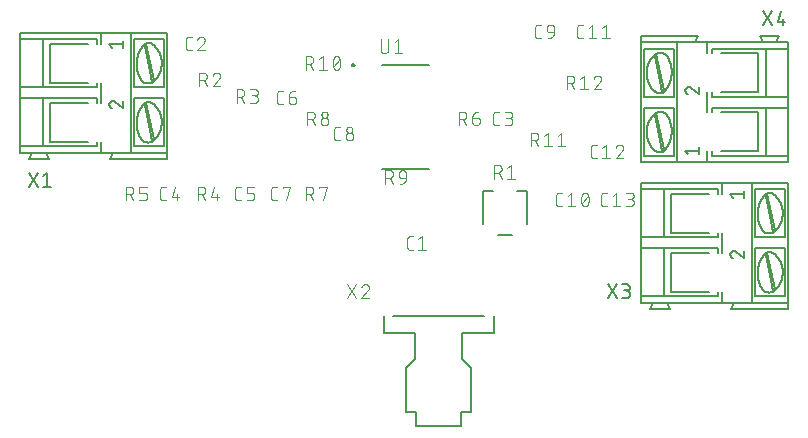
<source format=gbr>
G04 EAGLE Gerber RS-274X export*
G75*
%MOMM*%
%FSLAX34Y34*%
%LPD*%
%INSilkscreen Top*%
%IPPOS*%
%AMOC8*
5,1,8,0,0,1.08239X$1,22.5*%
G01*
%ADD10C,0.101600*%
%ADD11C,0.203200*%
%ADD12C,0.200000*%
%ADD13C,0.127000*%
%ADD14C,0.152400*%


D10*
X332806Y65278D02*
X330209Y65278D01*
X330110Y65280D01*
X330010Y65286D01*
X329911Y65295D01*
X329813Y65308D01*
X329715Y65325D01*
X329617Y65346D01*
X329521Y65371D01*
X329426Y65399D01*
X329332Y65431D01*
X329239Y65466D01*
X329147Y65505D01*
X329057Y65548D01*
X328969Y65593D01*
X328882Y65643D01*
X328798Y65695D01*
X328715Y65751D01*
X328635Y65809D01*
X328557Y65871D01*
X328482Y65936D01*
X328409Y66004D01*
X328339Y66074D01*
X328271Y66147D01*
X328206Y66222D01*
X328144Y66300D01*
X328086Y66380D01*
X328030Y66463D01*
X327978Y66547D01*
X327928Y66634D01*
X327883Y66722D01*
X327840Y66812D01*
X327801Y66904D01*
X327766Y66997D01*
X327734Y67091D01*
X327706Y67186D01*
X327681Y67282D01*
X327660Y67380D01*
X327643Y67478D01*
X327630Y67576D01*
X327621Y67675D01*
X327615Y67775D01*
X327613Y67874D01*
X327613Y74366D01*
X327615Y74465D01*
X327621Y74565D01*
X327630Y74664D01*
X327643Y74762D01*
X327660Y74860D01*
X327681Y74958D01*
X327706Y75054D01*
X327734Y75149D01*
X327766Y75243D01*
X327801Y75336D01*
X327840Y75428D01*
X327883Y75518D01*
X327928Y75606D01*
X327978Y75693D01*
X328030Y75777D01*
X328086Y75860D01*
X328144Y75940D01*
X328206Y76018D01*
X328271Y76093D01*
X328339Y76166D01*
X328409Y76236D01*
X328482Y76304D01*
X328557Y76369D01*
X328635Y76431D01*
X328715Y76489D01*
X328798Y76545D01*
X328882Y76597D01*
X328969Y76647D01*
X329057Y76692D01*
X329147Y76735D01*
X329239Y76774D01*
X329331Y76809D01*
X329426Y76841D01*
X329521Y76869D01*
X329617Y76894D01*
X329715Y76915D01*
X329813Y76932D01*
X329911Y76945D01*
X330010Y76954D01*
X330110Y76960D01*
X330209Y76962D01*
X332806Y76962D01*
X337171Y74366D02*
X340416Y76962D01*
X340416Y65278D01*
X337171Y65278D02*
X343662Y65278D01*
X474274Y244348D02*
X476871Y244348D01*
X474274Y244348D02*
X474175Y244350D01*
X474075Y244356D01*
X473976Y244365D01*
X473878Y244378D01*
X473780Y244395D01*
X473682Y244416D01*
X473586Y244441D01*
X473491Y244469D01*
X473397Y244501D01*
X473304Y244536D01*
X473212Y244575D01*
X473122Y244618D01*
X473034Y244663D01*
X472947Y244713D01*
X472863Y244765D01*
X472780Y244821D01*
X472700Y244879D01*
X472622Y244941D01*
X472547Y245006D01*
X472474Y245074D01*
X472404Y245144D01*
X472336Y245217D01*
X472271Y245292D01*
X472209Y245370D01*
X472151Y245450D01*
X472095Y245533D01*
X472043Y245617D01*
X471993Y245704D01*
X471948Y245792D01*
X471905Y245882D01*
X471866Y245974D01*
X471831Y246067D01*
X471799Y246161D01*
X471771Y246256D01*
X471746Y246352D01*
X471725Y246450D01*
X471708Y246548D01*
X471695Y246646D01*
X471686Y246745D01*
X471680Y246845D01*
X471678Y246944D01*
X471678Y253436D01*
X471680Y253535D01*
X471686Y253635D01*
X471695Y253734D01*
X471708Y253832D01*
X471725Y253930D01*
X471746Y254028D01*
X471771Y254124D01*
X471799Y254219D01*
X471831Y254313D01*
X471866Y254406D01*
X471905Y254498D01*
X471948Y254588D01*
X471993Y254676D01*
X472043Y254763D01*
X472095Y254847D01*
X472151Y254930D01*
X472209Y255010D01*
X472271Y255088D01*
X472336Y255163D01*
X472404Y255236D01*
X472474Y255306D01*
X472547Y255374D01*
X472622Y255439D01*
X472700Y255501D01*
X472780Y255559D01*
X472863Y255615D01*
X472947Y255667D01*
X473034Y255717D01*
X473122Y255762D01*
X473212Y255805D01*
X473304Y255844D01*
X473396Y255879D01*
X473491Y255911D01*
X473586Y255939D01*
X473682Y255964D01*
X473780Y255985D01*
X473878Y256002D01*
X473976Y256015D01*
X474075Y256024D01*
X474175Y256030D01*
X474274Y256032D01*
X476871Y256032D01*
X481236Y253436D02*
X484482Y256032D01*
X484482Y244348D01*
X487727Y244348D02*
X481236Y244348D01*
X492666Y253436D02*
X495912Y256032D01*
X495912Y244348D01*
X499157Y244348D02*
X492666Y244348D01*
X488301Y142748D02*
X485704Y142748D01*
X485605Y142750D01*
X485505Y142756D01*
X485406Y142765D01*
X485308Y142778D01*
X485210Y142795D01*
X485112Y142816D01*
X485016Y142841D01*
X484921Y142869D01*
X484827Y142901D01*
X484734Y142936D01*
X484642Y142975D01*
X484552Y143018D01*
X484464Y143063D01*
X484377Y143113D01*
X484293Y143165D01*
X484210Y143221D01*
X484130Y143279D01*
X484052Y143341D01*
X483977Y143406D01*
X483904Y143474D01*
X483834Y143544D01*
X483766Y143617D01*
X483701Y143692D01*
X483639Y143770D01*
X483581Y143850D01*
X483525Y143933D01*
X483473Y144017D01*
X483423Y144104D01*
X483378Y144192D01*
X483335Y144282D01*
X483296Y144374D01*
X483261Y144467D01*
X483229Y144561D01*
X483201Y144656D01*
X483176Y144752D01*
X483155Y144850D01*
X483138Y144948D01*
X483125Y145046D01*
X483116Y145145D01*
X483110Y145245D01*
X483108Y145344D01*
X483108Y151836D01*
X483110Y151935D01*
X483116Y152035D01*
X483125Y152134D01*
X483138Y152232D01*
X483155Y152330D01*
X483176Y152428D01*
X483201Y152524D01*
X483229Y152619D01*
X483261Y152713D01*
X483296Y152806D01*
X483335Y152898D01*
X483378Y152988D01*
X483423Y153076D01*
X483473Y153163D01*
X483525Y153247D01*
X483581Y153330D01*
X483639Y153410D01*
X483701Y153488D01*
X483766Y153563D01*
X483834Y153636D01*
X483904Y153706D01*
X483977Y153774D01*
X484052Y153839D01*
X484130Y153901D01*
X484210Y153959D01*
X484293Y154015D01*
X484377Y154067D01*
X484464Y154117D01*
X484552Y154162D01*
X484642Y154205D01*
X484734Y154244D01*
X484826Y154279D01*
X484921Y154311D01*
X485016Y154339D01*
X485112Y154364D01*
X485210Y154385D01*
X485308Y154402D01*
X485406Y154415D01*
X485505Y154424D01*
X485605Y154430D01*
X485704Y154432D01*
X488301Y154432D01*
X492666Y151836D02*
X495912Y154432D01*
X495912Y142748D01*
X499157Y142748D02*
X492666Y142748D01*
X507666Y154432D02*
X507773Y154430D01*
X507879Y154424D01*
X507985Y154414D01*
X508091Y154401D01*
X508197Y154383D01*
X508301Y154362D01*
X508405Y154337D01*
X508508Y154308D01*
X508609Y154276D01*
X508709Y154239D01*
X508808Y154199D01*
X508906Y154156D01*
X509002Y154109D01*
X509096Y154058D01*
X509188Y154004D01*
X509278Y153947D01*
X509366Y153887D01*
X509451Y153823D01*
X509534Y153756D01*
X509615Y153686D01*
X509693Y153614D01*
X509769Y153538D01*
X509841Y153460D01*
X509911Y153379D01*
X509978Y153296D01*
X510042Y153211D01*
X510102Y153123D01*
X510159Y153033D01*
X510213Y152941D01*
X510264Y152847D01*
X510311Y152751D01*
X510354Y152653D01*
X510394Y152554D01*
X510431Y152454D01*
X510463Y152353D01*
X510492Y152250D01*
X510517Y152146D01*
X510538Y152042D01*
X510556Y151936D01*
X510569Y151830D01*
X510579Y151724D01*
X510585Y151618D01*
X510587Y151511D01*
X507666Y154432D02*
X507545Y154430D01*
X507424Y154424D01*
X507304Y154414D01*
X507183Y154401D01*
X507064Y154383D01*
X506944Y154362D01*
X506826Y154337D01*
X506709Y154308D01*
X506592Y154275D01*
X506477Y154239D01*
X506363Y154198D01*
X506250Y154155D01*
X506138Y154107D01*
X506029Y154056D01*
X505921Y154001D01*
X505814Y153943D01*
X505710Y153882D01*
X505608Y153817D01*
X505508Y153749D01*
X505410Y153678D01*
X505314Y153604D01*
X505221Y153527D01*
X505131Y153446D01*
X505043Y153363D01*
X504958Y153277D01*
X504875Y153188D01*
X504796Y153097D01*
X504719Y153003D01*
X504646Y152907D01*
X504576Y152809D01*
X504509Y152708D01*
X504445Y152605D01*
X504385Y152500D01*
X504328Y152393D01*
X504274Y152285D01*
X504224Y152175D01*
X504178Y152063D01*
X504135Y151950D01*
X504096Y151835D01*
X509614Y149239D02*
X509693Y149316D01*
X509769Y149397D01*
X509842Y149480D01*
X509912Y149565D01*
X509979Y149653D01*
X510043Y149743D01*
X510103Y149835D01*
X510160Y149930D01*
X510214Y150026D01*
X510265Y150124D01*
X510312Y150224D01*
X510356Y150326D01*
X510396Y150429D01*
X510432Y150533D01*
X510464Y150639D01*
X510493Y150745D01*
X510518Y150853D01*
X510540Y150961D01*
X510557Y151071D01*
X510571Y151180D01*
X510580Y151290D01*
X510586Y151401D01*
X510588Y151511D01*
X509614Y149239D02*
X504096Y142748D01*
X510587Y142748D01*
X497191Y102108D02*
X494594Y102108D01*
X494495Y102110D01*
X494395Y102116D01*
X494296Y102125D01*
X494198Y102138D01*
X494100Y102155D01*
X494002Y102176D01*
X493906Y102201D01*
X493811Y102229D01*
X493717Y102261D01*
X493624Y102296D01*
X493532Y102335D01*
X493442Y102378D01*
X493354Y102423D01*
X493267Y102473D01*
X493183Y102525D01*
X493100Y102581D01*
X493020Y102639D01*
X492942Y102701D01*
X492867Y102766D01*
X492794Y102834D01*
X492724Y102904D01*
X492656Y102977D01*
X492591Y103052D01*
X492529Y103130D01*
X492471Y103210D01*
X492415Y103293D01*
X492363Y103377D01*
X492313Y103464D01*
X492268Y103552D01*
X492225Y103642D01*
X492186Y103734D01*
X492151Y103827D01*
X492119Y103921D01*
X492091Y104016D01*
X492066Y104112D01*
X492045Y104210D01*
X492028Y104308D01*
X492015Y104406D01*
X492006Y104505D01*
X492000Y104605D01*
X491998Y104704D01*
X491998Y111196D01*
X492000Y111295D01*
X492006Y111395D01*
X492015Y111494D01*
X492028Y111592D01*
X492045Y111690D01*
X492066Y111788D01*
X492091Y111884D01*
X492119Y111979D01*
X492151Y112073D01*
X492186Y112166D01*
X492225Y112258D01*
X492268Y112348D01*
X492313Y112436D01*
X492363Y112523D01*
X492415Y112607D01*
X492471Y112690D01*
X492529Y112770D01*
X492591Y112848D01*
X492656Y112923D01*
X492724Y112996D01*
X492794Y113066D01*
X492867Y113134D01*
X492942Y113199D01*
X493020Y113261D01*
X493100Y113319D01*
X493183Y113375D01*
X493267Y113427D01*
X493354Y113477D01*
X493442Y113522D01*
X493532Y113565D01*
X493624Y113604D01*
X493716Y113639D01*
X493811Y113671D01*
X493906Y113699D01*
X494002Y113724D01*
X494100Y113745D01*
X494198Y113762D01*
X494296Y113775D01*
X494395Y113784D01*
X494495Y113790D01*
X494594Y113792D01*
X497191Y113792D01*
X501556Y111196D02*
X504802Y113792D01*
X504802Y102108D01*
X508047Y102108D02*
X501556Y102108D01*
X512986Y102108D02*
X516232Y102108D01*
X516345Y102110D01*
X516458Y102116D01*
X516571Y102126D01*
X516684Y102140D01*
X516796Y102157D01*
X516907Y102179D01*
X517017Y102204D01*
X517127Y102234D01*
X517235Y102267D01*
X517342Y102304D01*
X517448Y102344D01*
X517552Y102389D01*
X517655Y102437D01*
X517756Y102488D01*
X517855Y102543D01*
X517952Y102601D01*
X518047Y102663D01*
X518140Y102728D01*
X518230Y102796D01*
X518318Y102867D01*
X518404Y102942D01*
X518487Y103019D01*
X518567Y103099D01*
X518644Y103182D01*
X518719Y103268D01*
X518790Y103356D01*
X518858Y103446D01*
X518923Y103539D01*
X518985Y103634D01*
X519043Y103731D01*
X519098Y103830D01*
X519149Y103931D01*
X519197Y104034D01*
X519242Y104138D01*
X519282Y104244D01*
X519319Y104351D01*
X519352Y104459D01*
X519382Y104569D01*
X519407Y104679D01*
X519429Y104790D01*
X519446Y104902D01*
X519460Y105015D01*
X519470Y105128D01*
X519476Y105241D01*
X519478Y105354D01*
X519476Y105467D01*
X519470Y105580D01*
X519460Y105693D01*
X519446Y105806D01*
X519429Y105918D01*
X519407Y106029D01*
X519382Y106139D01*
X519352Y106249D01*
X519319Y106357D01*
X519282Y106464D01*
X519242Y106570D01*
X519197Y106674D01*
X519149Y106777D01*
X519098Y106878D01*
X519043Y106977D01*
X518985Y107074D01*
X518923Y107169D01*
X518858Y107262D01*
X518790Y107352D01*
X518719Y107440D01*
X518644Y107526D01*
X518567Y107609D01*
X518487Y107689D01*
X518404Y107766D01*
X518318Y107841D01*
X518230Y107912D01*
X518140Y107980D01*
X518047Y108045D01*
X517952Y108107D01*
X517855Y108165D01*
X517756Y108220D01*
X517655Y108271D01*
X517552Y108319D01*
X517448Y108364D01*
X517342Y108404D01*
X517235Y108441D01*
X517127Y108474D01*
X517017Y108504D01*
X516907Y108529D01*
X516796Y108551D01*
X516684Y108568D01*
X516571Y108582D01*
X516458Y108592D01*
X516345Y108598D01*
X516232Y108600D01*
X516881Y113792D02*
X512986Y113792D01*
X516881Y113792D02*
X516982Y113790D01*
X517082Y113784D01*
X517182Y113774D01*
X517282Y113761D01*
X517381Y113743D01*
X517480Y113722D01*
X517577Y113697D01*
X517674Y113668D01*
X517769Y113635D01*
X517863Y113599D01*
X517955Y113559D01*
X518046Y113516D01*
X518135Y113469D01*
X518222Y113419D01*
X518308Y113365D01*
X518391Y113308D01*
X518471Y113248D01*
X518550Y113185D01*
X518626Y113118D01*
X518699Y113049D01*
X518769Y112977D01*
X518837Y112903D01*
X518902Y112826D01*
X518963Y112746D01*
X519022Y112664D01*
X519077Y112580D01*
X519129Y112494D01*
X519178Y112406D01*
X519223Y112316D01*
X519265Y112224D01*
X519303Y112131D01*
X519337Y112036D01*
X519368Y111941D01*
X519395Y111844D01*
X519418Y111746D01*
X519438Y111647D01*
X519453Y111547D01*
X519465Y111447D01*
X519473Y111347D01*
X519477Y111246D01*
X519477Y111146D01*
X519473Y111045D01*
X519465Y110945D01*
X519453Y110845D01*
X519438Y110745D01*
X519418Y110646D01*
X519395Y110548D01*
X519368Y110451D01*
X519337Y110356D01*
X519303Y110261D01*
X519265Y110168D01*
X519223Y110076D01*
X519178Y109986D01*
X519129Y109898D01*
X519077Y109812D01*
X519022Y109728D01*
X518963Y109646D01*
X518902Y109566D01*
X518837Y109489D01*
X518769Y109415D01*
X518699Y109343D01*
X518626Y109274D01*
X518550Y109207D01*
X518471Y109144D01*
X518391Y109084D01*
X518308Y109027D01*
X518222Y108973D01*
X518135Y108923D01*
X518046Y108876D01*
X517955Y108833D01*
X517863Y108793D01*
X517769Y108757D01*
X517674Y108724D01*
X517577Y108695D01*
X517480Y108670D01*
X517381Y108649D01*
X517282Y108631D01*
X517182Y108618D01*
X517082Y108608D01*
X516982Y108602D01*
X516881Y108600D01*
X516881Y108599D02*
X514284Y108599D01*
X145401Y234188D02*
X142804Y234188D01*
X142705Y234190D01*
X142605Y234196D01*
X142506Y234205D01*
X142408Y234218D01*
X142310Y234235D01*
X142212Y234256D01*
X142116Y234281D01*
X142021Y234309D01*
X141927Y234341D01*
X141834Y234376D01*
X141742Y234415D01*
X141652Y234458D01*
X141564Y234503D01*
X141477Y234553D01*
X141393Y234605D01*
X141310Y234661D01*
X141230Y234719D01*
X141152Y234781D01*
X141077Y234846D01*
X141004Y234914D01*
X140934Y234984D01*
X140866Y235057D01*
X140801Y235132D01*
X140739Y235210D01*
X140681Y235290D01*
X140625Y235373D01*
X140573Y235457D01*
X140523Y235544D01*
X140478Y235632D01*
X140435Y235722D01*
X140396Y235814D01*
X140361Y235907D01*
X140329Y236001D01*
X140301Y236096D01*
X140276Y236192D01*
X140255Y236290D01*
X140238Y236388D01*
X140225Y236486D01*
X140216Y236585D01*
X140210Y236685D01*
X140208Y236784D01*
X140208Y243276D01*
X140210Y243375D01*
X140216Y243475D01*
X140225Y243574D01*
X140238Y243672D01*
X140255Y243770D01*
X140276Y243868D01*
X140301Y243964D01*
X140329Y244059D01*
X140361Y244153D01*
X140396Y244246D01*
X140435Y244338D01*
X140478Y244428D01*
X140523Y244516D01*
X140573Y244603D01*
X140625Y244687D01*
X140681Y244770D01*
X140739Y244850D01*
X140801Y244928D01*
X140866Y245003D01*
X140934Y245076D01*
X141004Y245146D01*
X141077Y245214D01*
X141152Y245279D01*
X141230Y245341D01*
X141310Y245399D01*
X141393Y245455D01*
X141477Y245507D01*
X141564Y245557D01*
X141652Y245602D01*
X141742Y245645D01*
X141834Y245684D01*
X141926Y245719D01*
X142021Y245751D01*
X142116Y245779D01*
X142212Y245804D01*
X142310Y245825D01*
X142408Y245842D01*
X142506Y245855D01*
X142605Y245864D01*
X142705Y245870D01*
X142804Y245872D01*
X145401Y245872D01*
X153336Y245872D02*
X153443Y245870D01*
X153549Y245864D01*
X153655Y245854D01*
X153761Y245841D01*
X153867Y245823D01*
X153971Y245802D01*
X154075Y245777D01*
X154178Y245748D01*
X154279Y245716D01*
X154379Y245679D01*
X154478Y245639D01*
X154576Y245596D01*
X154672Y245549D01*
X154766Y245498D01*
X154858Y245444D01*
X154948Y245387D01*
X155036Y245327D01*
X155121Y245263D01*
X155204Y245196D01*
X155285Y245126D01*
X155363Y245054D01*
X155439Y244978D01*
X155511Y244900D01*
X155581Y244819D01*
X155648Y244736D01*
X155712Y244651D01*
X155772Y244563D01*
X155829Y244473D01*
X155883Y244381D01*
X155934Y244287D01*
X155981Y244191D01*
X156024Y244093D01*
X156064Y243994D01*
X156101Y243894D01*
X156133Y243793D01*
X156162Y243690D01*
X156187Y243586D01*
X156208Y243482D01*
X156226Y243376D01*
X156239Y243270D01*
X156249Y243164D01*
X156255Y243058D01*
X156257Y242951D01*
X153336Y245872D02*
X153215Y245870D01*
X153094Y245864D01*
X152974Y245854D01*
X152853Y245841D01*
X152734Y245823D01*
X152614Y245802D01*
X152496Y245777D01*
X152379Y245748D01*
X152262Y245715D01*
X152147Y245679D01*
X152033Y245638D01*
X151920Y245595D01*
X151808Y245547D01*
X151699Y245496D01*
X151591Y245441D01*
X151484Y245383D01*
X151380Y245322D01*
X151278Y245257D01*
X151178Y245189D01*
X151080Y245118D01*
X150984Y245044D01*
X150891Y244967D01*
X150801Y244886D01*
X150713Y244803D01*
X150628Y244717D01*
X150545Y244628D01*
X150466Y244537D01*
X150389Y244443D01*
X150316Y244347D01*
X150246Y244249D01*
X150179Y244148D01*
X150115Y244045D01*
X150055Y243940D01*
X149998Y243833D01*
X149944Y243725D01*
X149894Y243615D01*
X149848Y243503D01*
X149805Y243390D01*
X149766Y243275D01*
X155284Y240679D02*
X155363Y240756D01*
X155439Y240837D01*
X155512Y240920D01*
X155582Y241005D01*
X155649Y241093D01*
X155713Y241183D01*
X155773Y241275D01*
X155830Y241370D01*
X155884Y241466D01*
X155935Y241564D01*
X155982Y241664D01*
X156026Y241766D01*
X156066Y241869D01*
X156102Y241973D01*
X156134Y242079D01*
X156163Y242185D01*
X156188Y242293D01*
X156210Y242401D01*
X156227Y242511D01*
X156241Y242620D01*
X156250Y242730D01*
X156256Y242841D01*
X156258Y242951D01*
X155284Y240679D02*
X149766Y234188D01*
X156257Y234188D01*
X403154Y170688D02*
X405751Y170688D01*
X403154Y170688D02*
X403055Y170690D01*
X402955Y170696D01*
X402856Y170705D01*
X402758Y170718D01*
X402660Y170735D01*
X402562Y170756D01*
X402466Y170781D01*
X402371Y170809D01*
X402277Y170841D01*
X402184Y170876D01*
X402092Y170915D01*
X402002Y170958D01*
X401914Y171003D01*
X401827Y171053D01*
X401743Y171105D01*
X401660Y171161D01*
X401580Y171219D01*
X401502Y171281D01*
X401427Y171346D01*
X401354Y171414D01*
X401284Y171484D01*
X401216Y171557D01*
X401151Y171632D01*
X401089Y171710D01*
X401031Y171790D01*
X400975Y171873D01*
X400923Y171957D01*
X400873Y172044D01*
X400828Y172132D01*
X400785Y172222D01*
X400746Y172314D01*
X400711Y172407D01*
X400679Y172501D01*
X400651Y172596D01*
X400626Y172692D01*
X400605Y172790D01*
X400588Y172888D01*
X400575Y172986D01*
X400566Y173085D01*
X400560Y173185D01*
X400558Y173284D01*
X400558Y179776D01*
X400560Y179875D01*
X400566Y179975D01*
X400575Y180074D01*
X400588Y180172D01*
X400605Y180270D01*
X400626Y180368D01*
X400651Y180464D01*
X400679Y180559D01*
X400711Y180653D01*
X400746Y180746D01*
X400785Y180838D01*
X400828Y180928D01*
X400873Y181016D01*
X400923Y181103D01*
X400975Y181187D01*
X401031Y181270D01*
X401089Y181350D01*
X401151Y181428D01*
X401216Y181503D01*
X401284Y181576D01*
X401354Y181646D01*
X401427Y181714D01*
X401502Y181779D01*
X401580Y181841D01*
X401660Y181899D01*
X401743Y181955D01*
X401827Y182007D01*
X401914Y182057D01*
X402002Y182102D01*
X402092Y182145D01*
X402184Y182184D01*
X402276Y182219D01*
X402371Y182251D01*
X402466Y182279D01*
X402562Y182304D01*
X402660Y182325D01*
X402758Y182342D01*
X402856Y182355D01*
X402955Y182364D01*
X403055Y182370D01*
X403154Y182372D01*
X405751Y182372D01*
X410116Y170688D02*
X413362Y170688D01*
X413475Y170690D01*
X413588Y170696D01*
X413701Y170706D01*
X413814Y170720D01*
X413926Y170737D01*
X414037Y170759D01*
X414147Y170784D01*
X414257Y170814D01*
X414365Y170847D01*
X414472Y170884D01*
X414578Y170924D01*
X414682Y170969D01*
X414785Y171017D01*
X414886Y171068D01*
X414985Y171123D01*
X415082Y171181D01*
X415177Y171243D01*
X415270Y171308D01*
X415360Y171376D01*
X415448Y171447D01*
X415534Y171522D01*
X415617Y171599D01*
X415697Y171679D01*
X415774Y171762D01*
X415849Y171848D01*
X415920Y171936D01*
X415988Y172026D01*
X416053Y172119D01*
X416115Y172214D01*
X416173Y172311D01*
X416228Y172410D01*
X416279Y172511D01*
X416327Y172614D01*
X416372Y172718D01*
X416412Y172824D01*
X416449Y172931D01*
X416482Y173039D01*
X416512Y173149D01*
X416537Y173259D01*
X416559Y173370D01*
X416576Y173482D01*
X416590Y173595D01*
X416600Y173708D01*
X416606Y173821D01*
X416608Y173934D01*
X416606Y174047D01*
X416600Y174160D01*
X416590Y174273D01*
X416576Y174386D01*
X416559Y174498D01*
X416537Y174609D01*
X416512Y174719D01*
X416482Y174829D01*
X416449Y174937D01*
X416412Y175044D01*
X416372Y175150D01*
X416327Y175254D01*
X416279Y175357D01*
X416228Y175458D01*
X416173Y175557D01*
X416115Y175654D01*
X416053Y175749D01*
X415988Y175842D01*
X415920Y175932D01*
X415849Y176020D01*
X415774Y176106D01*
X415697Y176189D01*
X415617Y176269D01*
X415534Y176346D01*
X415448Y176421D01*
X415360Y176492D01*
X415270Y176560D01*
X415177Y176625D01*
X415082Y176687D01*
X414985Y176745D01*
X414886Y176800D01*
X414785Y176851D01*
X414682Y176899D01*
X414578Y176944D01*
X414472Y176984D01*
X414365Y177021D01*
X414257Y177054D01*
X414147Y177084D01*
X414037Y177109D01*
X413926Y177131D01*
X413814Y177148D01*
X413701Y177162D01*
X413588Y177172D01*
X413475Y177178D01*
X413362Y177180D01*
X414011Y182372D02*
X410116Y182372D01*
X414011Y182372D02*
X414112Y182370D01*
X414212Y182364D01*
X414312Y182354D01*
X414412Y182341D01*
X414511Y182323D01*
X414610Y182302D01*
X414707Y182277D01*
X414804Y182248D01*
X414899Y182215D01*
X414993Y182179D01*
X415085Y182139D01*
X415176Y182096D01*
X415265Y182049D01*
X415352Y181999D01*
X415438Y181945D01*
X415521Y181888D01*
X415601Y181828D01*
X415680Y181765D01*
X415756Y181698D01*
X415829Y181629D01*
X415899Y181557D01*
X415967Y181483D01*
X416032Y181406D01*
X416093Y181326D01*
X416152Y181244D01*
X416207Y181160D01*
X416259Y181074D01*
X416308Y180986D01*
X416353Y180896D01*
X416395Y180804D01*
X416433Y180711D01*
X416467Y180616D01*
X416498Y180521D01*
X416525Y180424D01*
X416548Y180326D01*
X416568Y180227D01*
X416583Y180127D01*
X416595Y180027D01*
X416603Y179927D01*
X416607Y179826D01*
X416607Y179726D01*
X416603Y179625D01*
X416595Y179525D01*
X416583Y179425D01*
X416568Y179325D01*
X416548Y179226D01*
X416525Y179128D01*
X416498Y179031D01*
X416467Y178936D01*
X416433Y178841D01*
X416395Y178748D01*
X416353Y178656D01*
X416308Y178566D01*
X416259Y178478D01*
X416207Y178392D01*
X416152Y178308D01*
X416093Y178226D01*
X416032Y178146D01*
X415967Y178069D01*
X415899Y177995D01*
X415829Y177923D01*
X415756Y177854D01*
X415680Y177787D01*
X415601Y177724D01*
X415521Y177664D01*
X415438Y177607D01*
X415352Y177553D01*
X415265Y177503D01*
X415176Y177456D01*
X415085Y177413D01*
X414993Y177373D01*
X414899Y177337D01*
X414804Y177304D01*
X414707Y177275D01*
X414610Y177250D01*
X414511Y177229D01*
X414412Y177211D01*
X414312Y177198D01*
X414212Y177188D01*
X414112Y177182D01*
X414011Y177180D01*
X414011Y177179D02*
X411414Y177179D01*
X187311Y107188D02*
X184714Y107188D01*
X184615Y107190D01*
X184515Y107196D01*
X184416Y107205D01*
X184318Y107218D01*
X184220Y107235D01*
X184122Y107256D01*
X184026Y107281D01*
X183931Y107309D01*
X183837Y107341D01*
X183744Y107376D01*
X183652Y107415D01*
X183562Y107458D01*
X183474Y107503D01*
X183387Y107553D01*
X183303Y107605D01*
X183220Y107661D01*
X183140Y107719D01*
X183062Y107781D01*
X182987Y107846D01*
X182914Y107914D01*
X182844Y107984D01*
X182776Y108057D01*
X182711Y108132D01*
X182649Y108210D01*
X182591Y108290D01*
X182535Y108373D01*
X182483Y108457D01*
X182433Y108544D01*
X182388Y108632D01*
X182345Y108722D01*
X182306Y108814D01*
X182271Y108907D01*
X182239Y109001D01*
X182211Y109096D01*
X182186Y109192D01*
X182165Y109290D01*
X182148Y109388D01*
X182135Y109486D01*
X182126Y109585D01*
X182120Y109685D01*
X182118Y109784D01*
X182118Y116276D01*
X182120Y116375D01*
X182126Y116475D01*
X182135Y116574D01*
X182148Y116672D01*
X182165Y116770D01*
X182186Y116868D01*
X182211Y116964D01*
X182239Y117059D01*
X182271Y117153D01*
X182306Y117246D01*
X182345Y117338D01*
X182388Y117428D01*
X182433Y117516D01*
X182483Y117603D01*
X182535Y117687D01*
X182591Y117770D01*
X182649Y117850D01*
X182711Y117928D01*
X182776Y118003D01*
X182844Y118076D01*
X182914Y118146D01*
X182987Y118214D01*
X183062Y118279D01*
X183140Y118341D01*
X183220Y118399D01*
X183303Y118455D01*
X183387Y118507D01*
X183474Y118557D01*
X183562Y118602D01*
X183652Y118645D01*
X183744Y118684D01*
X183836Y118719D01*
X183931Y118751D01*
X184026Y118779D01*
X184122Y118804D01*
X184220Y118825D01*
X184318Y118842D01*
X184416Y118855D01*
X184515Y118864D01*
X184615Y118870D01*
X184714Y118872D01*
X187311Y118872D01*
X191676Y107188D02*
X195571Y107188D01*
X195670Y107190D01*
X195770Y107196D01*
X195869Y107205D01*
X195967Y107218D01*
X196065Y107235D01*
X196163Y107256D01*
X196259Y107281D01*
X196354Y107309D01*
X196448Y107341D01*
X196541Y107376D01*
X196633Y107415D01*
X196723Y107458D01*
X196811Y107503D01*
X196898Y107553D01*
X196982Y107605D01*
X197065Y107661D01*
X197145Y107719D01*
X197223Y107781D01*
X197298Y107846D01*
X197371Y107914D01*
X197441Y107984D01*
X197509Y108057D01*
X197574Y108132D01*
X197636Y108210D01*
X197694Y108290D01*
X197750Y108373D01*
X197802Y108457D01*
X197852Y108544D01*
X197897Y108632D01*
X197940Y108722D01*
X197979Y108814D01*
X198014Y108907D01*
X198046Y109001D01*
X198074Y109096D01*
X198099Y109192D01*
X198120Y109290D01*
X198137Y109388D01*
X198150Y109486D01*
X198159Y109585D01*
X198165Y109685D01*
X198167Y109784D01*
X198167Y111083D01*
X198165Y111182D01*
X198159Y111282D01*
X198150Y111381D01*
X198137Y111479D01*
X198120Y111577D01*
X198099Y111675D01*
X198074Y111771D01*
X198046Y111866D01*
X198014Y111960D01*
X197979Y112053D01*
X197940Y112145D01*
X197897Y112235D01*
X197852Y112323D01*
X197802Y112410D01*
X197750Y112494D01*
X197694Y112577D01*
X197636Y112657D01*
X197574Y112735D01*
X197509Y112810D01*
X197441Y112883D01*
X197371Y112953D01*
X197298Y113021D01*
X197223Y113086D01*
X197145Y113148D01*
X197065Y113206D01*
X196982Y113262D01*
X196898Y113314D01*
X196811Y113364D01*
X196723Y113409D01*
X196633Y113452D01*
X196541Y113491D01*
X196448Y113526D01*
X196354Y113558D01*
X196259Y113586D01*
X196163Y113611D01*
X196065Y113632D01*
X195967Y113649D01*
X195869Y113662D01*
X195770Y113671D01*
X195670Y113677D01*
X195571Y113679D01*
X191676Y113679D01*
X191676Y118872D01*
X198167Y118872D01*
X220274Y188468D02*
X222871Y188468D01*
X220274Y188468D02*
X220175Y188470D01*
X220075Y188476D01*
X219976Y188485D01*
X219878Y188498D01*
X219780Y188515D01*
X219682Y188536D01*
X219586Y188561D01*
X219491Y188589D01*
X219397Y188621D01*
X219304Y188656D01*
X219212Y188695D01*
X219122Y188738D01*
X219034Y188783D01*
X218947Y188833D01*
X218863Y188885D01*
X218780Y188941D01*
X218700Y188999D01*
X218622Y189061D01*
X218547Y189126D01*
X218474Y189194D01*
X218404Y189264D01*
X218336Y189337D01*
X218271Y189412D01*
X218209Y189490D01*
X218151Y189570D01*
X218095Y189653D01*
X218043Y189737D01*
X217993Y189824D01*
X217948Y189912D01*
X217905Y190002D01*
X217866Y190094D01*
X217831Y190187D01*
X217799Y190281D01*
X217771Y190376D01*
X217746Y190472D01*
X217725Y190570D01*
X217708Y190668D01*
X217695Y190766D01*
X217686Y190865D01*
X217680Y190965D01*
X217678Y191064D01*
X217678Y197556D01*
X217680Y197655D01*
X217686Y197755D01*
X217695Y197854D01*
X217708Y197952D01*
X217725Y198050D01*
X217746Y198148D01*
X217771Y198244D01*
X217799Y198339D01*
X217831Y198433D01*
X217866Y198526D01*
X217905Y198618D01*
X217948Y198708D01*
X217993Y198796D01*
X218043Y198883D01*
X218095Y198967D01*
X218151Y199050D01*
X218209Y199130D01*
X218271Y199208D01*
X218336Y199283D01*
X218404Y199356D01*
X218474Y199426D01*
X218547Y199494D01*
X218622Y199559D01*
X218700Y199621D01*
X218780Y199679D01*
X218863Y199735D01*
X218947Y199787D01*
X219034Y199837D01*
X219122Y199882D01*
X219212Y199925D01*
X219304Y199964D01*
X219396Y199999D01*
X219491Y200031D01*
X219586Y200059D01*
X219682Y200084D01*
X219780Y200105D01*
X219878Y200122D01*
X219976Y200135D01*
X220075Y200144D01*
X220175Y200150D01*
X220274Y200152D01*
X222871Y200152D01*
X227236Y194959D02*
X231131Y194959D01*
X231230Y194957D01*
X231330Y194951D01*
X231429Y194942D01*
X231527Y194929D01*
X231625Y194912D01*
X231723Y194891D01*
X231819Y194866D01*
X231914Y194838D01*
X232008Y194806D01*
X232101Y194771D01*
X232193Y194732D01*
X232283Y194689D01*
X232371Y194644D01*
X232458Y194594D01*
X232542Y194542D01*
X232625Y194486D01*
X232705Y194428D01*
X232783Y194366D01*
X232858Y194301D01*
X232931Y194233D01*
X233001Y194163D01*
X233069Y194090D01*
X233134Y194015D01*
X233196Y193937D01*
X233254Y193857D01*
X233310Y193774D01*
X233362Y193690D01*
X233412Y193603D01*
X233457Y193515D01*
X233500Y193425D01*
X233539Y193333D01*
X233574Y193240D01*
X233606Y193146D01*
X233634Y193051D01*
X233659Y192955D01*
X233680Y192857D01*
X233697Y192759D01*
X233710Y192661D01*
X233719Y192562D01*
X233725Y192462D01*
X233727Y192363D01*
X233727Y191714D01*
X233728Y191714D02*
X233726Y191601D01*
X233720Y191488D01*
X233710Y191375D01*
X233696Y191262D01*
X233679Y191150D01*
X233657Y191039D01*
X233632Y190929D01*
X233602Y190819D01*
X233569Y190711D01*
X233532Y190604D01*
X233492Y190498D01*
X233447Y190394D01*
X233399Y190291D01*
X233348Y190190D01*
X233293Y190091D01*
X233235Y189994D01*
X233173Y189899D01*
X233108Y189806D01*
X233040Y189716D01*
X232969Y189628D01*
X232894Y189542D01*
X232817Y189459D01*
X232737Y189379D01*
X232654Y189302D01*
X232568Y189227D01*
X232480Y189156D01*
X232390Y189088D01*
X232297Y189023D01*
X232202Y188961D01*
X232105Y188903D01*
X232006Y188848D01*
X231905Y188797D01*
X231802Y188749D01*
X231698Y188704D01*
X231592Y188664D01*
X231485Y188627D01*
X231377Y188594D01*
X231267Y188564D01*
X231157Y188539D01*
X231046Y188517D01*
X230934Y188500D01*
X230821Y188486D01*
X230708Y188476D01*
X230595Y188470D01*
X230482Y188468D01*
X230369Y188470D01*
X230256Y188476D01*
X230143Y188486D01*
X230030Y188500D01*
X229918Y188517D01*
X229807Y188539D01*
X229697Y188564D01*
X229587Y188594D01*
X229479Y188627D01*
X229372Y188664D01*
X229266Y188704D01*
X229162Y188749D01*
X229059Y188797D01*
X228958Y188848D01*
X228859Y188903D01*
X228762Y188961D01*
X228667Y189023D01*
X228574Y189088D01*
X228484Y189156D01*
X228396Y189227D01*
X228310Y189302D01*
X228227Y189379D01*
X228147Y189459D01*
X228070Y189542D01*
X227995Y189628D01*
X227924Y189716D01*
X227856Y189806D01*
X227791Y189899D01*
X227729Y189994D01*
X227671Y190091D01*
X227616Y190190D01*
X227565Y190291D01*
X227517Y190394D01*
X227472Y190498D01*
X227432Y190604D01*
X227395Y190711D01*
X227362Y190819D01*
X227332Y190929D01*
X227307Y191039D01*
X227285Y191150D01*
X227268Y191262D01*
X227254Y191375D01*
X227244Y191488D01*
X227238Y191601D01*
X227236Y191714D01*
X227236Y194959D01*
X227238Y195102D01*
X227244Y195245D01*
X227254Y195388D01*
X227268Y195530D01*
X227285Y195672D01*
X227307Y195814D01*
X227332Y195955D01*
X227362Y196095D01*
X227395Y196234D01*
X227432Y196372D01*
X227473Y196509D01*
X227517Y196645D01*
X227566Y196780D01*
X227618Y196913D01*
X227673Y197045D01*
X227733Y197175D01*
X227796Y197304D01*
X227862Y197431D01*
X227932Y197555D01*
X228005Y197678D01*
X228082Y197799D01*
X228162Y197918D01*
X228245Y198034D01*
X228331Y198149D01*
X228420Y198260D01*
X228513Y198370D01*
X228608Y198476D01*
X228707Y198580D01*
X228808Y198681D01*
X228912Y198780D01*
X229018Y198875D01*
X229128Y198968D01*
X229239Y199057D01*
X229354Y199143D01*
X229470Y199226D01*
X229589Y199306D01*
X229710Y199383D01*
X229832Y199456D01*
X229957Y199526D01*
X230084Y199592D01*
X230213Y199655D01*
X230343Y199715D01*
X230475Y199770D01*
X230608Y199822D01*
X230743Y199871D01*
X230879Y199915D01*
X231016Y199956D01*
X231154Y199993D01*
X231293Y200026D01*
X231433Y200056D01*
X231574Y200081D01*
X231716Y200103D01*
X231858Y200120D01*
X232000Y200134D01*
X232143Y200144D01*
X232286Y200150D01*
X232429Y200152D01*
X217791Y107188D02*
X215194Y107188D01*
X215095Y107190D01*
X214995Y107196D01*
X214896Y107205D01*
X214798Y107218D01*
X214700Y107235D01*
X214602Y107256D01*
X214506Y107281D01*
X214411Y107309D01*
X214317Y107341D01*
X214224Y107376D01*
X214132Y107415D01*
X214042Y107458D01*
X213954Y107503D01*
X213867Y107553D01*
X213783Y107605D01*
X213700Y107661D01*
X213620Y107719D01*
X213542Y107781D01*
X213467Y107846D01*
X213394Y107914D01*
X213324Y107984D01*
X213256Y108057D01*
X213191Y108132D01*
X213129Y108210D01*
X213071Y108290D01*
X213015Y108373D01*
X212963Y108457D01*
X212913Y108544D01*
X212868Y108632D01*
X212825Y108722D01*
X212786Y108814D01*
X212751Y108907D01*
X212719Y109001D01*
X212691Y109096D01*
X212666Y109192D01*
X212645Y109290D01*
X212628Y109388D01*
X212615Y109486D01*
X212606Y109585D01*
X212600Y109685D01*
X212598Y109784D01*
X212598Y116276D01*
X212600Y116375D01*
X212606Y116475D01*
X212615Y116574D01*
X212628Y116672D01*
X212645Y116770D01*
X212666Y116868D01*
X212691Y116964D01*
X212719Y117059D01*
X212751Y117153D01*
X212786Y117246D01*
X212825Y117338D01*
X212868Y117428D01*
X212913Y117516D01*
X212963Y117603D01*
X213015Y117687D01*
X213071Y117770D01*
X213129Y117850D01*
X213191Y117928D01*
X213256Y118003D01*
X213324Y118076D01*
X213394Y118146D01*
X213467Y118214D01*
X213542Y118279D01*
X213620Y118341D01*
X213700Y118399D01*
X213783Y118455D01*
X213867Y118507D01*
X213954Y118557D01*
X214042Y118602D01*
X214132Y118645D01*
X214224Y118684D01*
X214316Y118719D01*
X214411Y118751D01*
X214506Y118779D01*
X214602Y118804D01*
X214700Y118825D01*
X214798Y118842D01*
X214896Y118855D01*
X214995Y118864D01*
X215095Y118870D01*
X215194Y118872D01*
X217791Y118872D01*
X222156Y118872D02*
X222156Y117574D01*
X222156Y118872D02*
X228647Y118872D01*
X225402Y107188D01*
X268534Y157988D02*
X271131Y157988D01*
X268534Y157988D02*
X268435Y157990D01*
X268335Y157996D01*
X268236Y158005D01*
X268138Y158018D01*
X268040Y158035D01*
X267942Y158056D01*
X267846Y158081D01*
X267751Y158109D01*
X267657Y158141D01*
X267564Y158176D01*
X267472Y158215D01*
X267382Y158258D01*
X267294Y158303D01*
X267207Y158353D01*
X267123Y158405D01*
X267040Y158461D01*
X266960Y158519D01*
X266882Y158581D01*
X266807Y158646D01*
X266734Y158714D01*
X266664Y158784D01*
X266596Y158857D01*
X266531Y158932D01*
X266469Y159010D01*
X266411Y159090D01*
X266355Y159173D01*
X266303Y159257D01*
X266253Y159344D01*
X266208Y159432D01*
X266165Y159522D01*
X266126Y159614D01*
X266091Y159707D01*
X266059Y159801D01*
X266031Y159896D01*
X266006Y159992D01*
X265985Y160090D01*
X265968Y160188D01*
X265955Y160286D01*
X265946Y160385D01*
X265940Y160485D01*
X265938Y160584D01*
X265938Y167076D01*
X265940Y167175D01*
X265946Y167275D01*
X265955Y167374D01*
X265968Y167472D01*
X265985Y167570D01*
X266006Y167668D01*
X266031Y167764D01*
X266059Y167859D01*
X266091Y167953D01*
X266126Y168046D01*
X266165Y168138D01*
X266208Y168228D01*
X266253Y168316D01*
X266303Y168403D01*
X266355Y168487D01*
X266411Y168570D01*
X266469Y168650D01*
X266531Y168728D01*
X266596Y168803D01*
X266664Y168876D01*
X266734Y168946D01*
X266807Y169014D01*
X266882Y169079D01*
X266960Y169141D01*
X267040Y169199D01*
X267123Y169255D01*
X267207Y169307D01*
X267294Y169357D01*
X267382Y169402D01*
X267472Y169445D01*
X267564Y169484D01*
X267656Y169519D01*
X267751Y169551D01*
X267846Y169579D01*
X267942Y169604D01*
X268040Y169625D01*
X268138Y169642D01*
X268236Y169655D01*
X268335Y169664D01*
X268435Y169670D01*
X268534Y169672D01*
X271131Y169672D01*
X275496Y161234D02*
X275498Y161347D01*
X275504Y161460D01*
X275514Y161573D01*
X275528Y161686D01*
X275545Y161798D01*
X275567Y161909D01*
X275592Y162019D01*
X275622Y162129D01*
X275655Y162237D01*
X275692Y162344D01*
X275732Y162450D01*
X275777Y162554D01*
X275825Y162657D01*
X275876Y162758D01*
X275931Y162857D01*
X275989Y162954D01*
X276051Y163049D01*
X276116Y163142D01*
X276184Y163232D01*
X276255Y163320D01*
X276330Y163406D01*
X276407Y163489D01*
X276487Y163569D01*
X276570Y163646D01*
X276656Y163721D01*
X276744Y163792D01*
X276834Y163860D01*
X276927Y163925D01*
X277022Y163987D01*
X277119Y164045D01*
X277218Y164100D01*
X277319Y164151D01*
X277422Y164199D01*
X277526Y164244D01*
X277632Y164284D01*
X277739Y164321D01*
X277847Y164354D01*
X277957Y164384D01*
X278067Y164409D01*
X278178Y164431D01*
X278290Y164448D01*
X278403Y164462D01*
X278516Y164472D01*
X278629Y164478D01*
X278742Y164480D01*
X278855Y164478D01*
X278968Y164472D01*
X279081Y164462D01*
X279194Y164448D01*
X279306Y164431D01*
X279417Y164409D01*
X279527Y164384D01*
X279637Y164354D01*
X279745Y164321D01*
X279852Y164284D01*
X279958Y164244D01*
X280062Y164199D01*
X280165Y164151D01*
X280266Y164100D01*
X280365Y164045D01*
X280462Y163987D01*
X280557Y163925D01*
X280650Y163860D01*
X280740Y163792D01*
X280828Y163721D01*
X280914Y163646D01*
X280997Y163569D01*
X281077Y163489D01*
X281154Y163406D01*
X281229Y163320D01*
X281300Y163232D01*
X281368Y163142D01*
X281433Y163049D01*
X281495Y162954D01*
X281553Y162857D01*
X281608Y162758D01*
X281659Y162657D01*
X281707Y162554D01*
X281752Y162450D01*
X281792Y162344D01*
X281829Y162237D01*
X281862Y162129D01*
X281892Y162019D01*
X281917Y161909D01*
X281939Y161798D01*
X281956Y161686D01*
X281970Y161573D01*
X281980Y161460D01*
X281986Y161347D01*
X281988Y161234D01*
X281986Y161121D01*
X281980Y161008D01*
X281970Y160895D01*
X281956Y160782D01*
X281939Y160670D01*
X281917Y160559D01*
X281892Y160449D01*
X281862Y160339D01*
X281829Y160231D01*
X281792Y160124D01*
X281752Y160018D01*
X281707Y159914D01*
X281659Y159811D01*
X281608Y159710D01*
X281553Y159611D01*
X281495Y159514D01*
X281433Y159419D01*
X281368Y159326D01*
X281300Y159236D01*
X281229Y159148D01*
X281154Y159062D01*
X281077Y158979D01*
X280997Y158899D01*
X280914Y158822D01*
X280828Y158747D01*
X280740Y158676D01*
X280650Y158608D01*
X280557Y158543D01*
X280462Y158481D01*
X280365Y158423D01*
X280266Y158368D01*
X280165Y158317D01*
X280062Y158269D01*
X279958Y158224D01*
X279852Y158184D01*
X279745Y158147D01*
X279637Y158114D01*
X279527Y158084D01*
X279417Y158059D01*
X279306Y158037D01*
X279194Y158020D01*
X279081Y158006D01*
X278968Y157996D01*
X278855Y157990D01*
X278742Y157988D01*
X278629Y157990D01*
X278516Y157996D01*
X278403Y158006D01*
X278290Y158020D01*
X278178Y158037D01*
X278067Y158059D01*
X277957Y158084D01*
X277847Y158114D01*
X277739Y158147D01*
X277632Y158184D01*
X277526Y158224D01*
X277422Y158269D01*
X277319Y158317D01*
X277218Y158368D01*
X277119Y158423D01*
X277022Y158481D01*
X276927Y158543D01*
X276834Y158608D01*
X276744Y158676D01*
X276656Y158747D01*
X276570Y158822D01*
X276487Y158899D01*
X276407Y158979D01*
X276330Y159062D01*
X276255Y159148D01*
X276184Y159236D01*
X276116Y159326D01*
X276051Y159419D01*
X275989Y159514D01*
X275931Y159611D01*
X275876Y159710D01*
X275825Y159811D01*
X275777Y159914D01*
X275732Y160018D01*
X275692Y160124D01*
X275655Y160231D01*
X275622Y160339D01*
X275592Y160449D01*
X275567Y160559D01*
X275545Y160670D01*
X275528Y160782D01*
X275514Y160895D01*
X275504Y161008D01*
X275498Y161121D01*
X275496Y161234D01*
X276146Y167076D02*
X276148Y167177D01*
X276154Y167277D01*
X276164Y167377D01*
X276177Y167477D01*
X276195Y167576D01*
X276216Y167675D01*
X276241Y167772D01*
X276270Y167869D01*
X276303Y167964D01*
X276339Y168058D01*
X276379Y168150D01*
X276422Y168241D01*
X276469Y168330D01*
X276519Y168417D01*
X276573Y168503D01*
X276630Y168586D01*
X276690Y168666D01*
X276753Y168745D01*
X276820Y168821D01*
X276889Y168894D01*
X276961Y168964D01*
X277035Y169032D01*
X277112Y169097D01*
X277192Y169158D01*
X277274Y169217D01*
X277358Y169272D01*
X277444Y169324D01*
X277532Y169373D01*
X277622Y169418D01*
X277714Y169460D01*
X277807Y169498D01*
X277902Y169532D01*
X277997Y169563D01*
X278094Y169590D01*
X278192Y169613D01*
X278291Y169633D01*
X278391Y169648D01*
X278491Y169660D01*
X278591Y169668D01*
X278692Y169672D01*
X278792Y169672D01*
X278893Y169668D01*
X278993Y169660D01*
X279093Y169648D01*
X279193Y169633D01*
X279292Y169613D01*
X279390Y169590D01*
X279487Y169563D01*
X279582Y169532D01*
X279677Y169498D01*
X279770Y169460D01*
X279862Y169418D01*
X279952Y169373D01*
X280040Y169324D01*
X280126Y169272D01*
X280210Y169217D01*
X280292Y169158D01*
X280372Y169097D01*
X280449Y169032D01*
X280523Y168964D01*
X280595Y168894D01*
X280664Y168821D01*
X280731Y168745D01*
X280794Y168666D01*
X280854Y168586D01*
X280911Y168503D01*
X280965Y168417D01*
X281015Y168330D01*
X281062Y168241D01*
X281105Y168150D01*
X281145Y168058D01*
X281181Y167964D01*
X281214Y167869D01*
X281243Y167772D01*
X281268Y167675D01*
X281289Y167576D01*
X281307Y167477D01*
X281320Y167377D01*
X281330Y167277D01*
X281336Y167177D01*
X281338Y167076D01*
X281336Y166975D01*
X281330Y166875D01*
X281320Y166775D01*
X281307Y166675D01*
X281289Y166576D01*
X281268Y166477D01*
X281243Y166380D01*
X281214Y166283D01*
X281181Y166188D01*
X281145Y166094D01*
X281105Y166002D01*
X281062Y165911D01*
X281015Y165822D01*
X280965Y165735D01*
X280911Y165649D01*
X280854Y165566D01*
X280794Y165486D01*
X280731Y165407D01*
X280664Y165331D01*
X280595Y165258D01*
X280523Y165188D01*
X280449Y165120D01*
X280372Y165055D01*
X280292Y164994D01*
X280210Y164935D01*
X280126Y164880D01*
X280040Y164828D01*
X279952Y164779D01*
X279862Y164734D01*
X279770Y164692D01*
X279677Y164654D01*
X279582Y164620D01*
X279487Y164589D01*
X279390Y164562D01*
X279292Y164539D01*
X279193Y164519D01*
X279093Y164504D01*
X278993Y164492D01*
X278893Y164484D01*
X278792Y164480D01*
X278692Y164480D01*
X278591Y164484D01*
X278491Y164492D01*
X278391Y164504D01*
X278291Y164519D01*
X278192Y164539D01*
X278094Y164562D01*
X277997Y164589D01*
X277902Y164620D01*
X277807Y164654D01*
X277714Y164692D01*
X277622Y164734D01*
X277532Y164779D01*
X277444Y164828D01*
X277358Y164880D01*
X277274Y164935D01*
X277192Y164994D01*
X277112Y165055D01*
X277035Y165120D01*
X276961Y165188D01*
X276889Y165258D01*
X276820Y165331D01*
X276753Y165407D01*
X276690Y165486D01*
X276630Y165566D01*
X276573Y165649D01*
X276519Y165735D01*
X276469Y165822D01*
X276422Y165911D01*
X276379Y166002D01*
X276339Y166094D01*
X276303Y166188D01*
X276270Y166283D01*
X276241Y166380D01*
X276216Y166477D01*
X276195Y166576D01*
X276177Y166675D01*
X276164Y166775D01*
X276154Y166875D01*
X276148Y166975D01*
X276146Y167076D01*
X438714Y244348D02*
X441311Y244348D01*
X438714Y244348D02*
X438615Y244350D01*
X438515Y244356D01*
X438416Y244365D01*
X438318Y244378D01*
X438220Y244395D01*
X438122Y244416D01*
X438026Y244441D01*
X437931Y244469D01*
X437837Y244501D01*
X437744Y244536D01*
X437652Y244575D01*
X437562Y244618D01*
X437474Y244663D01*
X437387Y244713D01*
X437303Y244765D01*
X437220Y244821D01*
X437140Y244879D01*
X437062Y244941D01*
X436987Y245006D01*
X436914Y245074D01*
X436844Y245144D01*
X436776Y245217D01*
X436711Y245292D01*
X436649Y245370D01*
X436591Y245450D01*
X436535Y245533D01*
X436483Y245617D01*
X436433Y245704D01*
X436388Y245792D01*
X436345Y245882D01*
X436306Y245974D01*
X436271Y246067D01*
X436239Y246161D01*
X436211Y246256D01*
X436186Y246352D01*
X436165Y246450D01*
X436148Y246548D01*
X436135Y246646D01*
X436126Y246745D01*
X436120Y246845D01*
X436118Y246944D01*
X436118Y253436D01*
X436120Y253535D01*
X436126Y253635D01*
X436135Y253734D01*
X436148Y253832D01*
X436165Y253930D01*
X436186Y254028D01*
X436211Y254124D01*
X436239Y254219D01*
X436271Y254313D01*
X436306Y254406D01*
X436345Y254498D01*
X436388Y254588D01*
X436433Y254676D01*
X436483Y254763D01*
X436535Y254847D01*
X436591Y254930D01*
X436649Y255010D01*
X436711Y255088D01*
X436776Y255163D01*
X436844Y255236D01*
X436914Y255306D01*
X436987Y255374D01*
X437062Y255439D01*
X437140Y255501D01*
X437220Y255559D01*
X437303Y255615D01*
X437387Y255667D01*
X437474Y255717D01*
X437562Y255762D01*
X437652Y255805D01*
X437744Y255844D01*
X437836Y255879D01*
X437931Y255911D01*
X438026Y255939D01*
X438122Y255964D01*
X438220Y255985D01*
X438318Y256002D01*
X438416Y256015D01*
X438515Y256024D01*
X438615Y256030D01*
X438714Y256032D01*
X441311Y256032D01*
X448273Y249541D02*
X452167Y249541D01*
X448273Y249541D02*
X448174Y249543D01*
X448074Y249549D01*
X447975Y249558D01*
X447877Y249571D01*
X447779Y249588D01*
X447681Y249609D01*
X447585Y249634D01*
X447490Y249662D01*
X447396Y249694D01*
X447303Y249729D01*
X447211Y249768D01*
X447121Y249811D01*
X447033Y249856D01*
X446946Y249906D01*
X446862Y249958D01*
X446779Y250014D01*
X446699Y250072D01*
X446621Y250134D01*
X446546Y250199D01*
X446473Y250267D01*
X446403Y250337D01*
X446335Y250410D01*
X446270Y250485D01*
X446208Y250563D01*
X446150Y250643D01*
X446094Y250726D01*
X446042Y250810D01*
X445992Y250897D01*
X445947Y250985D01*
X445904Y251075D01*
X445865Y251167D01*
X445830Y251260D01*
X445798Y251354D01*
X445770Y251449D01*
X445745Y251545D01*
X445724Y251643D01*
X445707Y251741D01*
X445694Y251839D01*
X445685Y251938D01*
X445679Y252038D01*
X445677Y252137D01*
X445676Y252137D02*
X445676Y252786D01*
X445678Y252899D01*
X445684Y253012D01*
X445694Y253125D01*
X445708Y253238D01*
X445725Y253350D01*
X445747Y253461D01*
X445772Y253571D01*
X445802Y253681D01*
X445835Y253789D01*
X445872Y253896D01*
X445912Y254002D01*
X445957Y254106D01*
X446005Y254209D01*
X446056Y254310D01*
X446111Y254409D01*
X446169Y254506D01*
X446231Y254601D01*
X446296Y254694D01*
X446364Y254784D01*
X446435Y254872D01*
X446510Y254958D01*
X446587Y255041D01*
X446667Y255121D01*
X446750Y255198D01*
X446836Y255273D01*
X446924Y255344D01*
X447014Y255412D01*
X447107Y255477D01*
X447202Y255539D01*
X447299Y255597D01*
X447398Y255652D01*
X447499Y255703D01*
X447602Y255751D01*
X447706Y255796D01*
X447812Y255836D01*
X447919Y255873D01*
X448027Y255906D01*
X448137Y255936D01*
X448247Y255961D01*
X448358Y255983D01*
X448470Y256000D01*
X448583Y256014D01*
X448696Y256024D01*
X448809Y256030D01*
X448922Y256032D01*
X449035Y256030D01*
X449148Y256024D01*
X449261Y256014D01*
X449374Y256000D01*
X449486Y255983D01*
X449597Y255961D01*
X449707Y255936D01*
X449817Y255906D01*
X449925Y255873D01*
X450032Y255836D01*
X450138Y255796D01*
X450242Y255751D01*
X450345Y255703D01*
X450446Y255652D01*
X450545Y255597D01*
X450642Y255539D01*
X450737Y255477D01*
X450830Y255412D01*
X450920Y255344D01*
X451008Y255273D01*
X451094Y255198D01*
X451177Y255121D01*
X451257Y255041D01*
X451334Y254958D01*
X451409Y254872D01*
X451480Y254784D01*
X451548Y254694D01*
X451613Y254601D01*
X451675Y254506D01*
X451733Y254409D01*
X451788Y254310D01*
X451839Y254209D01*
X451887Y254106D01*
X451932Y254002D01*
X451972Y253896D01*
X452009Y253789D01*
X452042Y253681D01*
X452072Y253571D01*
X452097Y253461D01*
X452119Y253350D01*
X452136Y253238D01*
X452150Y253125D01*
X452160Y253012D01*
X452166Y252899D01*
X452168Y252786D01*
X452167Y252786D02*
X452167Y249541D01*
X452165Y249398D01*
X452159Y249255D01*
X452149Y249112D01*
X452135Y248970D01*
X452118Y248828D01*
X452096Y248686D01*
X452071Y248545D01*
X452041Y248405D01*
X452008Y248266D01*
X451971Y248128D01*
X451930Y247991D01*
X451886Y247855D01*
X451837Y247720D01*
X451785Y247587D01*
X451730Y247455D01*
X451670Y247325D01*
X451607Y247196D01*
X451541Y247069D01*
X451471Y246944D01*
X451398Y246822D01*
X451321Y246701D01*
X451241Y246582D01*
X451158Y246466D01*
X451072Y246351D01*
X450983Y246240D01*
X450890Y246130D01*
X450795Y246024D01*
X450696Y245920D01*
X450595Y245819D01*
X450491Y245720D01*
X450385Y245625D01*
X450275Y245532D01*
X450164Y245443D01*
X450049Y245357D01*
X449933Y245274D01*
X449814Y245194D01*
X449693Y245117D01*
X449571Y245044D01*
X449446Y244974D01*
X449319Y244908D01*
X449190Y244845D01*
X449060Y244785D01*
X448928Y244730D01*
X448795Y244678D01*
X448660Y244629D01*
X448524Y244585D01*
X448387Y244544D01*
X448249Y244507D01*
X448110Y244474D01*
X447970Y244444D01*
X447829Y244419D01*
X447687Y244397D01*
X447545Y244380D01*
X447403Y244366D01*
X447260Y244356D01*
X447117Y244350D01*
X446974Y244348D01*
X456494Y102108D02*
X459091Y102108D01*
X456494Y102108D02*
X456395Y102110D01*
X456295Y102116D01*
X456196Y102125D01*
X456098Y102138D01*
X456000Y102155D01*
X455902Y102176D01*
X455806Y102201D01*
X455711Y102229D01*
X455617Y102261D01*
X455524Y102296D01*
X455432Y102335D01*
X455342Y102378D01*
X455254Y102423D01*
X455167Y102473D01*
X455083Y102525D01*
X455000Y102581D01*
X454920Y102639D01*
X454842Y102701D01*
X454767Y102766D01*
X454694Y102834D01*
X454624Y102904D01*
X454556Y102977D01*
X454491Y103052D01*
X454429Y103130D01*
X454371Y103210D01*
X454315Y103293D01*
X454263Y103377D01*
X454213Y103464D01*
X454168Y103552D01*
X454125Y103642D01*
X454086Y103734D01*
X454051Y103827D01*
X454019Y103921D01*
X453991Y104016D01*
X453966Y104112D01*
X453945Y104210D01*
X453928Y104308D01*
X453915Y104406D01*
X453906Y104505D01*
X453900Y104605D01*
X453898Y104704D01*
X453898Y111196D01*
X453900Y111295D01*
X453906Y111395D01*
X453915Y111494D01*
X453928Y111592D01*
X453945Y111690D01*
X453966Y111788D01*
X453991Y111884D01*
X454019Y111979D01*
X454051Y112073D01*
X454086Y112166D01*
X454125Y112258D01*
X454168Y112348D01*
X454213Y112436D01*
X454263Y112523D01*
X454315Y112607D01*
X454371Y112690D01*
X454429Y112770D01*
X454491Y112848D01*
X454556Y112923D01*
X454624Y112996D01*
X454694Y113066D01*
X454767Y113134D01*
X454842Y113199D01*
X454920Y113261D01*
X455000Y113319D01*
X455083Y113375D01*
X455167Y113427D01*
X455254Y113477D01*
X455342Y113522D01*
X455432Y113565D01*
X455524Y113604D01*
X455616Y113639D01*
X455711Y113671D01*
X455806Y113699D01*
X455902Y113724D01*
X456000Y113745D01*
X456098Y113762D01*
X456196Y113775D01*
X456295Y113784D01*
X456395Y113790D01*
X456494Y113792D01*
X459091Y113792D01*
X463456Y111196D02*
X466702Y113792D01*
X466702Y102108D01*
X469947Y102108D02*
X463456Y102108D01*
X474887Y107950D02*
X474890Y108180D01*
X474898Y108410D01*
X474912Y108639D01*
X474931Y108868D01*
X474956Y109097D01*
X474986Y109324D01*
X475021Y109552D01*
X475062Y109778D01*
X475108Y110003D01*
X475160Y110227D01*
X475217Y110449D01*
X475279Y110671D01*
X475347Y110890D01*
X475420Y111108D01*
X475498Y111325D01*
X475581Y111539D01*
X475669Y111751D01*
X475762Y111961D01*
X475861Y112169D01*
X475860Y112169D02*
X475893Y112259D01*
X475929Y112348D01*
X475969Y112436D01*
X476013Y112521D01*
X476060Y112605D01*
X476110Y112687D01*
X476164Y112767D01*
X476220Y112844D01*
X476280Y112920D01*
X476343Y112993D01*
X476408Y113063D01*
X476477Y113131D01*
X476548Y113195D01*
X476621Y113257D01*
X476697Y113316D01*
X476775Y113372D01*
X476856Y113425D01*
X476938Y113474D01*
X477022Y113520D01*
X477109Y113563D01*
X477196Y113602D01*
X477286Y113638D01*
X477376Y113670D01*
X477468Y113698D01*
X477561Y113723D01*
X477655Y113744D01*
X477749Y113761D01*
X477844Y113775D01*
X477940Y113784D01*
X478036Y113790D01*
X478132Y113792D01*
X478228Y113790D01*
X478324Y113784D01*
X478420Y113775D01*
X478515Y113761D01*
X478609Y113744D01*
X478703Y113723D01*
X478796Y113698D01*
X478888Y113670D01*
X478978Y113638D01*
X479068Y113602D01*
X479155Y113563D01*
X479242Y113520D01*
X479326Y113474D01*
X479408Y113425D01*
X479489Y113372D01*
X479567Y113316D01*
X479643Y113257D01*
X479716Y113195D01*
X479787Y113131D01*
X479856Y113063D01*
X479921Y112993D01*
X479984Y112920D01*
X480044Y112844D01*
X480100Y112767D01*
X480154Y112687D01*
X480204Y112605D01*
X480251Y112521D01*
X480295Y112436D01*
X480335Y112348D01*
X480371Y112259D01*
X480404Y112169D01*
X480503Y111962D01*
X480596Y111752D01*
X480684Y111539D01*
X480767Y111325D01*
X480845Y111109D01*
X480918Y110891D01*
X480986Y110671D01*
X481048Y110450D01*
X481105Y110227D01*
X481157Y110003D01*
X481203Y109778D01*
X481244Y109552D01*
X481279Y109325D01*
X481309Y109097D01*
X481334Y108868D01*
X481353Y108639D01*
X481367Y108410D01*
X481375Y108180D01*
X481378Y107950D01*
X474886Y107950D02*
X474889Y107720D01*
X474897Y107490D01*
X474911Y107261D01*
X474930Y107032D01*
X474955Y106803D01*
X474985Y106575D01*
X475020Y106348D01*
X475061Y106122D01*
X475107Y105897D01*
X475159Y105673D01*
X475216Y105450D01*
X475278Y105229D01*
X475346Y105009D01*
X475419Y104791D01*
X475497Y104575D01*
X475580Y104361D01*
X475668Y104149D01*
X475761Y103938D01*
X475860Y103731D01*
X475893Y103641D01*
X475929Y103552D01*
X475970Y103464D01*
X476013Y103379D01*
X476060Y103295D01*
X476110Y103213D01*
X476164Y103133D01*
X476220Y103056D01*
X476280Y102980D01*
X476343Y102907D01*
X476408Y102837D01*
X476477Y102769D01*
X476548Y102705D01*
X476621Y102643D01*
X476697Y102584D01*
X476775Y102528D01*
X476856Y102475D01*
X476938Y102426D01*
X477022Y102380D01*
X477109Y102337D01*
X477196Y102298D01*
X477286Y102262D01*
X477376Y102230D01*
X477468Y102202D01*
X477561Y102177D01*
X477655Y102156D01*
X477749Y102139D01*
X477844Y102125D01*
X477940Y102116D01*
X478036Y102110D01*
X478132Y102108D01*
X480404Y103731D02*
X480503Y103938D01*
X480596Y104149D01*
X480684Y104361D01*
X480767Y104575D01*
X480845Y104791D01*
X480918Y105009D01*
X480986Y105229D01*
X481048Y105450D01*
X481105Y105673D01*
X481157Y105897D01*
X481203Y106122D01*
X481244Y106348D01*
X481279Y106575D01*
X481309Y106803D01*
X481334Y107032D01*
X481353Y107261D01*
X481367Y107490D01*
X481375Y107720D01*
X481378Y107950D01*
X480404Y103731D02*
X480371Y103641D01*
X480335Y103552D01*
X480295Y103464D01*
X480251Y103379D01*
X480204Y103295D01*
X480154Y103213D01*
X480100Y103133D01*
X480044Y103056D01*
X479984Y102980D01*
X479921Y102907D01*
X479856Y102837D01*
X479787Y102769D01*
X479716Y102705D01*
X479643Y102643D01*
X479567Y102584D01*
X479489Y102528D01*
X479408Y102475D01*
X479326Y102426D01*
X479242Y102380D01*
X479155Y102337D01*
X479068Y102298D01*
X478978Y102262D01*
X478888Y102230D01*
X478796Y102202D01*
X478703Y102177D01*
X478609Y102156D01*
X478515Y102139D01*
X478420Y102125D01*
X478324Y102116D01*
X478228Y102110D01*
X478132Y102108D01*
X475535Y104704D02*
X480728Y111196D01*
D11*
X391710Y115020D02*
X391710Y87545D01*
X391710Y115020D02*
X400135Y115020D01*
X428710Y115020D02*
X428710Y87545D01*
X428710Y115020D02*
X420285Y115020D01*
X416010Y78020D02*
X404410Y78020D01*
D10*
X401193Y125603D02*
X401193Y137287D01*
X404439Y137287D01*
X404552Y137285D01*
X404665Y137279D01*
X404778Y137269D01*
X404891Y137255D01*
X405003Y137238D01*
X405114Y137216D01*
X405224Y137191D01*
X405334Y137161D01*
X405442Y137128D01*
X405549Y137091D01*
X405655Y137051D01*
X405759Y137006D01*
X405862Y136958D01*
X405963Y136907D01*
X406062Y136852D01*
X406159Y136794D01*
X406254Y136732D01*
X406347Y136667D01*
X406437Y136599D01*
X406525Y136528D01*
X406611Y136453D01*
X406694Y136376D01*
X406774Y136296D01*
X406851Y136213D01*
X406926Y136127D01*
X406997Y136039D01*
X407065Y135949D01*
X407130Y135856D01*
X407192Y135761D01*
X407250Y135664D01*
X407305Y135565D01*
X407356Y135464D01*
X407404Y135361D01*
X407449Y135257D01*
X407489Y135151D01*
X407526Y135044D01*
X407559Y134936D01*
X407589Y134826D01*
X407614Y134716D01*
X407636Y134605D01*
X407653Y134493D01*
X407667Y134380D01*
X407677Y134267D01*
X407683Y134154D01*
X407685Y134041D01*
X407683Y133928D01*
X407677Y133815D01*
X407667Y133702D01*
X407653Y133589D01*
X407636Y133477D01*
X407614Y133366D01*
X407589Y133256D01*
X407559Y133146D01*
X407526Y133038D01*
X407489Y132931D01*
X407449Y132825D01*
X407404Y132721D01*
X407356Y132618D01*
X407305Y132517D01*
X407250Y132418D01*
X407192Y132321D01*
X407130Y132226D01*
X407065Y132133D01*
X406997Y132043D01*
X406926Y131955D01*
X406851Y131869D01*
X406774Y131786D01*
X406694Y131706D01*
X406611Y131629D01*
X406525Y131554D01*
X406437Y131483D01*
X406347Y131415D01*
X406254Y131350D01*
X406159Y131288D01*
X406062Y131230D01*
X405963Y131175D01*
X405862Y131124D01*
X405759Y131076D01*
X405655Y131031D01*
X405549Y130991D01*
X405442Y130954D01*
X405334Y130921D01*
X405224Y130891D01*
X405114Y130866D01*
X405003Y130844D01*
X404891Y130827D01*
X404778Y130813D01*
X404665Y130803D01*
X404552Y130797D01*
X404439Y130795D01*
X404439Y130796D02*
X401193Y130796D01*
X405088Y130796D02*
X407684Y125603D01*
X412549Y134691D02*
X415795Y137287D01*
X415795Y125603D01*
X419040Y125603D02*
X412549Y125603D01*
X241808Y217678D02*
X241808Y229362D01*
X245054Y229362D01*
X245167Y229360D01*
X245280Y229354D01*
X245393Y229344D01*
X245506Y229330D01*
X245618Y229313D01*
X245729Y229291D01*
X245839Y229266D01*
X245949Y229236D01*
X246057Y229203D01*
X246164Y229166D01*
X246270Y229126D01*
X246374Y229081D01*
X246477Y229033D01*
X246578Y228982D01*
X246677Y228927D01*
X246774Y228869D01*
X246869Y228807D01*
X246962Y228742D01*
X247052Y228674D01*
X247140Y228603D01*
X247226Y228528D01*
X247309Y228451D01*
X247389Y228371D01*
X247466Y228288D01*
X247541Y228202D01*
X247612Y228114D01*
X247680Y228024D01*
X247745Y227931D01*
X247807Y227836D01*
X247865Y227739D01*
X247920Y227640D01*
X247971Y227539D01*
X248019Y227436D01*
X248064Y227332D01*
X248104Y227226D01*
X248141Y227119D01*
X248174Y227011D01*
X248204Y226901D01*
X248229Y226791D01*
X248251Y226680D01*
X248268Y226568D01*
X248282Y226455D01*
X248292Y226342D01*
X248298Y226229D01*
X248300Y226116D01*
X248298Y226003D01*
X248292Y225890D01*
X248282Y225777D01*
X248268Y225664D01*
X248251Y225552D01*
X248229Y225441D01*
X248204Y225331D01*
X248174Y225221D01*
X248141Y225113D01*
X248104Y225006D01*
X248064Y224900D01*
X248019Y224796D01*
X247971Y224693D01*
X247920Y224592D01*
X247865Y224493D01*
X247807Y224396D01*
X247745Y224301D01*
X247680Y224208D01*
X247612Y224118D01*
X247541Y224030D01*
X247466Y223944D01*
X247389Y223861D01*
X247309Y223781D01*
X247226Y223704D01*
X247140Y223629D01*
X247052Y223558D01*
X246962Y223490D01*
X246869Y223425D01*
X246774Y223363D01*
X246677Y223305D01*
X246578Y223250D01*
X246477Y223199D01*
X246374Y223151D01*
X246270Y223106D01*
X246164Y223066D01*
X246057Y223029D01*
X245949Y222996D01*
X245839Y222966D01*
X245729Y222941D01*
X245618Y222919D01*
X245506Y222902D01*
X245393Y222888D01*
X245280Y222878D01*
X245167Y222872D01*
X245054Y222870D01*
X245054Y222871D02*
X241808Y222871D01*
X245703Y222871D02*
X248299Y217678D01*
X253164Y226766D02*
X256410Y229362D01*
X256410Y217678D01*
X259655Y217678D02*
X253164Y217678D01*
X264595Y223520D02*
X264598Y223750D01*
X264606Y223980D01*
X264620Y224209D01*
X264639Y224438D01*
X264664Y224667D01*
X264694Y224894D01*
X264729Y225122D01*
X264770Y225348D01*
X264816Y225573D01*
X264868Y225797D01*
X264925Y226019D01*
X264987Y226241D01*
X265055Y226460D01*
X265128Y226678D01*
X265206Y226895D01*
X265289Y227109D01*
X265377Y227321D01*
X265470Y227531D01*
X265569Y227739D01*
X265568Y227739D02*
X265601Y227829D01*
X265637Y227918D01*
X265677Y228006D01*
X265721Y228091D01*
X265768Y228175D01*
X265818Y228257D01*
X265872Y228337D01*
X265928Y228414D01*
X265988Y228490D01*
X266051Y228563D01*
X266116Y228633D01*
X266185Y228701D01*
X266256Y228765D01*
X266329Y228827D01*
X266405Y228886D01*
X266483Y228942D01*
X266564Y228995D01*
X266646Y229044D01*
X266730Y229090D01*
X266817Y229133D01*
X266904Y229172D01*
X266994Y229208D01*
X267084Y229240D01*
X267176Y229268D01*
X267269Y229293D01*
X267363Y229314D01*
X267457Y229331D01*
X267552Y229345D01*
X267648Y229354D01*
X267744Y229360D01*
X267840Y229362D01*
X267936Y229360D01*
X268032Y229354D01*
X268128Y229345D01*
X268223Y229331D01*
X268317Y229314D01*
X268411Y229293D01*
X268504Y229268D01*
X268596Y229240D01*
X268686Y229208D01*
X268776Y229172D01*
X268863Y229133D01*
X268950Y229090D01*
X269034Y229044D01*
X269116Y228995D01*
X269197Y228942D01*
X269275Y228886D01*
X269351Y228827D01*
X269424Y228765D01*
X269495Y228701D01*
X269564Y228633D01*
X269629Y228563D01*
X269692Y228490D01*
X269752Y228414D01*
X269808Y228337D01*
X269862Y228257D01*
X269912Y228175D01*
X269959Y228091D01*
X270003Y228006D01*
X270043Y227918D01*
X270079Y227829D01*
X270112Y227739D01*
X270211Y227532D01*
X270304Y227322D01*
X270392Y227109D01*
X270475Y226895D01*
X270553Y226679D01*
X270626Y226461D01*
X270694Y226241D01*
X270756Y226020D01*
X270813Y225797D01*
X270865Y225573D01*
X270911Y225348D01*
X270952Y225122D01*
X270987Y224895D01*
X271017Y224667D01*
X271042Y224438D01*
X271061Y224209D01*
X271075Y223980D01*
X271083Y223750D01*
X271086Y223520D01*
X264594Y223520D02*
X264597Y223290D01*
X264605Y223060D01*
X264619Y222831D01*
X264638Y222602D01*
X264663Y222373D01*
X264693Y222145D01*
X264728Y221918D01*
X264769Y221692D01*
X264815Y221467D01*
X264867Y221243D01*
X264924Y221020D01*
X264986Y220799D01*
X265054Y220579D01*
X265127Y220361D01*
X265205Y220145D01*
X265288Y219931D01*
X265376Y219719D01*
X265469Y219508D01*
X265568Y219301D01*
X265601Y219211D01*
X265637Y219122D01*
X265678Y219034D01*
X265721Y218949D01*
X265768Y218865D01*
X265818Y218783D01*
X265872Y218703D01*
X265928Y218626D01*
X265988Y218550D01*
X266051Y218477D01*
X266116Y218407D01*
X266185Y218339D01*
X266256Y218275D01*
X266329Y218213D01*
X266405Y218154D01*
X266483Y218098D01*
X266564Y218045D01*
X266646Y217996D01*
X266730Y217950D01*
X266817Y217907D01*
X266904Y217868D01*
X266994Y217832D01*
X267084Y217800D01*
X267176Y217772D01*
X267269Y217747D01*
X267363Y217726D01*
X267457Y217709D01*
X267552Y217695D01*
X267648Y217686D01*
X267744Y217680D01*
X267840Y217678D01*
X270112Y219301D02*
X270211Y219508D01*
X270304Y219719D01*
X270392Y219931D01*
X270475Y220145D01*
X270553Y220361D01*
X270626Y220579D01*
X270694Y220799D01*
X270756Y221020D01*
X270813Y221243D01*
X270865Y221467D01*
X270911Y221692D01*
X270952Y221918D01*
X270987Y222145D01*
X271017Y222373D01*
X271042Y222602D01*
X271061Y222831D01*
X271075Y223060D01*
X271083Y223290D01*
X271086Y223520D01*
X270112Y219301D02*
X270079Y219211D01*
X270043Y219122D01*
X270003Y219034D01*
X269959Y218949D01*
X269912Y218865D01*
X269862Y218783D01*
X269808Y218703D01*
X269752Y218626D01*
X269692Y218550D01*
X269629Y218477D01*
X269564Y218407D01*
X269495Y218339D01*
X269424Y218275D01*
X269351Y218213D01*
X269275Y218154D01*
X269197Y218098D01*
X269116Y218045D01*
X269034Y217996D01*
X268950Y217950D01*
X268863Y217907D01*
X268776Y217868D01*
X268686Y217832D01*
X268596Y217800D01*
X268504Y217772D01*
X268411Y217747D01*
X268317Y217726D01*
X268223Y217709D01*
X268128Y217695D01*
X268032Y217686D01*
X267936Y217680D01*
X267840Y217678D01*
X265243Y220274D02*
X270436Y226766D01*
X432308Y164592D02*
X432308Y152908D01*
X432308Y164592D02*
X435554Y164592D01*
X435667Y164590D01*
X435780Y164584D01*
X435893Y164574D01*
X436006Y164560D01*
X436118Y164543D01*
X436229Y164521D01*
X436339Y164496D01*
X436449Y164466D01*
X436557Y164433D01*
X436664Y164396D01*
X436770Y164356D01*
X436874Y164311D01*
X436977Y164263D01*
X437078Y164212D01*
X437177Y164157D01*
X437274Y164099D01*
X437369Y164037D01*
X437462Y163972D01*
X437552Y163904D01*
X437640Y163833D01*
X437726Y163758D01*
X437809Y163681D01*
X437889Y163601D01*
X437966Y163518D01*
X438041Y163432D01*
X438112Y163344D01*
X438180Y163254D01*
X438245Y163161D01*
X438307Y163066D01*
X438365Y162969D01*
X438420Y162870D01*
X438471Y162769D01*
X438519Y162666D01*
X438564Y162562D01*
X438604Y162456D01*
X438641Y162349D01*
X438674Y162241D01*
X438704Y162131D01*
X438729Y162021D01*
X438751Y161910D01*
X438768Y161798D01*
X438782Y161685D01*
X438792Y161572D01*
X438798Y161459D01*
X438800Y161346D01*
X438798Y161233D01*
X438792Y161120D01*
X438782Y161007D01*
X438768Y160894D01*
X438751Y160782D01*
X438729Y160671D01*
X438704Y160561D01*
X438674Y160451D01*
X438641Y160343D01*
X438604Y160236D01*
X438564Y160130D01*
X438519Y160026D01*
X438471Y159923D01*
X438420Y159822D01*
X438365Y159723D01*
X438307Y159626D01*
X438245Y159531D01*
X438180Y159438D01*
X438112Y159348D01*
X438041Y159260D01*
X437966Y159174D01*
X437889Y159091D01*
X437809Y159011D01*
X437726Y158934D01*
X437640Y158859D01*
X437552Y158788D01*
X437462Y158720D01*
X437369Y158655D01*
X437274Y158593D01*
X437177Y158535D01*
X437078Y158480D01*
X436977Y158429D01*
X436874Y158381D01*
X436770Y158336D01*
X436664Y158296D01*
X436557Y158259D01*
X436449Y158226D01*
X436339Y158196D01*
X436229Y158171D01*
X436118Y158149D01*
X436006Y158132D01*
X435893Y158118D01*
X435780Y158108D01*
X435667Y158102D01*
X435554Y158100D01*
X435554Y158101D02*
X432308Y158101D01*
X436203Y158101D02*
X438799Y152908D01*
X443664Y161996D02*
X446910Y164592D01*
X446910Y152908D01*
X450155Y152908D02*
X443664Y152908D01*
X455094Y161996D02*
X458340Y164592D01*
X458340Y152908D01*
X461585Y152908D02*
X455094Y152908D01*
X462788Y201168D02*
X462788Y212852D01*
X466034Y212852D01*
X466147Y212850D01*
X466260Y212844D01*
X466373Y212834D01*
X466486Y212820D01*
X466598Y212803D01*
X466709Y212781D01*
X466819Y212756D01*
X466929Y212726D01*
X467037Y212693D01*
X467144Y212656D01*
X467250Y212616D01*
X467354Y212571D01*
X467457Y212523D01*
X467558Y212472D01*
X467657Y212417D01*
X467754Y212359D01*
X467849Y212297D01*
X467942Y212232D01*
X468032Y212164D01*
X468120Y212093D01*
X468206Y212018D01*
X468289Y211941D01*
X468369Y211861D01*
X468446Y211778D01*
X468521Y211692D01*
X468592Y211604D01*
X468660Y211514D01*
X468725Y211421D01*
X468787Y211326D01*
X468845Y211229D01*
X468900Y211130D01*
X468951Y211029D01*
X468999Y210926D01*
X469044Y210822D01*
X469084Y210716D01*
X469121Y210609D01*
X469154Y210501D01*
X469184Y210391D01*
X469209Y210281D01*
X469231Y210170D01*
X469248Y210058D01*
X469262Y209945D01*
X469272Y209832D01*
X469278Y209719D01*
X469280Y209606D01*
X469278Y209493D01*
X469272Y209380D01*
X469262Y209267D01*
X469248Y209154D01*
X469231Y209042D01*
X469209Y208931D01*
X469184Y208821D01*
X469154Y208711D01*
X469121Y208603D01*
X469084Y208496D01*
X469044Y208390D01*
X468999Y208286D01*
X468951Y208183D01*
X468900Y208082D01*
X468845Y207983D01*
X468787Y207886D01*
X468725Y207791D01*
X468660Y207698D01*
X468592Y207608D01*
X468521Y207520D01*
X468446Y207434D01*
X468369Y207351D01*
X468289Y207271D01*
X468206Y207194D01*
X468120Y207119D01*
X468032Y207048D01*
X467942Y206980D01*
X467849Y206915D01*
X467754Y206853D01*
X467657Y206795D01*
X467558Y206740D01*
X467457Y206689D01*
X467354Y206641D01*
X467250Y206596D01*
X467144Y206556D01*
X467037Y206519D01*
X466929Y206486D01*
X466819Y206456D01*
X466709Y206431D01*
X466598Y206409D01*
X466486Y206392D01*
X466373Y206378D01*
X466260Y206368D01*
X466147Y206362D01*
X466034Y206360D01*
X466034Y206361D02*
X462788Y206361D01*
X466683Y206361D02*
X469279Y201168D01*
X474144Y210256D02*
X477390Y212852D01*
X477390Y201168D01*
X480635Y201168D02*
X474144Y201168D01*
X489144Y212852D02*
X489251Y212850D01*
X489357Y212844D01*
X489463Y212834D01*
X489569Y212821D01*
X489675Y212803D01*
X489779Y212782D01*
X489883Y212757D01*
X489986Y212728D01*
X490087Y212696D01*
X490187Y212659D01*
X490286Y212619D01*
X490384Y212576D01*
X490480Y212529D01*
X490574Y212478D01*
X490666Y212424D01*
X490756Y212367D01*
X490844Y212307D01*
X490929Y212243D01*
X491012Y212176D01*
X491093Y212106D01*
X491171Y212034D01*
X491247Y211958D01*
X491319Y211880D01*
X491389Y211799D01*
X491456Y211716D01*
X491520Y211631D01*
X491580Y211543D01*
X491637Y211453D01*
X491691Y211361D01*
X491742Y211267D01*
X491789Y211171D01*
X491832Y211073D01*
X491872Y210974D01*
X491909Y210874D01*
X491941Y210773D01*
X491970Y210670D01*
X491995Y210566D01*
X492016Y210462D01*
X492034Y210356D01*
X492047Y210250D01*
X492057Y210144D01*
X492063Y210038D01*
X492065Y209931D01*
X489144Y212852D02*
X489023Y212850D01*
X488902Y212844D01*
X488782Y212834D01*
X488661Y212821D01*
X488542Y212803D01*
X488422Y212782D01*
X488304Y212757D01*
X488187Y212728D01*
X488070Y212695D01*
X487955Y212659D01*
X487841Y212618D01*
X487728Y212575D01*
X487616Y212527D01*
X487507Y212476D01*
X487399Y212421D01*
X487292Y212363D01*
X487188Y212302D01*
X487086Y212237D01*
X486986Y212169D01*
X486888Y212098D01*
X486792Y212024D01*
X486699Y211947D01*
X486609Y211866D01*
X486521Y211783D01*
X486436Y211697D01*
X486353Y211608D01*
X486274Y211517D01*
X486197Y211423D01*
X486124Y211327D01*
X486054Y211229D01*
X485987Y211128D01*
X485923Y211025D01*
X485863Y210920D01*
X485806Y210813D01*
X485752Y210705D01*
X485702Y210595D01*
X485656Y210483D01*
X485613Y210370D01*
X485574Y210255D01*
X491092Y207659D02*
X491171Y207736D01*
X491247Y207817D01*
X491320Y207900D01*
X491390Y207985D01*
X491457Y208073D01*
X491521Y208163D01*
X491581Y208255D01*
X491638Y208350D01*
X491692Y208446D01*
X491743Y208544D01*
X491790Y208644D01*
X491834Y208746D01*
X491874Y208849D01*
X491910Y208953D01*
X491942Y209059D01*
X491971Y209165D01*
X491996Y209273D01*
X492018Y209381D01*
X492035Y209491D01*
X492049Y209600D01*
X492058Y209710D01*
X492064Y209821D01*
X492066Y209931D01*
X491092Y207659D02*
X485574Y201168D01*
X492065Y201168D01*
X151638Y203708D02*
X151638Y215392D01*
X154884Y215392D01*
X154997Y215390D01*
X155110Y215384D01*
X155223Y215374D01*
X155336Y215360D01*
X155448Y215343D01*
X155559Y215321D01*
X155669Y215296D01*
X155779Y215266D01*
X155887Y215233D01*
X155994Y215196D01*
X156100Y215156D01*
X156204Y215111D01*
X156307Y215063D01*
X156408Y215012D01*
X156507Y214957D01*
X156604Y214899D01*
X156699Y214837D01*
X156792Y214772D01*
X156882Y214704D01*
X156970Y214633D01*
X157056Y214558D01*
X157139Y214481D01*
X157219Y214401D01*
X157296Y214318D01*
X157371Y214232D01*
X157442Y214144D01*
X157510Y214054D01*
X157575Y213961D01*
X157637Y213866D01*
X157695Y213769D01*
X157750Y213670D01*
X157801Y213569D01*
X157849Y213466D01*
X157894Y213362D01*
X157934Y213256D01*
X157971Y213149D01*
X158004Y213041D01*
X158034Y212931D01*
X158059Y212821D01*
X158081Y212710D01*
X158098Y212598D01*
X158112Y212485D01*
X158122Y212372D01*
X158128Y212259D01*
X158130Y212146D01*
X158128Y212033D01*
X158122Y211920D01*
X158112Y211807D01*
X158098Y211694D01*
X158081Y211582D01*
X158059Y211471D01*
X158034Y211361D01*
X158004Y211251D01*
X157971Y211143D01*
X157934Y211036D01*
X157894Y210930D01*
X157849Y210826D01*
X157801Y210723D01*
X157750Y210622D01*
X157695Y210523D01*
X157637Y210426D01*
X157575Y210331D01*
X157510Y210238D01*
X157442Y210148D01*
X157371Y210060D01*
X157296Y209974D01*
X157219Y209891D01*
X157139Y209811D01*
X157056Y209734D01*
X156970Y209659D01*
X156882Y209588D01*
X156792Y209520D01*
X156699Y209455D01*
X156604Y209393D01*
X156507Y209335D01*
X156408Y209280D01*
X156307Y209229D01*
X156204Y209181D01*
X156100Y209136D01*
X155994Y209096D01*
X155887Y209059D01*
X155779Y209026D01*
X155669Y208996D01*
X155559Y208971D01*
X155448Y208949D01*
X155336Y208932D01*
X155223Y208918D01*
X155110Y208908D01*
X154997Y208902D01*
X154884Y208900D01*
X154884Y208901D02*
X151638Y208901D01*
X155533Y208901D02*
X158129Y203708D01*
X169485Y212471D02*
X169483Y212578D01*
X169477Y212684D01*
X169467Y212790D01*
X169454Y212896D01*
X169436Y213002D01*
X169415Y213106D01*
X169390Y213210D01*
X169361Y213313D01*
X169329Y213414D01*
X169292Y213514D01*
X169252Y213613D01*
X169209Y213711D01*
X169162Y213807D01*
X169111Y213901D01*
X169057Y213993D01*
X169000Y214083D01*
X168940Y214171D01*
X168876Y214256D01*
X168809Y214339D01*
X168739Y214420D01*
X168667Y214498D01*
X168591Y214574D01*
X168513Y214646D01*
X168432Y214716D01*
X168349Y214783D01*
X168264Y214847D01*
X168176Y214907D01*
X168086Y214964D01*
X167994Y215018D01*
X167900Y215069D01*
X167804Y215116D01*
X167706Y215159D01*
X167607Y215199D01*
X167507Y215236D01*
X167406Y215268D01*
X167303Y215297D01*
X167199Y215322D01*
X167095Y215343D01*
X166989Y215361D01*
X166883Y215374D01*
X166777Y215384D01*
X166671Y215390D01*
X166564Y215392D01*
X166443Y215390D01*
X166322Y215384D01*
X166202Y215374D01*
X166081Y215361D01*
X165962Y215343D01*
X165842Y215322D01*
X165724Y215297D01*
X165607Y215268D01*
X165490Y215235D01*
X165375Y215199D01*
X165261Y215158D01*
X165148Y215115D01*
X165036Y215067D01*
X164927Y215016D01*
X164819Y214961D01*
X164712Y214903D01*
X164608Y214842D01*
X164506Y214777D01*
X164406Y214709D01*
X164308Y214638D01*
X164212Y214564D01*
X164119Y214487D01*
X164029Y214406D01*
X163941Y214323D01*
X163856Y214237D01*
X163773Y214148D01*
X163694Y214057D01*
X163617Y213963D01*
X163544Y213867D01*
X163474Y213769D01*
X163407Y213668D01*
X163343Y213565D01*
X163283Y213460D01*
X163226Y213353D01*
X163172Y213245D01*
X163122Y213135D01*
X163076Y213023D01*
X163033Y212910D01*
X162994Y212795D01*
X168512Y210199D02*
X168591Y210276D01*
X168667Y210357D01*
X168740Y210440D01*
X168810Y210525D01*
X168877Y210613D01*
X168941Y210703D01*
X169001Y210795D01*
X169058Y210890D01*
X169112Y210986D01*
X169163Y211084D01*
X169210Y211184D01*
X169254Y211286D01*
X169294Y211389D01*
X169330Y211493D01*
X169362Y211599D01*
X169391Y211705D01*
X169416Y211813D01*
X169438Y211921D01*
X169455Y212031D01*
X169469Y212140D01*
X169478Y212250D01*
X169484Y212361D01*
X169486Y212471D01*
X168512Y210199D02*
X162994Y203708D01*
X169485Y203708D01*
X183388Y201422D02*
X183388Y189738D01*
X183388Y201422D02*
X186634Y201422D01*
X186747Y201420D01*
X186860Y201414D01*
X186973Y201404D01*
X187086Y201390D01*
X187198Y201373D01*
X187309Y201351D01*
X187419Y201326D01*
X187529Y201296D01*
X187637Y201263D01*
X187744Y201226D01*
X187850Y201186D01*
X187954Y201141D01*
X188057Y201093D01*
X188158Y201042D01*
X188257Y200987D01*
X188354Y200929D01*
X188449Y200867D01*
X188542Y200802D01*
X188632Y200734D01*
X188720Y200663D01*
X188806Y200588D01*
X188889Y200511D01*
X188969Y200431D01*
X189046Y200348D01*
X189121Y200262D01*
X189192Y200174D01*
X189260Y200084D01*
X189325Y199991D01*
X189387Y199896D01*
X189445Y199799D01*
X189500Y199700D01*
X189551Y199599D01*
X189599Y199496D01*
X189644Y199392D01*
X189684Y199286D01*
X189721Y199179D01*
X189754Y199071D01*
X189784Y198961D01*
X189809Y198851D01*
X189831Y198740D01*
X189848Y198628D01*
X189862Y198515D01*
X189872Y198402D01*
X189878Y198289D01*
X189880Y198176D01*
X189878Y198063D01*
X189872Y197950D01*
X189862Y197837D01*
X189848Y197724D01*
X189831Y197612D01*
X189809Y197501D01*
X189784Y197391D01*
X189754Y197281D01*
X189721Y197173D01*
X189684Y197066D01*
X189644Y196960D01*
X189599Y196856D01*
X189551Y196753D01*
X189500Y196652D01*
X189445Y196553D01*
X189387Y196456D01*
X189325Y196361D01*
X189260Y196268D01*
X189192Y196178D01*
X189121Y196090D01*
X189046Y196004D01*
X188969Y195921D01*
X188889Y195841D01*
X188806Y195764D01*
X188720Y195689D01*
X188632Y195618D01*
X188542Y195550D01*
X188449Y195485D01*
X188354Y195423D01*
X188257Y195365D01*
X188158Y195310D01*
X188057Y195259D01*
X187954Y195211D01*
X187850Y195166D01*
X187744Y195126D01*
X187637Y195089D01*
X187529Y195056D01*
X187419Y195026D01*
X187309Y195001D01*
X187198Y194979D01*
X187086Y194962D01*
X186973Y194948D01*
X186860Y194938D01*
X186747Y194932D01*
X186634Y194930D01*
X186634Y194931D02*
X183388Y194931D01*
X187283Y194931D02*
X189879Y189738D01*
X194744Y189738D02*
X197990Y189738D01*
X198103Y189740D01*
X198216Y189746D01*
X198329Y189756D01*
X198442Y189770D01*
X198554Y189787D01*
X198665Y189809D01*
X198775Y189834D01*
X198885Y189864D01*
X198993Y189897D01*
X199100Y189934D01*
X199206Y189974D01*
X199310Y190019D01*
X199413Y190067D01*
X199514Y190118D01*
X199613Y190173D01*
X199710Y190231D01*
X199805Y190293D01*
X199898Y190358D01*
X199988Y190426D01*
X200076Y190497D01*
X200162Y190572D01*
X200245Y190649D01*
X200325Y190729D01*
X200402Y190812D01*
X200477Y190898D01*
X200548Y190986D01*
X200616Y191076D01*
X200681Y191169D01*
X200743Y191264D01*
X200801Y191361D01*
X200856Y191460D01*
X200907Y191561D01*
X200955Y191664D01*
X201000Y191768D01*
X201040Y191874D01*
X201077Y191981D01*
X201110Y192089D01*
X201140Y192199D01*
X201165Y192309D01*
X201187Y192420D01*
X201204Y192532D01*
X201218Y192645D01*
X201228Y192758D01*
X201234Y192871D01*
X201236Y192984D01*
X201234Y193097D01*
X201228Y193210D01*
X201218Y193323D01*
X201204Y193436D01*
X201187Y193548D01*
X201165Y193659D01*
X201140Y193769D01*
X201110Y193879D01*
X201077Y193987D01*
X201040Y194094D01*
X201000Y194200D01*
X200955Y194304D01*
X200907Y194407D01*
X200856Y194508D01*
X200801Y194607D01*
X200743Y194704D01*
X200681Y194799D01*
X200616Y194892D01*
X200548Y194982D01*
X200477Y195070D01*
X200402Y195156D01*
X200325Y195239D01*
X200245Y195319D01*
X200162Y195396D01*
X200076Y195471D01*
X199988Y195542D01*
X199898Y195610D01*
X199805Y195675D01*
X199710Y195737D01*
X199613Y195795D01*
X199514Y195850D01*
X199413Y195901D01*
X199310Y195949D01*
X199206Y195994D01*
X199100Y196034D01*
X198993Y196071D01*
X198885Y196104D01*
X198775Y196134D01*
X198665Y196159D01*
X198554Y196181D01*
X198442Y196198D01*
X198329Y196212D01*
X198216Y196222D01*
X198103Y196228D01*
X197990Y196230D01*
X198639Y201422D02*
X194744Y201422D01*
X198639Y201422D02*
X198740Y201420D01*
X198840Y201414D01*
X198940Y201404D01*
X199040Y201391D01*
X199139Y201373D01*
X199238Y201352D01*
X199335Y201327D01*
X199432Y201298D01*
X199527Y201265D01*
X199621Y201229D01*
X199713Y201189D01*
X199804Y201146D01*
X199893Y201099D01*
X199980Y201049D01*
X200066Y200995D01*
X200149Y200938D01*
X200229Y200878D01*
X200308Y200815D01*
X200384Y200748D01*
X200457Y200679D01*
X200527Y200607D01*
X200595Y200533D01*
X200660Y200456D01*
X200721Y200376D01*
X200780Y200294D01*
X200835Y200210D01*
X200887Y200124D01*
X200936Y200036D01*
X200981Y199946D01*
X201023Y199854D01*
X201061Y199761D01*
X201095Y199666D01*
X201126Y199571D01*
X201153Y199474D01*
X201176Y199376D01*
X201196Y199277D01*
X201211Y199177D01*
X201223Y199077D01*
X201231Y198977D01*
X201235Y198876D01*
X201235Y198776D01*
X201231Y198675D01*
X201223Y198575D01*
X201211Y198475D01*
X201196Y198375D01*
X201176Y198276D01*
X201153Y198178D01*
X201126Y198081D01*
X201095Y197986D01*
X201061Y197891D01*
X201023Y197798D01*
X200981Y197706D01*
X200936Y197616D01*
X200887Y197528D01*
X200835Y197442D01*
X200780Y197358D01*
X200721Y197276D01*
X200660Y197196D01*
X200595Y197119D01*
X200527Y197045D01*
X200457Y196973D01*
X200384Y196904D01*
X200308Y196837D01*
X200229Y196774D01*
X200149Y196714D01*
X200066Y196657D01*
X199980Y196603D01*
X199893Y196553D01*
X199804Y196506D01*
X199713Y196463D01*
X199621Y196423D01*
X199527Y196387D01*
X199432Y196354D01*
X199335Y196325D01*
X199238Y196300D01*
X199139Y196279D01*
X199040Y196261D01*
X198940Y196248D01*
X198840Y196238D01*
X198740Y196232D01*
X198639Y196230D01*
X198639Y196229D02*
X196043Y196229D01*
X150368Y118872D02*
X150368Y107188D01*
X150368Y118872D02*
X153614Y118872D01*
X153727Y118870D01*
X153840Y118864D01*
X153953Y118854D01*
X154066Y118840D01*
X154178Y118823D01*
X154289Y118801D01*
X154399Y118776D01*
X154509Y118746D01*
X154617Y118713D01*
X154724Y118676D01*
X154830Y118636D01*
X154934Y118591D01*
X155037Y118543D01*
X155138Y118492D01*
X155237Y118437D01*
X155334Y118379D01*
X155429Y118317D01*
X155522Y118252D01*
X155612Y118184D01*
X155700Y118113D01*
X155786Y118038D01*
X155869Y117961D01*
X155949Y117881D01*
X156026Y117798D01*
X156101Y117712D01*
X156172Y117624D01*
X156240Y117534D01*
X156305Y117441D01*
X156367Y117346D01*
X156425Y117249D01*
X156480Y117150D01*
X156531Y117049D01*
X156579Y116946D01*
X156624Y116842D01*
X156664Y116736D01*
X156701Y116629D01*
X156734Y116521D01*
X156764Y116411D01*
X156789Y116301D01*
X156811Y116190D01*
X156828Y116078D01*
X156842Y115965D01*
X156852Y115852D01*
X156858Y115739D01*
X156860Y115626D01*
X156858Y115513D01*
X156852Y115400D01*
X156842Y115287D01*
X156828Y115174D01*
X156811Y115062D01*
X156789Y114951D01*
X156764Y114841D01*
X156734Y114731D01*
X156701Y114623D01*
X156664Y114516D01*
X156624Y114410D01*
X156579Y114306D01*
X156531Y114203D01*
X156480Y114102D01*
X156425Y114003D01*
X156367Y113906D01*
X156305Y113811D01*
X156240Y113718D01*
X156172Y113628D01*
X156101Y113540D01*
X156026Y113454D01*
X155949Y113371D01*
X155869Y113291D01*
X155786Y113214D01*
X155700Y113139D01*
X155612Y113068D01*
X155522Y113000D01*
X155429Y112935D01*
X155334Y112873D01*
X155237Y112815D01*
X155138Y112760D01*
X155037Y112709D01*
X154934Y112661D01*
X154830Y112616D01*
X154724Y112576D01*
X154617Y112539D01*
X154509Y112506D01*
X154399Y112476D01*
X154289Y112451D01*
X154178Y112429D01*
X154066Y112412D01*
X153953Y112398D01*
X153840Y112388D01*
X153727Y112382D01*
X153614Y112380D01*
X153614Y112381D02*
X150368Y112381D01*
X154263Y112381D02*
X156859Y107188D01*
X161724Y109784D02*
X164321Y118872D01*
X161724Y109784D02*
X168215Y109784D01*
X166268Y112381D02*
X166268Y107188D01*
X89408Y107188D02*
X89408Y118872D01*
X92654Y118872D01*
X92767Y118870D01*
X92880Y118864D01*
X92993Y118854D01*
X93106Y118840D01*
X93218Y118823D01*
X93329Y118801D01*
X93439Y118776D01*
X93549Y118746D01*
X93657Y118713D01*
X93764Y118676D01*
X93870Y118636D01*
X93974Y118591D01*
X94077Y118543D01*
X94178Y118492D01*
X94277Y118437D01*
X94374Y118379D01*
X94469Y118317D01*
X94562Y118252D01*
X94652Y118184D01*
X94740Y118113D01*
X94826Y118038D01*
X94909Y117961D01*
X94989Y117881D01*
X95066Y117798D01*
X95141Y117712D01*
X95212Y117624D01*
X95280Y117534D01*
X95345Y117441D01*
X95407Y117346D01*
X95465Y117249D01*
X95520Y117150D01*
X95571Y117049D01*
X95619Y116946D01*
X95664Y116842D01*
X95704Y116736D01*
X95741Y116629D01*
X95774Y116521D01*
X95804Y116411D01*
X95829Y116301D01*
X95851Y116190D01*
X95868Y116078D01*
X95882Y115965D01*
X95892Y115852D01*
X95898Y115739D01*
X95900Y115626D01*
X95898Y115513D01*
X95892Y115400D01*
X95882Y115287D01*
X95868Y115174D01*
X95851Y115062D01*
X95829Y114951D01*
X95804Y114841D01*
X95774Y114731D01*
X95741Y114623D01*
X95704Y114516D01*
X95664Y114410D01*
X95619Y114306D01*
X95571Y114203D01*
X95520Y114102D01*
X95465Y114003D01*
X95407Y113906D01*
X95345Y113811D01*
X95280Y113718D01*
X95212Y113628D01*
X95141Y113540D01*
X95066Y113454D01*
X94989Y113371D01*
X94909Y113291D01*
X94826Y113214D01*
X94740Y113139D01*
X94652Y113068D01*
X94562Y113000D01*
X94469Y112935D01*
X94374Y112873D01*
X94277Y112815D01*
X94178Y112760D01*
X94077Y112709D01*
X93974Y112661D01*
X93870Y112616D01*
X93764Y112576D01*
X93657Y112539D01*
X93549Y112506D01*
X93439Y112476D01*
X93329Y112451D01*
X93218Y112429D01*
X93106Y112412D01*
X92993Y112398D01*
X92880Y112388D01*
X92767Y112382D01*
X92654Y112380D01*
X92654Y112381D02*
X89408Y112381D01*
X93303Y112381D02*
X95899Y107188D01*
X100764Y107188D02*
X104659Y107188D01*
X104758Y107190D01*
X104858Y107196D01*
X104957Y107205D01*
X105055Y107218D01*
X105153Y107235D01*
X105251Y107256D01*
X105347Y107281D01*
X105442Y107309D01*
X105536Y107341D01*
X105629Y107376D01*
X105721Y107415D01*
X105811Y107458D01*
X105899Y107503D01*
X105986Y107553D01*
X106070Y107605D01*
X106153Y107661D01*
X106233Y107719D01*
X106311Y107781D01*
X106386Y107846D01*
X106459Y107914D01*
X106529Y107984D01*
X106597Y108057D01*
X106662Y108132D01*
X106724Y108210D01*
X106782Y108290D01*
X106838Y108373D01*
X106890Y108457D01*
X106940Y108544D01*
X106985Y108632D01*
X107028Y108722D01*
X107067Y108814D01*
X107102Y108907D01*
X107134Y109001D01*
X107162Y109096D01*
X107187Y109192D01*
X107208Y109290D01*
X107225Y109388D01*
X107238Y109486D01*
X107247Y109585D01*
X107253Y109685D01*
X107255Y109784D01*
X107255Y111083D01*
X107253Y111182D01*
X107247Y111282D01*
X107238Y111381D01*
X107225Y111479D01*
X107208Y111577D01*
X107187Y111675D01*
X107162Y111771D01*
X107134Y111866D01*
X107102Y111960D01*
X107067Y112053D01*
X107028Y112145D01*
X106985Y112235D01*
X106940Y112323D01*
X106890Y112410D01*
X106838Y112494D01*
X106782Y112577D01*
X106724Y112657D01*
X106662Y112735D01*
X106597Y112810D01*
X106529Y112883D01*
X106459Y112953D01*
X106386Y113021D01*
X106311Y113086D01*
X106233Y113148D01*
X106153Y113206D01*
X106070Y113262D01*
X105986Y113314D01*
X105899Y113364D01*
X105811Y113409D01*
X105721Y113452D01*
X105629Y113491D01*
X105536Y113526D01*
X105442Y113558D01*
X105347Y113586D01*
X105251Y113611D01*
X105153Y113632D01*
X105055Y113649D01*
X104957Y113662D01*
X104858Y113671D01*
X104758Y113677D01*
X104659Y113679D01*
X100764Y113679D01*
X100764Y118872D01*
X107255Y118872D01*
X371348Y170688D02*
X371348Y182372D01*
X374594Y182372D01*
X374707Y182370D01*
X374820Y182364D01*
X374933Y182354D01*
X375046Y182340D01*
X375158Y182323D01*
X375269Y182301D01*
X375379Y182276D01*
X375489Y182246D01*
X375597Y182213D01*
X375704Y182176D01*
X375810Y182136D01*
X375914Y182091D01*
X376017Y182043D01*
X376118Y181992D01*
X376217Y181937D01*
X376314Y181879D01*
X376409Y181817D01*
X376502Y181752D01*
X376592Y181684D01*
X376680Y181613D01*
X376766Y181538D01*
X376849Y181461D01*
X376929Y181381D01*
X377006Y181298D01*
X377081Y181212D01*
X377152Y181124D01*
X377220Y181034D01*
X377285Y180941D01*
X377347Y180846D01*
X377405Y180749D01*
X377460Y180650D01*
X377511Y180549D01*
X377559Y180446D01*
X377604Y180342D01*
X377644Y180236D01*
X377681Y180129D01*
X377714Y180021D01*
X377744Y179911D01*
X377769Y179801D01*
X377791Y179690D01*
X377808Y179578D01*
X377822Y179465D01*
X377832Y179352D01*
X377838Y179239D01*
X377840Y179126D01*
X377838Y179013D01*
X377832Y178900D01*
X377822Y178787D01*
X377808Y178674D01*
X377791Y178562D01*
X377769Y178451D01*
X377744Y178341D01*
X377714Y178231D01*
X377681Y178123D01*
X377644Y178016D01*
X377604Y177910D01*
X377559Y177806D01*
X377511Y177703D01*
X377460Y177602D01*
X377405Y177503D01*
X377347Y177406D01*
X377285Y177311D01*
X377220Y177218D01*
X377152Y177128D01*
X377081Y177040D01*
X377006Y176954D01*
X376929Y176871D01*
X376849Y176791D01*
X376766Y176714D01*
X376680Y176639D01*
X376592Y176568D01*
X376502Y176500D01*
X376409Y176435D01*
X376314Y176373D01*
X376217Y176315D01*
X376118Y176260D01*
X376017Y176209D01*
X375914Y176161D01*
X375810Y176116D01*
X375704Y176076D01*
X375597Y176039D01*
X375489Y176006D01*
X375379Y175976D01*
X375269Y175951D01*
X375158Y175929D01*
X375046Y175912D01*
X374933Y175898D01*
X374820Y175888D01*
X374707Y175882D01*
X374594Y175880D01*
X374594Y175881D02*
X371348Y175881D01*
X375243Y175881D02*
X377839Y170688D01*
X382704Y177179D02*
X386599Y177179D01*
X386698Y177177D01*
X386798Y177171D01*
X386897Y177162D01*
X386995Y177149D01*
X387093Y177132D01*
X387191Y177111D01*
X387287Y177086D01*
X387382Y177058D01*
X387476Y177026D01*
X387569Y176991D01*
X387661Y176952D01*
X387751Y176909D01*
X387839Y176864D01*
X387926Y176814D01*
X388010Y176762D01*
X388093Y176706D01*
X388173Y176648D01*
X388251Y176586D01*
X388326Y176521D01*
X388399Y176453D01*
X388469Y176383D01*
X388537Y176310D01*
X388602Y176235D01*
X388664Y176157D01*
X388722Y176077D01*
X388778Y175994D01*
X388830Y175910D01*
X388880Y175823D01*
X388925Y175735D01*
X388968Y175645D01*
X389007Y175553D01*
X389042Y175460D01*
X389074Y175366D01*
X389102Y175271D01*
X389127Y175175D01*
X389148Y175077D01*
X389165Y174979D01*
X389178Y174881D01*
X389187Y174782D01*
X389193Y174682D01*
X389195Y174583D01*
X389195Y173934D01*
X389196Y173934D02*
X389194Y173821D01*
X389188Y173708D01*
X389178Y173595D01*
X389164Y173482D01*
X389147Y173370D01*
X389125Y173259D01*
X389100Y173149D01*
X389070Y173039D01*
X389037Y172931D01*
X389000Y172824D01*
X388960Y172718D01*
X388915Y172614D01*
X388867Y172511D01*
X388816Y172410D01*
X388761Y172311D01*
X388703Y172214D01*
X388641Y172119D01*
X388576Y172026D01*
X388508Y171936D01*
X388437Y171848D01*
X388362Y171762D01*
X388285Y171679D01*
X388205Y171599D01*
X388122Y171522D01*
X388036Y171447D01*
X387948Y171376D01*
X387858Y171308D01*
X387765Y171243D01*
X387670Y171181D01*
X387573Y171123D01*
X387474Y171068D01*
X387373Y171017D01*
X387270Y170969D01*
X387166Y170924D01*
X387060Y170884D01*
X386953Y170847D01*
X386845Y170814D01*
X386735Y170784D01*
X386625Y170759D01*
X386514Y170737D01*
X386402Y170720D01*
X386289Y170706D01*
X386176Y170696D01*
X386063Y170690D01*
X385950Y170688D01*
X385837Y170690D01*
X385724Y170696D01*
X385611Y170706D01*
X385498Y170720D01*
X385386Y170737D01*
X385275Y170759D01*
X385165Y170784D01*
X385055Y170814D01*
X384947Y170847D01*
X384840Y170884D01*
X384734Y170924D01*
X384630Y170969D01*
X384527Y171017D01*
X384426Y171068D01*
X384327Y171123D01*
X384230Y171181D01*
X384135Y171243D01*
X384042Y171308D01*
X383952Y171376D01*
X383864Y171447D01*
X383778Y171522D01*
X383695Y171599D01*
X383615Y171679D01*
X383538Y171762D01*
X383463Y171848D01*
X383392Y171936D01*
X383324Y172026D01*
X383259Y172119D01*
X383197Y172214D01*
X383139Y172311D01*
X383084Y172410D01*
X383033Y172511D01*
X382985Y172614D01*
X382940Y172718D01*
X382900Y172824D01*
X382863Y172931D01*
X382830Y173039D01*
X382800Y173149D01*
X382775Y173259D01*
X382753Y173370D01*
X382736Y173482D01*
X382722Y173595D01*
X382712Y173708D01*
X382706Y173821D01*
X382704Y173934D01*
X382704Y177179D01*
X382706Y177322D01*
X382712Y177465D01*
X382722Y177608D01*
X382736Y177750D01*
X382753Y177892D01*
X382775Y178034D01*
X382800Y178175D01*
X382830Y178315D01*
X382863Y178454D01*
X382900Y178592D01*
X382941Y178729D01*
X382985Y178865D01*
X383034Y179000D01*
X383086Y179133D01*
X383141Y179265D01*
X383201Y179395D01*
X383264Y179524D01*
X383330Y179651D01*
X383400Y179775D01*
X383473Y179898D01*
X383550Y180019D01*
X383630Y180138D01*
X383713Y180254D01*
X383799Y180369D01*
X383888Y180480D01*
X383981Y180590D01*
X384076Y180696D01*
X384175Y180800D01*
X384276Y180901D01*
X384380Y181000D01*
X384486Y181095D01*
X384596Y181188D01*
X384707Y181277D01*
X384822Y181363D01*
X384938Y181446D01*
X385057Y181526D01*
X385178Y181603D01*
X385300Y181676D01*
X385425Y181746D01*
X385552Y181812D01*
X385681Y181875D01*
X385811Y181935D01*
X385943Y181990D01*
X386076Y182042D01*
X386211Y182091D01*
X386347Y182135D01*
X386484Y182176D01*
X386622Y182213D01*
X386761Y182246D01*
X386901Y182276D01*
X387042Y182301D01*
X387184Y182323D01*
X387326Y182340D01*
X387468Y182354D01*
X387611Y182364D01*
X387754Y182370D01*
X387897Y182372D01*
X241808Y118872D02*
X241808Y107188D01*
X241808Y118872D02*
X245054Y118872D01*
X245167Y118870D01*
X245280Y118864D01*
X245393Y118854D01*
X245506Y118840D01*
X245618Y118823D01*
X245729Y118801D01*
X245839Y118776D01*
X245949Y118746D01*
X246057Y118713D01*
X246164Y118676D01*
X246270Y118636D01*
X246374Y118591D01*
X246477Y118543D01*
X246578Y118492D01*
X246677Y118437D01*
X246774Y118379D01*
X246869Y118317D01*
X246962Y118252D01*
X247052Y118184D01*
X247140Y118113D01*
X247226Y118038D01*
X247309Y117961D01*
X247389Y117881D01*
X247466Y117798D01*
X247541Y117712D01*
X247612Y117624D01*
X247680Y117534D01*
X247745Y117441D01*
X247807Y117346D01*
X247865Y117249D01*
X247920Y117150D01*
X247971Y117049D01*
X248019Y116946D01*
X248064Y116842D01*
X248104Y116736D01*
X248141Y116629D01*
X248174Y116521D01*
X248204Y116411D01*
X248229Y116301D01*
X248251Y116190D01*
X248268Y116078D01*
X248282Y115965D01*
X248292Y115852D01*
X248298Y115739D01*
X248300Y115626D01*
X248298Y115513D01*
X248292Y115400D01*
X248282Y115287D01*
X248268Y115174D01*
X248251Y115062D01*
X248229Y114951D01*
X248204Y114841D01*
X248174Y114731D01*
X248141Y114623D01*
X248104Y114516D01*
X248064Y114410D01*
X248019Y114306D01*
X247971Y114203D01*
X247920Y114102D01*
X247865Y114003D01*
X247807Y113906D01*
X247745Y113811D01*
X247680Y113718D01*
X247612Y113628D01*
X247541Y113540D01*
X247466Y113454D01*
X247389Y113371D01*
X247309Y113291D01*
X247226Y113214D01*
X247140Y113139D01*
X247052Y113068D01*
X246962Y113000D01*
X246869Y112935D01*
X246774Y112873D01*
X246677Y112815D01*
X246578Y112760D01*
X246477Y112709D01*
X246374Y112661D01*
X246270Y112616D01*
X246164Y112576D01*
X246057Y112539D01*
X245949Y112506D01*
X245839Y112476D01*
X245729Y112451D01*
X245618Y112429D01*
X245506Y112412D01*
X245393Y112398D01*
X245280Y112388D01*
X245167Y112382D01*
X245054Y112380D01*
X245054Y112381D02*
X241808Y112381D01*
X245703Y112381D02*
X248299Y107188D01*
X253164Y117574D02*
X253164Y118872D01*
X259655Y118872D01*
X256410Y107188D01*
X243078Y170688D02*
X243078Y182372D01*
X246324Y182372D01*
X246437Y182370D01*
X246550Y182364D01*
X246663Y182354D01*
X246776Y182340D01*
X246888Y182323D01*
X246999Y182301D01*
X247109Y182276D01*
X247219Y182246D01*
X247327Y182213D01*
X247434Y182176D01*
X247540Y182136D01*
X247644Y182091D01*
X247747Y182043D01*
X247848Y181992D01*
X247947Y181937D01*
X248044Y181879D01*
X248139Y181817D01*
X248232Y181752D01*
X248322Y181684D01*
X248410Y181613D01*
X248496Y181538D01*
X248579Y181461D01*
X248659Y181381D01*
X248736Y181298D01*
X248811Y181212D01*
X248882Y181124D01*
X248950Y181034D01*
X249015Y180941D01*
X249077Y180846D01*
X249135Y180749D01*
X249190Y180650D01*
X249241Y180549D01*
X249289Y180446D01*
X249334Y180342D01*
X249374Y180236D01*
X249411Y180129D01*
X249444Y180021D01*
X249474Y179911D01*
X249499Y179801D01*
X249521Y179690D01*
X249538Y179578D01*
X249552Y179465D01*
X249562Y179352D01*
X249568Y179239D01*
X249570Y179126D01*
X249568Y179013D01*
X249562Y178900D01*
X249552Y178787D01*
X249538Y178674D01*
X249521Y178562D01*
X249499Y178451D01*
X249474Y178341D01*
X249444Y178231D01*
X249411Y178123D01*
X249374Y178016D01*
X249334Y177910D01*
X249289Y177806D01*
X249241Y177703D01*
X249190Y177602D01*
X249135Y177503D01*
X249077Y177406D01*
X249015Y177311D01*
X248950Y177218D01*
X248882Y177128D01*
X248811Y177040D01*
X248736Y176954D01*
X248659Y176871D01*
X248579Y176791D01*
X248496Y176714D01*
X248410Y176639D01*
X248322Y176568D01*
X248232Y176500D01*
X248139Y176435D01*
X248044Y176373D01*
X247947Y176315D01*
X247848Y176260D01*
X247747Y176209D01*
X247644Y176161D01*
X247540Y176116D01*
X247434Y176076D01*
X247327Y176039D01*
X247219Y176006D01*
X247109Y175976D01*
X246999Y175951D01*
X246888Y175929D01*
X246776Y175912D01*
X246663Y175898D01*
X246550Y175888D01*
X246437Y175882D01*
X246324Y175880D01*
X246324Y175881D02*
X243078Y175881D01*
X246973Y175881D02*
X249569Y170688D01*
X254434Y173934D02*
X254436Y174047D01*
X254442Y174160D01*
X254452Y174273D01*
X254466Y174386D01*
X254483Y174498D01*
X254505Y174609D01*
X254530Y174719D01*
X254560Y174829D01*
X254593Y174937D01*
X254630Y175044D01*
X254670Y175150D01*
X254715Y175254D01*
X254763Y175357D01*
X254814Y175458D01*
X254869Y175557D01*
X254927Y175654D01*
X254989Y175749D01*
X255054Y175842D01*
X255122Y175932D01*
X255193Y176020D01*
X255268Y176106D01*
X255345Y176189D01*
X255425Y176269D01*
X255508Y176346D01*
X255594Y176421D01*
X255682Y176492D01*
X255772Y176560D01*
X255865Y176625D01*
X255960Y176687D01*
X256057Y176745D01*
X256156Y176800D01*
X256257Y176851D01*
X256360Y176899D01*
X256464Y176944D01*
X256570Y176984D01*
X256677Y177021D01*
X256785Y177054D01*
X256895Y177084D01*
X257005Y177109D01*
X257116Y177131D01*
X257228Y177148D01*
X257341Y177162D01*
X257454Y177172D01*
X257567Y177178D01*
X257680Y177180D01*
X257793Y177178D01*
X257906Y177172D01*
X258019Y177162D01*
X258132Y177148D01*
X258244Y177131D01*
X258355Y177109D01*
X258465Y177084D01*
X258575Y177054D01*
X258683Y177021D01*
X258790Y176984D01*
X258896Y176944D01*
X259000Y176899D01*
X259103Y176851D01*
X259204Y176800D01*
X259303Y176745D01*
X259400Y176687D01*
X259495Y176625D01*
X259588Y176560D01*
X259678Y176492D01*
X259766Y176421D01*
X259852Y176346D01*
X259935Y176269D01*
X260015Y176189D01*
X260092Y176106D01*
X260167Y176020D01*
X260238Y175932D01*
X260306Y175842D01*
X260371Y175749D01*
X260433Y175654D01*
X260491Y175557D01*
X260546Y175458D01*
X260597Y175357D01*
X260645Y175254D01*
X260690Y175150D01*
X260730Y175044D01*
X260767Y174937D01*
X260800Y174829D01*
X260830Y174719D01*
X260855Y174609D01*
X260877Y174498D01*
X260894Y174386D01*
X260908Y174273D01*
X260918Y174160D01*
X260924Y174047D01*
X260926Y173934D01*
X260924Y173821D01*
X260918Y173708D01*
X260908Y173595D01*
X260894Y173482D01*
X260877Y173370D01*
X260855Y173259D01*
X260830Y173149D01*
X260800Y173039D01*
X260767Y172931D01*
X260730Y172824D01*
X260690Y172718D01*
X260645Y172614D01*
X260597Y172511D01*
X260546Y172410D01*
X260491Y172311D01*
X260433Y172214D01*
X260371Y172119D01*
X260306Y172026D01*
X260238Y171936D01*
X260167Y171848D01*
X260092Y171762D01*
X260015Y171679D01*
X259935Y171599D01*
X259852Y171522D01*
X259766Y171447D01*
X259678Y171376D01*
X259588Y171308D01*
X259495Y171243D01*
X259400Y171181D01*
X259303Y171123D01*
X259204Y171068D01*
X259103Y171017D01*
X259000Y170969D01*
X258896Y170924D01*
X258790Y170884D01*
X258683Y170847D01*
X258575Y170814D01*
X258465Y170784D01*
X258355Y170759D01*
X258244Y170737D01*
X258132Y170720D01*
X258019Y170706D01*
X257906Y170696D01*
X257793Y170690D01*
X257680Y170688D01*
X257567Y170690D01*
X257454Y170696D01*
X257341Y170706D01*
X257228Y170720D01*
X257116Y170737D01*
X257005Y170759D01*
X256895Y170784D01*
X256785Y170814D01*
X256677Y170847D01*
X256570Y170884D01*
X256464Y170924D01*
X256360Y170969D01*
X256257Y171017D01*
X256156Y171068D01*
X256057Y171123D01*
X255960Y171181D01*
X255865Y171243D01*
X255772Y171308D01*
X255682Y171376D01*
X255594Y171447D01*
X255508Y171522D01*
X255425Y171599D01*
X255345Y171679D01*
X255268Y171762D01*
X255193Y171848D01*
X255122Y171936D01*
X255054Y172026D01*
X254989Y172119D01*
X254927Y172214D01*
X254869Y172311D01*
X254814Y172410D01*
X254763Y172511D01*
X254715Y172614D01*
X254670Y172718D01*
X254630Y172824D01*
X254593Y172931D01*
X254560Y173039D01*
X254530Y173149D01*
X254505Y173259D01*
X254483Y173370D01*
X254466Y173482D01*
X254452Y173595D01*
X254442Y173708D01*
X254436Y173821D01*
X254434Y173934D01*
X255084Y179776D02*
X255086Y179877D01*
X255092Y179977D01*
X255102Y180077D01*
X255115Y180177D01*
X255133Y180276D01*
X255154Y180375D01*
X255179Y180472D01*
X255208Y180569D01*
X255241Y180664D01*
X255277Y180758D01*
X255317Y180850D01*
X255360Y180941D01*
X255407Y181030D01*
X255457Y181117D01*
X255511Y181203D01*
X255568Y181286D01*
X255628Y181366D01*
X255691Y181445D01*
X255758Y181521D01*
X255827Y181594D01*
X255899Y181664D01*
X255973Y181732D01*
X256050Y181797D01*
X256130Y181858D01*
X256212Y181917D01*
X256296Y181972D01*
X256382Y182024D01*
X256470Y182073D01*
X256560Y182118D01*
X256652Y182160D01*
X256745Y182198D01*
X256840Y182232D01*
X256935Y182263D01*
X257032Y182290D01*
X257130Y182313D01*
X257229Y182333D01*
X257329Y182348D01*
X257429Y182360D01*
X257529Y182368D01*
X257630Y182372D01*
X257730Y182372D01*
X257831Y182368D01*
X257931Y182360D01*
X258031Y182348D01*
X258131Y182333D01*
X258230Y182313D01*
X258328Y182290D01*
X258425Y182263D01*
X258520Y182232D01*
X258615Y182198D01*
X258708Y182160D01*
X258800Y182118D01*
X258890Y182073D01*
X258978Y182024D01*
X259064Y181972D01*
X259148Y181917D01*
X259230Y181858D01*
X259310Y181797D01*
X259387Y181732D01*
X259461Y181664D01*
X259533Y181594D01*
X259602Y181521D01*
X259669Y181445D01*
X259732Y181366D01*
X259792Y181286D01*
X259849Y181203D01*
X259903Y181117D01*
X259953Y181030D01*
X260000Y180941D01*
X260043Y180850D01*
X260083Y180758D01*
X260119Y180664D01*
X260152Y180569D01*
X260181Y180472D01*
X260206Y180375D01*
X260227Y180276D01*
X260245Y180177D01*
X260258Y180077D01*
X260268Y179977D01*
X260274Y179877D01*
X260276Y179776D01*
X260274Y179675D01*
X260268Y179575D01*
X260258Y179475D01*
X260245Y179375D01*
X260227Y179276D01*
X260206Y179177D01*
X260181Y179080D01*
X260152Y178983D01*
X260119Y178888D01*
X260083Y178794D01*
X260043Y178702D01*
X260000Y178611D01*
X259953Y178522D01*
X259903Y178435D01*
X259849Y178349D01*
X259792Y178266D01*
X259732Y178186D01*
X259669Y178107D01*
X259602Y178031D01*
X259533Y177958D01*
X259461Y177888D01*
X259387Y177820D01*
X259310Y177755D01*
X259230Y177694D01*
X259148Y177635D01*
X259064Y177580D01*
X258978Y177528D01*
X258890Y177479D01*
X258800Y177434D01*
X258708Y177392D01*
X258615Y177354D01*
X258520Y177320D01*
X258425Y177289D01*
X258328Y177262D01*
X258230Y177239D01*
X258131Y177219D01*
X258031Y177204D01*
X257931Y177192D01*
X257831Y177184D01*
X257730Y177180D01*
X257630Y177180D01*
X257529Y177184D01*
X257429Y177192D01*
X257329Y177204D01*
X257229Y177219D01*
X257130Y177239D01*
X257032Y177262D01*
X256935Y177289D01*
X256840Y177320D01*
X256745Y177354D01*
X256652Y177392D01*
X256560Y177434D01*
X256470Y177479D01*
X256382Y177528D01*
X256296Y177580D01*
X256212Y177635D01*
X256130Y177694D01*
X256050Y177755D01*
X255973Y177820D01*
X255899Y177888D01*
X255827Y177958D01*
X255758Y178031D01*
X255691Y178107D01*
X255628Y178186D01*
X255568Y178266D01*
X255511Y178349D01*
X255457Y178435D01*
X255407Y178522D01*
X255360Y178611D01*
X255317Y178702D01*
X255277Y178794D01*
X255241Y178888D01*
X255208Y178983D01*
X255179Y179080D01*
X255154Y179177D01*
X255133Y179276D01*
X255115Y179375D01*
X255102Y179475D01*
X255092Y179575D01*
X255086Y179675D01*
X255084Y179776D01*
X309118Y132842D02*
X309118Y121158D01*
X309118Y132842D02*
X312364Y132842D01*
X312477Y132840D01*
X312590Y132834D01*
X312703Y132824D01*
X312816Y132810D01*
X312928Y132793D01*
X313039Y132771D01*
X313149Y132746D01*
X313259Y132716D01*
X313367Y132683D01*
X313474Y132646D01*
X313580Y132606D01*
X313684Y132561D01*
X313787Y132513D01*
X313888Y132462D01*
X313987Y132407D01*
X314084Y132349D01*
X314179Y132287D01*
X314272Y132222D01*
X314362Y132154D01*
X314450Y132083D01*
X314536Y132008D01*
X314619Y131931D01*
X314699Y131851D01*
X314776Y131768D01*
X314851Y131682D01*
X314922Y131594D01*
X314990Y131504D01*
X315055Y131411D01*
X315117Y131316D01*
X315175Y131219D01*
X315230Y131120D01*
X315281Y131019D01*
X315329Y130916D01*
X315374Y130812D01*
X315414Y130706D01*
X315451Y130599D01*
X315484Y130491D01*
X315514Y130381D01*
X315539Y130271D01*
X315561Y130160D01*
X315578Y130048D01*
X315592Y129935D01*
X315602Y129822D01*
X315608Y129709D01*
X315610Y129596D01*
X315608Y129483D01*
X315602Y129370D01*
X315592Y129257D01*
X315578Y129144D01*
X315561Y129032D01*
X315539Y128921D01*
X315514Y128811D01*
X315484Y128701D01*
X315451Y128593D01*
X315414Y128486D01*
X315374Y128380D01*
X315329Y128276D01*
X315281Y128173D01*
X315230Y128072D01*
X315175Y127973D01*
X315117Y127876D01*
X315055Y127781D01*
X314990Y127688D01*
X314922Y127598D01*
X314851Y127510D01*
X314776Y127424D01*
X314699Y127341D01*
X314619Y127261D01*
X314536Y127184D01*
X314450Y127109D01*
X314362Y127038D01*
X314272Y126970D01*
X314179Y126905D01*
X314084Y126843D01*
X313987Y126785D01*
X313888Y126730D01*
X313787Y126679D01*
X313684Y126631D01*
X313580Y126586D01*
X313474Y126546D01*
X313367Y126509D01*
X313259Y126476D01*
X313149Y126446D01*
X313039Y126421D01*
X312928Y126399D01*
X312816Y126382D01*
X312703Y126368D01*
X312590Y126358D01*
X312477Y126352D01*
X312364Y126350D01*
X312364Y126351D02*
X309118Y126351D01*
X313013Y126351D02*
X315609Y121158D01*
X323071Y126351D02*
X326965Y126351D01*
X323071Y126351D02*
X322972Y126353D01*
X322872Y126359D01*
X322773Y126368D01*
X322675Y126381D01*
X322577Y126398D01*
X322479Y126419D01*
X322383Y126444D01*
X322288Y126472D01*
X322194Y126504D01*
X322101Y126539D01*
X322009Y126578D01*
X321919Y126621D01*
X321831Y126666D01*
X321744Y126716D01*
X321660Y126768D01*
X321577Y126824D01*
X321497Y126882D01*
X321419Y126944D01*
X321344Y127009D01*
X321271Y127077D01*
X321201Y127147D01*
X321133Y127220D01*
X321068Y127295D01*
X321006Y127373D01*
X320948Y127453D01*
X320892Y127536D01*
X320840Y127620D01*
X320790Y127707D01*
X320745Y127795D01*
X320702Y127885D01*
X320663Y127977D01*
X320628Y128070D01*
X320596Y128164D01*
X320568Y128259D01*
X320543Y128355D01*
X320522Y128453D01*
X320505Y128551D01*
X320492Y128649D01*
X320483Y128748D01*
X320477Y128848D01*
X320475Y128947D01*
X320474Y128947D02*
X320474Y129596D01*
X320476Y129709D01*
X320482Y129822D01*
X320492Y129935D01*
X320506Y130048D01*
X320523Y130160D01*
X320545Y130271D01*
X320570Y130381D01*
X320600Y130491D01*
X320633Y130599D01*
X320670Y130706D01*
X320710Y130812D01*
X320755Y130916D01*
X320803Y131019D01*
X320854Y131120D01*
X320909Y131219D01*
X320967Y131316D01*
X321029Y131411D01*
X321094Y131504D01*
X321162Y131594D01*
X321233Y131682D01*
X321308Y131768D01*
X321385Y131851D01*
X321465Y131931D01*
X321548Y132008D01*
X321634Y132083D01*
X321722Y132154D01*
X321812Y132222D01*
X321905Y132287D01*
X322000Y132349D01*
X322097Y132407D01*
X322196Y132462D01*
X322297Y132513D01*
X322400Y132561D01*
X322504Y132606D01*
X322610Y132646D01*
X322717Y132683D01*
X322825Y132716D01*
X322935Y132746D01*
X323045Y132771D01*
X323156Y132793D01*
X323268Y132810D01*
X323381Y132824D01*
X323494Y132834D01*
X323607Y132840D01*
X323720Y132842D01*
X323833Y132840D01*
X323946Y132834D01*
X324059Y132824D01*
X324172Y132810D01*
X324284Y132793D01*
X324395Y132771D01*
X324505Y132746D01*
X324615Y132716D01*
X324723Y132683D01*
X324830Y132646D01*
X324936Y132606D01*
X325040Y132561D01*
X325143Y132513D01*
X325244Y132462D01*
X325343Y132407D01*
X325440Y132349D01*
X325535Y132287D01*
X325628Y132222D01*
X325718Y132154D01*
X325806Y132083D01*
X325892Y132008D01*
X325975Y131931D01*
X326055Y131851D01*
X326132Y131768D01*
X326207Y131682D01*
X326278Y131594D01*
X326346Y131504D01*
X326411Y131411D01*
X326473Y131316D01*
X326531Y131219D01*
X326586Y131120D01*
X326637Y131019D01*
X326685Y130916D01*
X326730Y130812D01*
X326770Y130706D01*
X326807Y130599D01*
X326840Y130491D01*
X326870Y130381D01*
X326895Y130271D01*
X326917Y130160D01*
X326934Y130048D01*
X326948Y129935D01*
X326958Y129822D01*
X326964Y129709D01*
X326966Y129596D01*
X326965Y129596D02*
X326965Y126351D01*
X326966Y126351D02*
X326964Y126208D01*
X326958Y126065D01*
X326948Y125922D01*
X326934Y125780D01*
X326917Y125638D01*
X326895Y125496D01*
X326870Y125355D01*
X326840Y125215D01*
X326807Y125076D01*
X326770Y124938D01*
X326729Y124801D01*
X326685Y124665D01*
X326636Y124530D01*
X326584Y124397D01*
X326529Y124265D01*
X326469Y124135D01*
X326406Y124006D01*
X326340Y123879D01*
X326270Y123754D01*
X326197Y123632D01*
X326120Y123511D01*
X326040Y123392D01*
X325957Y123276D01*
X325871Y123161D01*
X325782Y123050D01*
X325689Y122940D01*
X325594Y122834D01*
X325495Y122730D01*
X325394Y122629D01*
X325290Y122530D01*
X325184Y122435D01*
X325074Y122342D01*
X324963Y122253D01*
X324848Y122167D01*
X324732Y122084D01*
X324613Y122004D01*
X324492Y121927D01*
X324370Y121854D01*
X324245Y121784D01*
X324118Y121718D01*
X323989Y121655D01*
X323859Y121595D01*
X323727Y121540D01*
X323594Y121488D01*
X323459Y121439D01*
X323323Y121395D01*
X323186Y121354D01*
X323048Y121317D01*
X322909Y121284D01*
X322769Y121254D01*
X322628Y121229D01*
X322486Y121207D01*
X322344Y121190D01*
X322202Y121176D01*
X322059Y121166D01*
X321916Y121160D01*
X321773Y121158D01*
D12*
X281090Y221800D02*
X281092Y221863D01*
X281098Y221925D01*
X281108Y221987D01*
X281121Y222049D01*
X281139Y222109D01*
X281160Y222168D01*
X281185Y222226D01*
X281214Y222282D01*
X281246Y222336D01*
X281281Y222388D01*
X281319Y222437D01*
X281361Y222485D01*
X281405Y222529D01*
X281453Y222571D01*
X281502Y222609D01*
X281554Y222644D01*
X281608Y222676D01*
X281664Y222705D01*
X281722Y222730D01*
X281781Y222751D01*
X281841Y222769D01*
X281903Y222782D01*
X281965Y222792D01*
X282027Y222798D01*
X282090Y222800D01*
X282153Y222798D01*
X282215Y222792D01*
X282277Y222782D01*
X282339Y222769D01*
X282399Y222751D01*
X282458Y222730D01*
X282516Y222705D01*
X282572Y222676D01*
X282626Y222644D01*
X282678Y222609D01*
X282727Y222571D01*
X282775Y222529D01*
X282819Y222485D01*
X282861Y222437D01*
X282899Y222388D01*
X282934Y222336D01*
X282966Y222282D01*
X282995Y222226D01*
X283020Y222168D01*
X283041Y222109D01*
X283059Y222049D01*
X283072Y221987D01*
X283082Y221925D01*
X283088Y221863D01*
X283090Y221800D01*
X283088Y221737D01*
X283082Y221675D01*
X283072Y221613D01*
X283059Y221551D01*
X283041Y221491D01*
X283020Y221432D01*
X282995Y221374D01*
X282966Y221318D01*
X282934Y221264D01*
X282899Y221212D01*
X282861Y221163D01*
X282819Y221115D01*
X282775Y221071D01*
X282727Y221029D01*
X282678Y220991D01*
X282626Y220956D01*
X282572Y220924D01*
X282516Y220895D01*
X282458Y220870D01*
X282399Y220849D01*
X282339Y220831D01*
X282277Y220818D01*
X282215Y220808D01*
X282153Y220802D01*
X282090Y220800D01*
X282027Y220802D01*
X281965Y220808D01*
X281903Y220818D01*
X281841Y220831D01*
X281781Y220849D01*
X281722Y220870D01*
X281664Y220895D01*
X281608Y220924D01*
X281554Y220956D01*
X281502Y220991D01*
X281453Y221029D01*
X281405Y221071D01*
X281361Y221115D01*
X281319Y221163D01*
X281281Y221212D01*
X281246Y221264D01*
X281214Y221318D01*
X281185Y221374D01*
X281160Y221432D01*
X281139Y221491D01*
X281121Y221551D01*
X281108Y221613D01*
X281098Y221675D01*
X281092Y221737D01*
X281090Y221800D01*
D13*
X306390Y222050D02*
X346390Y222050D01*
X346390Y133550D02*
X306390Y133550D01*
D10*
X305178Y235194D02*
X305178Y243632D01*
X305178Y235194D02*
X305180Y235081D01*
X305186Y234968D01*
X305196Y234855D01*
X305210Y234742D01*
X305227Y234630D01*
X305249Y234519D01*
X305274Y234409D01*
X305304Y234299D01*
X305337Y234191D01*
X305374Y234084D01*
X305414Y233978D01*
X305459Y233874D01*
X305507Y233771D01*
X305558Y233670D01*
X305613Y233571D01*
X305671Y233474D01*
X305733Y233379D01*
X305798Y233286D01*
X305866Y233196D01*
X305937Y233108D01*
X306012Y233022D01*
X306089Y232939D01*
X306169Y232859D01*
X306252Y232782D01*
X306338Y232707D01*
X306426Y232636D01*
X306516Y232568D01*
X306609Y232503D01*
X306704Y232441D01*
X306801Y232383D01*
X306900Y232328D01*
X307001Y232277D01*
X307104Y232229D01*
X307208Y232184D01*
X307314Y232144D01*
X307421Y232107D01*
X307529Y232074D01*
X307639Y232044D01*
X307749Y232019D01*
X307860Y231997D01*
X307972Y231980D01*
X308085Y231966D01*
X308198Y231956D01*
X308311Y231950D01*
X308424Y231948D01*
X308537Y231950D01*
X308650Y231956D01*
X308763Y231966D01*
X308876Y231980D01*
X308988Y231997D01*
X309099Y232019D01*
X309209Y232044D01*
X309319Y232074D01*
X309427Y232107D01*
X309534Y232144D01*
X309640Y232184D01*
X309744Y232229D01*
X309847Y232277D01*
X309948Y232328D01*
X310047Y232383D01*
X310144Y232441D01*
X310239Y232503D01*
X310332Y232568D01*
X310422Y232636D01*
X310510Y232707D01*
X310596Y232782D01*
X310679Y232859D01*
X310759Y232939D01*
X310836Y233022D01*
X310911Y233108D01*
X310982Y233196D01*
X311050Y233286D01*
X311115Y233379D01*
X311177Y233474D01*
X311235Y233571D01*
X311290Y233670D01*
X311341Y233771D01*
X311389Y233874D01*
X311434Y233978D01*
X311474Y234084D01*
X311511Y234191D01*
X311544Y234299D01*
X311574Y234409D01*
X311599Y234519D01*
X311621Y234630D01*
X311638Y234742D01*
X311652Y234855D01*
X311662Y234968D01*
X311668Y235081D01*
X311670Y235194D01*
X311669Y235194D02*
X311669Y243632D01*
X316989Y241036D02*
X320235Y243632D01*
X320235Y231948D01*
X323480Y231948D02*
X316989Y231948D01*
D14*
X124460Y147320D02*
X93980Y147320D01*
X124460Y147320D02*
X124460Y248920D01*
X124460Y147320D02*
X124460Y142240D01*
X76200Y142240D01*
X78740Y147320D01*
X10160Y147320D02*
X7620Y142240D01*
X10160Y147320D02*
X0Y147320D01*
X21590Y147320D02*
X24130Y142240D01*
X21590Y147320D02*
X10160Y147320D01*
X7620Y142240D02*
X24130Y142240D01*
X19050Y193548D02*
X0Y193548D01*
X19050Y152908D02*
X64770Y152908D01*
X0Y152908D02*
X0Y193548D01*
X0Y152908D02*
X0Y147320D01*
X0Y202946D02*
X19050Y202946D01*
X0Y202946D02*
X0Y193548D01*
X19050Y243586D02*
X64770Y243586D01*
X0Y243586D02*
X0Y248920D01*
X0Y243586D02*
X0Y202946D01*
X19050Y193548D02*
X19050Y152908D01*
X19050Y193548D02*
X64770Y193548D01*
X19050Y152908D02*
X0Y152908D01*
X19050Y202946D02*
X19050Y243586D01*
X19050Y202946D02*
X64770Y202946D01*
X19050Y243586D02*
X0Y243586D01*
X25400Y156718D02*
X57150Y156718D01*
X25400Y156718D02*
X25400Y189738D01*
X57150Y189738D01*
X57150Y206756D02*
X25400Y206756D01*
X25400Y239776D01*
X57150Y239776D01*
X68580Y248920D02*
X0Y248920D01*
X68580Y248920D02*
X93980Y248920D01*
X78740Y147320D02*
X68580Y147320D01*
X21590Y147320D01*
X93980Y147320D02*
X93980Y248920D01*
X124460Y248920D01*
X93980Y147320D02*
X78740Y147320D01*
X96520Y193548D02*
X121920Y193548D01*
X121920Y152908D01*
X96520Y152908D01*
X96520Y193548D01*
X96520Y202946D02*
X121920Y202946D01*
X96520Y202946D02*
X96520Y243586D01*
X121920Y243586D01*
X121920Y202946D01*
X112775Y157989D02*
X112650Y157879D01*
X112523Y157773D01*
X112393Y157669D01*
X112260Y157569D01*
X112126Y157472D01*
X111988Y157378D01*
X111849Y157288D01*
X111707Y157201D01*
X111564Y157117D01*
X111418Y157037D01*
X111270Y156961D01*
X111121Y156888D01*
X110970Y156819D01*
X110817Y156754D01*
X110663Y156692D01*
X110507Y156634D01*
X110350Y156580D01*
X110191Y156530D01*
X110032Y156483D01*
X109871Y156441D01*
X109710Y156402D01*
X109547Y156367D01*
X109384Y156337D01*
X109220Y156310D01*
X109055Y156287D01*
X108890Y156269D01*
X108724Y156254D01*
X108559Y156243D01*
X108392Y156237D01*
X108226Y156234D01*
X108060Y156235D01*
X107894Y156241D01*
X107728Y156251D01*
X107563Y156264D01*
X107397Y156282D01*
X107232Y156303D01*
X107068Y156329D01*
X106905Y156358D01*
X106742Y156392D01*
X106580Y156429D01*
X106419Y156471D01*
X106259Y156516D01*
X106101Y156565D01*
X105943Y156618D01*
X105787Y156675D01*
X105632Y156736D01*
X105479Y156800D01*
X105327Y156868D01*
X105177Y156940D01*
X105029Y157016D01*
X104883Y157095D01*
X104739Y157177D01*
X104597Y157263D01*
X104457Y157352D01*
X104319Y157445D01*
X104183Y157541D01*
X104050Y157641D01*
X103919Y157743D01*
X103791Y157849D01*
X103665Y157958D01*
X103543Y158070D01*
X103422Y158184D01*
X103305Y158302D01*
X103191Y158423D01*
X103079Y158546D01*
X103419Y158082D02*
X103068Y158563D01*
X102728Y159052D01*
X102400Y159550D01*
X102085Y160055D01*
X101782Y160568D01*
X101492Y161088D01*
X101214Y161615D01*
X100950Y162148D01*
X100698Y162688D01*
X100460Y163234D01*
X100235Y163785D01*
X100024Y164342D01*
X99826Y164904D01*
X99642Y165470D01*
X99472Y166041D01*
X99316Y166616D01*
X99174Y167194D01*
X99046Y167776D01*
X98933Y168360D01*
X98833Y168948D01*
X98749Y169537D01*
X98678Y170128D01*
X98622Y170721D01*
X98580Y171315D01*
X98553Y171910D01*
X98541Y172506D01*
X98543Y173101D01*
X98560Y173697D01*
X98591Y174291D01*
X98636Y174885D01*
X98696Y175478D01*
X98771Y176068D01*
X98860Y176657D01*
X98963Y177244D01*
X99081Y177828D01*
X99212Y178408D01*
X99358Y178986D01*
X99518Y179559D01*
X99692Y180129D01*
X99880Y180694D01*
X100082Y181255D01*
X100297Y181810D01*
X100525Y182360D01*
X100767Y182904D01*
X101023Y183442D01*
X101291Y183974D01*
X101572Y184499D01*
X101866Y185017D01*
X102172Y185527D01*
X102491Y186030D01*
X102822Y186526D01*
X103165Y187012D01*
X103520Y187491D01*
X103886Y187960D01*
X112268Y189484D02*
X112652Y189165D01*
X113028Y188837D01*
X113396Y188500D01*
X113756Y188154D01*
X114108Y187800D01*
X114451Y187437D01*
X114784Y187066D01*
X115109Y186687D01*
X115425Y186300D01*
X115731Y185905D01*
X116027Y185504D01*
X116314Y185095D01*
X116590Y184680D01*
X116856Y184257D01*
X117112Y183829D01*
X117358Y183394D01*
X117593Y182954D01*
X117817Y182508D01*
X118031Y182057D01*
X118233Y181601D01*
X118424Y181140D01*
X118604Y180674D01*
X118773Y180204D01*
X118930Y179730D01*
X119076Y179253D01*
X119210Y178772D01*
X119332Y178288D01*
X119443Y177802D01*
X119542Y177312D01*
X119629Y176821D01*
X119704Y176327D01*
X119767Y175832D01*
X119817Y175336D01*
X119856Y174838D01*
X119883Y174340D01*
X119898Y173841D01*
X119901Y173341D01*
X119891Y172842D01*
X119869Y172344D01*
X119836Y171846D01*
X119790Y171349D01*
X119732Y170853D01*
X119663Y170359D01*
X119581Y169866D01*
X119487Y169376D01*
X119382Y168888D01*
X119264Y168403D01*
X119135Y167921D01*
X118995Y167442D01*
X118842Y166966D01*
X118679Y166495D01*
X118504Y166028D01*
X118317Y165564D01*
X118120Y165106D01*
X117911Y164653D01*
X117691Y164204D01*
X117461Y163762D01*
X117220Y163324D01*
X116969Y162893D01*
X116707Y162468D01*
X116434Y162050D01*
X116152Y161638D01*
X115860Y161234D01*
X115558Y160836D01*
X115247Y160446D01*
X114926Y160063D01*
X114596Y159689D01*
X114257Y159322D01*
X113910Y158964D01*
X113553Y158615D01*
X113189Y158274D01*
X112816Y157942D01*
X103527Y187539D02*
X103602Y187671D01*
X103681Y187801D01*
X103763Y187929D01*
X103849Y188054D01*
X103937Y188178D01*
X104029Y188299D01*
X104124Y188418D01*
X104222Y188534D01*
X104322Y188648D01*
X104426Y188759D01*
X104532Y188867D01*
X104642Y188973D01*
X104754Y189076D01*
X104868Y189176D01*
X104985Y189272D01*
X105104Y189366D01*
X105226Y189457D01*
X105350Y189545D01*
X105477Y189629D01*
X105605Y189711D01*
X105735Y189789D01*
X105868Y189863D01*
X106002Y189934D01*
X106138Y190002D01*
X106276Y190066D01*
X106415Y190127D01*
X106556Y190184D01*
X106698Y190237D01*
X106842Y190287D01*
X106986Y190333D01*
X107132Y190375D01*
X107279Y190414D01*
X107427Y190448D01*
X107576Y190479D01*
X107725Y190507D01*
X107876Y190530D01*
X108026Y190549D01*
X108177Y190565D01*
X108329Y190577D01*
X108481Y190585D01*
X108632Y190588D01*
X108784Y190589D01*
X108936Y190585D01*
X109088Y190577D01*
X109239Y190565D01*
X109391Y190550D01*
X109541Y190531D01*
X109691Y190507D01*
X109841Y190480D01*
X109990Y190450D01*
X110138Y190415D01*
X110285Y190376D01*
X110431Y190334D01*
X110575Y190288D01*
X110719Y190239D01*
X110861Y190185D01*
X111002Y190129D01*
X111142Y190068D01*
X111279Y190004D01*
X111415Y189937D01*
X111550Y189866D01*
X111682Y189791D01*
X111813Y189713D01*
X111941Y189632D01*
X112068Y189548D01*
X112192Y189460D01*
X112314Y189370D01*
X112433Y189276D01*
X112550Y189179D01*
X112665Y189079D01*
X112777Y188976D01*
X106680Y189484D02*
X113030Y159004D01*
X111760Y157734D02*
X105410Y188214D01*
X103079Y208584D02*
X103191Y208461D01*
X103305Y208340D01*
X103422Y208222D01*
X103543Y208108D01*
X103665Y207996D01*
X103791Y207887D01*
X103919Y207781D01*
X104050Y207679D01*
X104183Y207579D01*
X104319Y207483D01*
X104457Y207390D01*
X104597Y207301D01*
X104739Y207215D01*
X104883Y207133D01*
X105029Y207054D01*
X105177Y206978D01*
X105327Y206906D01*
X105479Y206838D01*
X105632Y206774D01*
X105787Y206713D01*
X105943Y206656D01*
X106101Y206603D01*
X106259Y206554D01*
X106419Y206509D01*
X106580Y206467D01*
X106742Y206430D01*
X106905Y206396D01*
X107068Y206367D01*
X107232Y206341D01*
X107397Y206320D01*
X107563Y206302D01*
X107728Y206289D01*
X107894Y206279D01*
X108060Y206273D01*
X108226Y206272D01*
X108392Y206275D01*
X108559Y206281D01*
X108724Y206292D01*
X108890Y206307D01*
X109055Y206325D01*
X109220Y206348D01*
X109384Y206375D01*
X109547Y206405D01*
X109710Y206440D01*
X109871Y206479D01*
X110032Y206521D01*
X110191Y206568D01*
X110350Y206618D01*
X110507Y206672D01*
X110663Y206730D01*
X110817Y206792D01*
X110970Y206857D01*
X111121Y206926D01*
X111270Y206999D01*
X111418Y207075D01*
X111564Y207155D01*
X111707Y207239D01*
X111849Y207326D01*
X111988Y207416D01*
X112126Y207510D01*
X112260Y207607D01*
X112393Y207707D01*
X112523Y207811D01*
X112650Y207917D01*
X112775Y208027D01*
X103418Y208120D02*
X103066Y208601D01*
X102727Y209090D01*
X102399Y209587D01*
X102084Y210092D01*
X101781Y210605D01*
X101490Y211125D01*
X101213Y211652D01*
X100948Y212186D01*
X100697Y212725D01*
X100459Y213271D01*
X100234Y213823D01*
X100022Y214380D01*
X99825Y214941D01*
X99641Y215508D01*
X99471Y216079D01*
X99315Y216653D01*
X99173Y217232D01*
X99045Y217813D01*
X98932Y218398D01*
X98832Y218985D01*
X98747Y219575D01*
X98677Y220166D01*
X98621Y220759D01*
X98579Y221353D01*
X98552Y221948D01*
X98540Y222544D01*
X98542Y223139D01*
X98559Y223734D01*
X98590Y224329D01*
X98635Y224923D01*
X98695Y225515D01*
X98770Y226106D01*
X98859Y226695D01*
X98962Y227282D01*
X99080Y227866D01*
X99212Y228446D01*
X99358Y229024D01*
X99518Y229597D01*
X99692Y230167D01*
X99879Y230732D01*
X100081Y231293D01*
X100296Y231848D01*
X100525Y232398D01*
X100767Y232942D01*
X101022Y233480D01*
X101290Y234012D01*
X101571Y234537D01*
X101865Y235055D01*
X102172Y235565D01*
X102491Y236068D01*
X102822Y236564D01*
X103165Y237050D01*
X103519Y237529D01*
X103886Y237998D01*
X112268Y239522D02*
X112652Y239203D01*
X113029Y238875D01*
X113397Y238538D01*
X113757Y238192D01*
X114108Y237838D01*
X114451Y237475D01*
X114785Y237104D01*
X115110Y236725D01*
X115425Y236338D01*
X115732Y235944D01*
X116028Y235542D01*
X116314Y235133D01*
X116591Y234718D01*
X116857Y234296D01*
X117114Y233867D01*
X117359Y233432D01*
X117594Y232992D01*
X117819Y232546D01*
X118032Y232095D01*
X118234Y231638D01*
X118426Y231177D01*
X118606Y230712D01*
X118774Y230242D01*
X118932Y229768D01*
X119077Y229291D01*
X119212Y228810D01*
X119334Y228326D01*
X119445Y227839D01*
X119543Y227350D01*
X119630Y226858D01*
X119705Y226365D01*
X119768Y225870D01*
X119819Y225373D01*
X119858Y224875D01*
X119885Y224377D01*
X119900Y223878D01*
X119903Y223379D01*
X119893Y222880D01*
X119872Y222381D01*
X119838Y221883D01*
X119792Y221386D01*
X119734Y220890D01*
X119665Y220396D01*
X119583Y219903D01*
X119489Y219413D01*
X119384Y218925D01*
X119267Y218440D01*
X119138Y217957D01*
X118997Y217478D01*
X118845Y217003D01*
X118681Y216532D01*
X118506Y216064D01*
X118320Y215601D01*
X118122Y215142D01*
X117913Y214689D01*
X117694Y214241D01*
X117464Y213798D01*
X117223Y213361D01*
X116971Y212929D01*
X116709Y212504D01*
X116437Y212086D01*
X116155Y211674D01*
X115863Y211269D01*
X115561Y210872D01*
X115249Y210482D01*
X114929Y210099D01*
X114599Y209725D01*
X114260Y209358D01*
X113912Y209000D01*
X113556Y208650D01*
X113191Y208309D01*
X112818Y207977D01*
X103527Y237577D02*
X103602Y237709D01*
X103681Y237839D01*
X103763Y237967D01*
X103849Y238092D01*
X103937Y238216D01*
X104029Y238337D01*
X104124Y238456D01*
X104222Y238572D01*
X104322Y238686D01*
X104426Y238797D01*
X104532Y238905D01*
X104642Y239011D01*
X104754Y239114D01*
X104868Y239214D01*
X104985Y239310D01*
X105104Y239404D01*
X105226Y239495D01*
X105350Y239583D01*
X105477Y239667D01*
X105605Y239749D01*
X105735Y239827D01*
X105868Y239901D01*
X106002Y239972D01*
X106138Y240040D01*
X106276Y240104D01*
X106415Y240165D01*
X106556Y240222D01*
X106698Y240275D01*
X106842Y240325D01*
X106986Y240371D01*
X107132Y240413D01*
X107279Y240452D01*
X107427Y240486D01*
X107576Y240517D01*
X107725Y240545D01*
X107876Y240568D01*
X108026Y240587D01*
X108177Y240603D01*
X108329Y240615D01*
X108481Y240623D01*
X108632Y240626D01*
X108784Y240627D01*
X108936Y240623D01*
X109088Y240615D01*
X109239Y240603D01*
X109391Y240588D01*
X109541Y240569D01*
X109691Y240545D01*
X109841Y240518D01*
X109990Y240488D01*
X110138Y240453D01*
X110285Y240414D01*
X110431Y240372D01*
X110575Y240326D01*
X110719Y240277D01*
X110861Y240223D01*
X111002Y240167D01*
X111142Y240106D01*
X111279Y240042D01*
X111415Y239975D01*
X111550Y239904D01*
X111682Y239829D01*
X111813Y239751D01*
X111941Y239670D01*
X112068Y239586D01*
X112192Y239498D01*
X112314Y239408D01*
X112433Y239314D01*
X112550Y239217D01*
X112665Y239117D01*
X112777Y239014D01*
X106680Y239522D02*
X113030Y209042D01*
X111760Y207772D02*
X105410Y238252D01*
X64770Y239776D02*
X64770Y243586D01*
X64770Y206756D02*
X64770Y202946D01*
X68580Y239776D02*
X68580Y248920D01*
X68580Y206756D02*
X68580Y189738D01*
X68580Y156718D02*
X68580Y147320D01*
X64770Y152908D02*
X64770Y156718D01*
X64770Y189738D02*
X64770Y193548D01*
D13*
X78105Y236093D02*
X75565Y239268D01*
X86995Y239268D01*
X86995Y236093D02*
X86995Y242443D01*
X78423Y191644D02*
X78319Y191642D01*
X78214Y191636D01*
X78110Y191627D01*
X78007Y191614D01*
X77904Y191596D01*
X77802Y191576D01*
X77700Y191551D01*
X77600Y191523D01*
X77500Y191491D01*
X77402Y191455D01*
X77305Y191416D01*
X77210Y191374D01*
X77116Y191328D01*
X77024Y191278D01*
X76934Y191226D01*
X76846Y191170D01*
X76760Y191110D01*
X76676Y191048D01*
X76595Y190983D01*
X76516Y190915D01*
X76439Y190843D01*
X76366Y190770D01*
X76294Y190693D01*
X76226Y190614D01*
X76161Y190533D01*
X76099Y190449D01*
X76039Y190363D01*
X75983Y190275D01*
X75931Y190185D01*
X75881Y190093D01*
X75835Y189999D01*
X75793Y189904D01*
X75754Y189807D01*
X75718Y189709D01*
X75686Y189609D01*
X75658Y189509D01*
X75633Y189407D01*
X75613Y189305D01*
X75595Y189202D01*
X75582Y189099D01*
X75573Y188995D01*
X75567Y188890D01*
X75565Y188786D01*
X75567Y188668D01*
X75573Y188549D01*
X75582Y188431D01*
X75595Y188314D01*
X75613Y188197D01*
X75633Y188080D01*
X75658Y187964D01*
X75686Y187849D01*
X75719Y187736D01*
X75754Y187623D01*
X75794Y187511D01*
X75836Y187401D01*
X75883Y187292D01*
X75933Y187184D01*
X75986Y187079D01*
X76043Y186975D01*
X76103Y186873D01*
X76166Y186773D01*
X76233Y186675D01*
X76302Y186579D01*
X76375Y186486D01*
X76451Y186395D01*
X76529Y186306D01*
X76611Y186220D01*
X76695Y186137D01*
X76781Y186056D01*
X76871Y185979D01*
X76962Y185904D01*
X77056Y185832D01*
X77153Y185763D01*
X77251Y185698D01*
X77352Y185635D01*
X77455Y185576D01*
X77559Y185520D01*
X77665Y185468D01*
X77773Y185419D01*
X77882Y185374D01*
X77993Y185332D01*
X78105Y185294D01*
X80645Y190691D02*
X80570Y190767D01*
X80491Y190842D01*
X80410Y190913D01*
X80326Y190982D01*
X80240Y191047D01*
X80152Y191109D01*
X80062Y191169D01*
X79970Y191225D01*
X79875Y191278D01*
X79779Y191327D01*
X79681Y191373D01*
X79582Y191416D01*
X79481Y191455D01*
X79379Y191490D01*
X79276Y191522D01*
X79172Y191550D01*
X79067Y191575D01*
X78960Y191596D01*
X78854Y191613D01*
X78747Y191626D01*
X78639Y191635D01*
X78531Y191641D01*
X78423Y191643D01*
X80645Y190691D02*
X86995Y185293D01*
X86995Y191643D01*
X15240Y130175D02*
X7620Y118745D01*
X15240Y118745D02*
X7620Y130175D01*
X19685Y127635D02*
X22860Y130175D01*
X22860Y118745D01*
X19685Y118745D02*
X26035Y118745D01*
D11*
X374330Y-5340D02*
X400830Y-5340D01*
X374330Y-5340D02*
X374330Y-26840D01*
X381830Y-34340D01*
X381830Y-72340D01*
X373330Y-72340D01*
X373330Y-84090D01*
X335330Y-84090D01*
X335330Y-72340D01*
X326830Y-72340D01*
X326830Y-34340D01*
X334330Y-26840D01*
X334330Y-5340D01*
X307830Y-5340D01*
X315830Y9160D02*
X392830Y9160D01*
X307830Y9160D02*
X307830Y-5340D01*
X400830Y-5340D02*
X400830Y9160D01*
D10*
X284621Y36322D02*
X276832Y24638D01*
X284621Y24638D02*
X276832Y36322D01*
X292481Y36322D02*
X292588Y36320D01*
X292694Y36314D01*
X292800Y36304D01*
X292906Y36291D01*
X293012Y36273D01*
X293116Y36252D01*
X293220Y36227D01*
X293323Y36198D01*
X293424Y36166D01*
X293524Y36129D01*
X293623Y36089D01*
X293721Y36046D01*
X293817Y35999D01*
X293911Y35948D01*
X294003Y35894D01*
X294093Y35837D01*
X294181Y35777D01*
X294266Y35713D01*
X294349Y35646D01*
X294430Y35576D01*
X294508Y35504D01*
X294584Y35428D01*
X294656Y35350D01*
X294726Y35269D01*
X294793Y35186D01*
X294857Y35101D01*
X294917Y35013D01*
X294974Y34923D01*
X295028Y34831D01*
X295079Y34737D01*
X295126Y34641D01*
X295169Y34543D01*
X295209Y34444D01*
X295246Y34344D01*
X295278Y34243D01*
X295307Y34140D01*
X295332Y34036D01*
X295353Y33932D01*
X295371Y33826D01*
X295384Y33720D01*
X295394Y33614D01*
X295400Y33508D01*
X295402Y33401D01*
X292481Y36322D02*
X292360Y36320D01*
X292239Y36314D01*
X292119Y36304D01*
X291998Y36291D01*
X291879Y36273D01*
X291759Y36252D01*
X291641Y36227D01*
X291524Y36198D01*
X291407Y36165D01*
X291292Y36129D01*
X291178Y36088D01*
X291065Y36045D01*
X290953Y35997D01*
X290844Y35946D01*
X290736Y35891D01*
X290629Y35833D01*
X290525Y35772D01*
X290423Y35707D01*
X290323Y35639D01*
X290225Y35568D01*
X290129Y35494D01*
X290036Y35417D01*
X289946Y35336D01*
X289858Y35253D01*
X289773Y35167D01*
X289690Y35078D01*
X289611Y34987D01*
X289534Y34893D01*
X289461Y34797D01*
X289391Y34699D01*
X289324Y34598D01*
X289260Y34495D01*
X289200Y34390D01*
X289143Y34283D01*
X289089Y34175D01*
X289039Y34065D01*
X288993Y33953D01*
X288950Y33840D01*
X288911Y33725D01*
X294429Y31129D02*
X294508Y31206D01*
X294584Y31287D01*
X294657Y31370D01*
X294727Y31455D01*
X294794Y31543D01*
X294858Y31633D01*
X294918Y31725D01*
X294975Y31820D01*
X295029Y31916D01*
X295080Y32014D01*
X295127Y32114D01*
X295171Y32216D01*
X295211Y32319D01*
X295247Y32423D01*
X295279Y32529D01*
X295308Y32635D01*
X295333Y32743D01*
X295355Y32851D01*
X295372Y32961D01*
X295386Y33070D01*
X295395Y33180D01*
X295401Y33291D01*
X295403Y33401D01*
X294428Y31129D02*
X288911Y24638D01*
X295402Y24638D01*
D14*
X619760Y20320D02*
X650240Y20320D01*
X650240Y121920D01*
X650240Y20320D02*
X650240Y15240D01*
X601980Y15240D01*
X604520Y20320D01*
X535940Y20320D02*
X533400Y15240D01*
X535940Y20320D02*
X525780Y20320D01*
X547370Y20320D02*
X549910Y15240D01*
X547370Y20320D02*
X535940Y20320D01*
X533400Y15240D02*
X549910Y15240D01*
X544830Y66548D02*
X525780Y66548D01*
X544830Y25908D02*
X590550Y25908D01*
X525780Y25908D02*
X525780Y66548D01*
X525780Y25908D02*
X525780Y20320D01*
X525780Y75946D02*
X544830Y75946D01*
X525780Y75946D02*
X525780Y66548D01*
X544830Y116586D02*
X590550Y116586D01*
X525780Y116586D02*
X525780Y121920D01*
X525780Y116586D02*
X525780Y75946D01*
X544830Y66548D02*
X544830Y25908D01*
X544830Y66548D02*
X590550Y66548D01*
X544830Y25908D02*
X525780Y25908D01*
X544830Y75946D02*
X544830Y116586D01*
X544830Y75946D02*
X590550Y75946D01*
X544830Y116586D02*
X525780Y116586D01*
X551180Y29718D02*
X582930Y29718D01*
X551180Y29718D02*
X551180Y62738D01*
X582930Y62738D01*
X582930Y79756D02*
X551180Y79756D01*
X551180Y112776D01*
X582930Y112776D01*
X594360Y121920D02*
X525780Y121920D01*
X594360Y121920D02*
X619760Y121920D01*
X604520Y20320D02*
X594360Y20320D01*
X547370Y20320D01*
X619760Y20320D02*
X619760Y121920D01*
X650240Y121920D01*
X619760Y20320D02*
X604520Y20320D01*
X622300Y66548D02*
X647700Y66548D01*
X647700Y25908D01*
X622300Y25908D01*
X622300Y66548D01*
X622300Y75946D02*
X647700Y75946D01*
X622300Y75946D02*
X622300Y116586D01*
X647700Y116586D01*
X647700Y75946D01*
X638555Y30989D02*
X638430Y30879D01*
X638303Y30773D01*
X638173Y30669D01*
X638040Y30569D01*
X637906Y30472D01*
X637768Y30378D01*
X637629Y30288D01*
X637487Y30201D01*
X637344Y30117D01*
X637198Y30037D01*
X637050Y29961D01*
X636901Y29888D01*
X636750Y29819D01*
X636597Y29754D01*
X636443Y29692D01*
X636287Y29634D01*
X636130Y29580D01*
X635971Y29530D01*
X635812Y29483D01*
X635651Y29441D01*
X635490Y29402D01*
X635327Y29367D01*
X635164Y29337D01*
X635000Y29310D01*
X634835Y29287D01*
X634670Y29269D01*
X634504Y29254D01*
X634339Y29243D01*
X634172Y29237D01*
X634006Y29234D01*
X633840Y29235D01*
X633674Y29241D01*
X633508Y29251D01*
X633343Y29264D01*
X633177Y29282D01*
X633012Y29303D01*
X632848Y29329D01*
X632685Y29358D01*
X632522Y29392D01*
X632360Y29429D01*
X632199Y29471D01*
X632039Y29516D01*
X631881Y29565D01*
X631723Y29618D01*
X631567Y29675D01*
X631412Y29736D01*
X631259Y29800D01*
X631107Y29868D01*
X630957Y29940D01*
X630809Y30016D01*
X630663Y30095D01*
X630519Y30177D01*
X630377Y30263D01*
X630237Y30352D01*
X630099Y30445D01*
X629963Y30541D01*
X629830Y30641D01*
X629699Y30743D01*
X629571Y30849D01*
X629445Y30958D01*
X629323Y31070D01*
X629202Y31184D01*
X629085Y31302D01*
X628971Y31423D01*
X628859Y31546D01*
X629199Y31082D02*
X628848Y31563D01*
X628508Y32052D01*
X628180Y32550D01*
X627865Y33055D01*
X627562Y33568D01*
X627272Y34088D01*
X626994Y34615D01*
X626730Y35148D01*
X626478Y35688D01*
X626240Y36234D01*
X626015Y36785D01*
X625804Y37342D01*
X625606Y37904D01*
X625422Y38470D01*
X625252Y39041D01*
X625096Y39616D01*
X624954Y40194D01*
X624826Y40776D01*
X624713Y41360D01*
X624613Y41948D01*
X624529Y42537D01*
X624458Y43128D01*
X624402Y43721D01*
X624360Y44315D01*
X624333Y44910D01*
X624321Y45506D01*
X624323Y46101D01*
X624340Y46697D01*
X624371Y47291D01*
X624416Y47885D01*
X624476Y48478D01*
X624551Y49068D01*
X624640Y49657D01*
X624743Y50244D01*
X624861Y50828D01*
X624992Y51408D01*
X625138Y51986D01*
X625298Y52559D01*
X625472Y53129D01*
X625660Y53694D01*
X625862Y54255D01*
X626077Y54810D01*
X626305Y55360D01*
X626547Y55904D01*
X626803Y56442D01*
X627071Y56974D01*
X627352Y57499D01*
X627646Y58017D01*
X627952Y58527D01*
X628271Y59030D01*
X628602Y59526D01*
X628945Y60012D01*
X629300Y60491D01*
X629666Y60960D01*
X638048Y62484D02*
X638432Y62165D01*
X638808Y61837D01*
X639176Y61500D01*
X639536Y61154D01*
X639888Y60800D01*
X640231Y60437D01*
X640564Y60066D01*
X640889Y59687D01*
X641205Y59300D01*
X641511Y58905D01*
X641807Y58504D01*
X642094Y58095D01*
X642370Y57680D01*
X642636Y57257D01*
X642892Y56829D01*
X643138Y56394D01*
X643373Y55954D01*
X643597Y55508D01*
X643811Y55057D01*
X644013Y54601D01*
X644204Y54140D01*
X644384Y53674D01*
X644553Y53204D01*
X644710Y52730D01*
X644856Y52253D01*
X644990Y51772D01*
X645112Y51288D01*
X645223Y50802D01*
X645322Y50312D01*
X645409Y49821D01*
X645484Y49327D01*
X645547Y48832D01*
X645597Y48336D01*
X645636Y47838D01*
X645663Y47340D01*
X645678Y46841D01*
X645681Y46341D01*
X645671Y45842D01*
X645649Y45344D01*
X645616Y44846D01*
X645570Y44349D01*
X645512Y43853D01*
X645443Y43359D01*
X645361Y42866D01*
X645267Y42376D01*
X645162Y41888D01*
X645044Y41403D01*
X644915Y40921D01*
X644775Y40442D01*
X644622Y39966D01*
X644459Y39495D01*
X644284Y39028D01*
X644097Y38564D01*
X643900Y38106D01*
X643691Y37653D01*
X643471Y37204D01*
X643241Y36762D01*
X643000Y36324D01*
X642749Y35893D01*
X642487Y35468D01*
X642214Y35050D01*
X641932Y34638D01*
X641640Y34234D01*
X641338Y33836D01*
X641027Y33446D01*
X640706Y33063D01*
X640376Y32689D01*
X640037Y32322D01*
X639690Y31964D01*
X639333Y31615D01*
X638969Y31274D01*
X638596Y30942D01*
X629307Y60539D02*
X629382Y60671D01*
X629461Y60801D01*
X629543Y60929D01*
X629629Y61054D01*
X629717Y61178D01*
X629809Y61299D01*
X629904Y61418D01*
X630002Y61534D01*
X630102Y61648D01*
X630206Y61759D01*
X630312Y61867D01*
X630422Y61973D01*
X630534Y62076D01*
X630648Y62176D01*
X630765Y62272D01*
X630884Y62366D01*
X631006Y62457D01*
X631130Y62545D01*
X631257Y62629D01*
X631385Y62711D01*
X631515Y62789D01*
X631648Y62863D01*
X631782Y62934D01*
X631918Y63002D01*
X632056Y63066D01*
X632195Y63127D01*
X632336Y63184D01*
X632478Y63237D01*
X632622Y63287D01*
X632766Y63333D01*
X632912Y63375D01*
X633059Y63414D01*
X633207Y63448D01*
X633356Y63479D01*
X633505Y63507D01*
X633656Y63530D01*
X633806Y63549D01*
X633957Y63565D01*
X634109Y63577D01*
X634261Y63585D01*
X634412Y63588D01*
X634564Y63589D01*
X634716Y63585D01*
X634868Y63577D01*
X635019Y63565D01*
X635171Y63550D01*
X635321Y63531D01*
X635471Y63507D01*
X635621Y63480D01*
X635770Y63450D01*
X635918Y63415D01*
X636065Y63376D01*
X636211Y63334D01*
X636355Y63288D01*
X636499Y63239D01*
X636641Y63185D01*
X636782Y63129D01*
X636922Y63068D01*
X637059Y63004D01*
X637195Y62937D01*
X637330Y62866D01*
X637462Y62791D01*
X637593Y62713D01*
X637721Y62632D01*
X637848Y62548D01*
X637972Y62460D01*
X638094Y62370D01*
X638213Y62276D01*
X638330Y62179D01*
X638445Y62079D01*
X638557Y61976D01*
X632460Y62484D02*
X638810Y32004D01*
X637540Y30734D02*
X631190Y61214D01*
X628859Y81584D02*
X628971Y81461D01*
X629085Y81340D01*
X629202Y81222D01*
X629323Y81108D01*
X629445Y80996D01*
X629571Y80887D01*
X629699Y80781D01*
X629830Y80679D01*
X629963Y80579D01*
X630099Y80483D01*
X630237Y80390D01*
X630377Y80301D01*
X630519Y80215D01*
X630663Y80133D01*
X630809Y80054D01*
X630957Y79978D01*
X631107Y79906D01*
X631259Y79838D01*
X631412Y79774D01*
X631567Y79713D01*
X631723Y79656D01*
X631881Y79603D01*
X632039Y79554D01*
X632199Y79509D01*
X632360Y79467D01*
X632522Y79430D01*
X632685Y79396D01*
X632848Y79367D01*
X633012Y79341D01*
X633177Y79320D01*
X633343Y79302D01*
X633508Y79289D01*
X633674Y79279D01*
X633840Y79273D01*
X634006Y79272D01*
X634172Y79275D01*
X634339Y79281D01*
X634504Y79292D01*
X634670Y79307D01*
X634835Y79325D01*
X635000Y79348D01*
X635164Y79375D01*
X635327Y79405D01*
X635490Y79440D01*
X635651Y79479D01*
X635812Y79521D01*
X635971Y79568D01*
X636130Y79618D01*
X636287Y79672D01*
X636443Y79730D01*
X636597Y79792D01*
X636750Y79857D01*
X636901Y79926D01*
X637050Y79999D01*
X637198Y80075D01*
X637344Y80155D01*
X637487Y80239D01*
X637629Y80326D01*
X637768Y80416D01*
X637906Y80510D01*
X638040Y80607D01*
X638173Y80707D01*
X638303Y80811D01*
X638430Y80917D01*
X638555Y81027D01*
X629198Y81120D02*
X628846Y81601D01*
X628507Y82090D01*
X628179Y82587D01*
X627864Y83092D01*
X627561Y83605D01*
X627270Y84125D01*
X626993Y84652D01*
X626728Y85186D01*
X626477Y85725D01*
X626239Y86271D01*
X626014Y86823D01*
X625802Y87380D01*
X625605Y87941D01*
X625421Y88508D01*
X625251Y89079D01*
X625095Y89653D01*
X624953Y90232D01*
X624825Y90813D01*
X624712Y91398D01*
X624612Y91985D01*
X624527Y92575D01*
X624457Y93166D01*
X624401Y93759D01*
X624359Y94353D01*
X624332Y94948D01*
X624320Y95544D01*
X624322Y96139D01*
X624339Y96734D01*
X624370Y97329D01*
X624415Y97923D01*
X624475Y98515D01*
X624550Y99106D01*
X624639Y99695D01*
X624742Y100282D01*
X624860Y100866D01*
X624992Y101446D01*
X625138Y102024D01*
X625298Y102597D01*
X625472Y103167D01*
X625659Y103732D01*
X625861Y104293D01*
X626076Y104848D01*
X626305Y105398D01*
X626547Y105942D01*
X626802Y106480D01*
X627070Y107012D01*
X627351Y107537D01*
X627645Y108055D01*
X627952Y108565D01*
X628271Y109068D01*
X628602Y109564D01*
X628945Y110050D01*
X629299Y110529D01*
X629666Y110998D01*
X638048Y112522D02*
X638432Y112203D01*
X638809Y111875D01*
X639177Y111538D01*
X639537Y111192D01*
X639888Y110838D01*
X640231Y110475D01*
X640565Y110104D01*
X640890Y109725D01*
X641205Y109338D01*
X641512Y108944D01*
X641808Y108542D01*
X642094Y108133D01*
X642371Y107718D01*
X642637Y107296D01*
X642894Y106867D01*
X643139Y106432D01*
X643374Y105992D01*
X643599Y105546D01*
X643812Y105095D01*
X644014Y104638D01*
X644206Y104177D01*
X644386Y103712D01*
X644554Y103242D01*
X644712Y102768D01*
X644857Y102291D01*
X644992Y101810D01*
X645114Y101326D01*
X645225Y100839D01*
X645323Y100350D01*
X645410Y99858D01*
X645485Y99365D01*
X645548Y98870D01*
X645599Y98373D01*
X645638Y97875D01*
X645665Y97377D01*
X645680Y96878D01*
X645683Y96379D01*
X645673Y95880D01*
X645652Y95381D01*
X645618Y94883D01*
X645572Y94386D01*
X645514Y93890D01*
X645445Y93396D01*
X645363Y92903D01*
X645269Y92413D01*
X645164Y91925D01*
X645047Y91440D01*
X644918Y90957D01*
X644777Y90478D01*
X644625Y90003D01*
X644461Y89532D01*
X644286Y89064D01*
X644100Y88601D01*
X643902Y88142D01*
X643693Y87689D01*
X643474Y87241D01*
X643244Y86798D01*
X643003Y86361D01*
X642751Y85929D01*
X642489Y85504D01*
X642217Y85086D01*
X641935Y84674D01*
X641643Y84269D01*
X641341Y83872D01*
X641029Y83482D01*
X640709Y83099D01*
X640379Y82725D01*
X640040Y82358D01*
X639692Y82000D01*
X639336Y81650D01*
X638971Y81309D01*
X638598Y80977D01*
X629307Y110577D02*
X629382Y110709D01*
X629461Y110839D01*
X629543Y110967D01*
X629629Y111092D01*
X629717Y111216D01*
X629809Y111337D01*
X629904Y111456D01*
X630002Y111572D01*
X630102Y111686D01*
X630206Y111797D01*
X630312Y111905D01*
X630422Y112011D01*
X630534Y112114D01*
X630648Y112214D01*
X630765Y112310D01*
X630884Y112404D01*
X631006Y112495D01*
X631130Y112583D01*
X631257Y112667D01*
X631385Y112749D01*
X631515Y112827D01*
X631648Y112901D01*
X631782Y112972D01*
X631918Y113040D01*
X632056Y113104D01*
X632195Y113165D01*
X632336Y113222D01*
X632478Y113275D01*
X632622Y113325D01*
X632766Y113371D01*
X632912Y113413D01*
X633059Y113452D01*
X633207Y113486D01*
X633356Y113517D01*
X633505Y113545D01*
X633656Y113568D01*
X633806Y113587D01*
X633957Y113603D01*
X634109Y113615D01*
X634261Y113623D01*
X634412Y113626D01*
X634564Y113627D01*
X634716Y113623D01*
X634868Y113615D01*
X635019Y113603D01*
X635171Y113588D01*
X635321Y113569D01*
X635471Y113545D01*
X635621Y113518D01*
X635770Y113488D01*
X635918Y113453D01*
X636065Y113414D01*
X636211Y113372D01*
X636355Y113326D01*
X636499Y113277D01*
X636641Y113223D01*
X636782Y113167D01*
X636922Y113106D01*
X637059Y113042D01*
X637195Y112975D01*
X637330Y112904D01*
X637462Y112829D01*
X637593Y112751D01*
X637721Y112670D01*
X637848Y112586D01*
X637972Y112498D01*
X638094Y112408D01*
X638213Y112314D01*
X638330Y112217D01*
X638445Y112117D01*
X638557Y112014D01*
X632460Y112522D02*
X638810Y82042D01*
X637540Y80772D02*
X631190Y111252D01*
X590550Y112776D02*
X590550Y116586D01*
X590550Y79756D02*
X590550Y75946D01*
X594360Y112776D02*
X594360Y121920D01*
X594360Y79756D02*
X594360Y62738D01*
X594360Y29718D02*
X594360Y20320D01*
X590550Y25908D02*
X590550Y29718D01*
X590550Y62738D02*
X590550Y66548D01*
D13*
X603885Y109093D02*
X601345Y112268D01*
X612775Y112268D01*
X612775Y109093D02*
X612775Y115443D01*
X604203Y64644D02*
X604099Y64642D01*
X603994Y64636D01*
X603890Y64627D01*
X603787Y64614D01*
X603684Y64596D01*
X603582Y64576D01*
X603480Y64551D01*
X603380Y64523D01*
X603280Y64491D01*
X603182Y64455D01*
X603085Y64416D01*
X602990Y64374D01*
X602896Y64328D01*
X602804Y64278D01*
X602714Y64226D01*
X602626Y64170D01*
X602540Y64110D01*
X602456Y64048D01*
X602375Y63983D01*
X602296Y63915D01*
X602219Y63843D01*
X602146Y63770D01*
X602074Y63693D01*
X602006Y63614D01*
X601941Y63533D01*
X601879Y63449D01*
X601819Y63363D01*
X601763Y63275D01*
X601711Y63185D01*
X601661Y63093D01*
X601615Y62999D01*
X601573Y62904D01*
X601534Y62807D01*
X601498Y62709D01*
X601466Y62609D01*
X601438Y62509D01*
X601413Y62407D01*
X601393Y62305D01*
X601375Y62202D01*
X601362Y62099D01*
X601353Y61995D01*
X601347Y61890D01*
X601345Y61786D01*
X601347Y61668D01*
X601353Y61549D01*
X601362Y61431D01*
X601375Y61314D01*
X601393Y61197D01*
X601413Y61080D01*
X601438Y60964D01*
X601466Y60849D01*
X601499Y60736D01*
X601534Y60623D01*
X601574Y60511D01*
X601616Y60401D01*
X601663Y60292D01*
X601713Y60184D01*
X601766Y60079D01*
X601823Y59975D01*
X601883Y59873D01*
X601946Y59773D01*
X602013Y59675D01*
X602082Y59579D01*
X602155Y59486D01*
X602231Y59395D01*
X602309Y59306D01*
X602391Y59220D01*
X602475Y59137D01*
X602561Y59056D01*
X602651Y58979D01*
X602742Y58904D01*
X602836Y58832D01*
X602933Y58763D01*
X603031Y58698D01*
X603132Y58635D01*
X603235Y58576D01*
X603339Y58520D01*
X603445Y58468D01*
X603553Y58419D01*
X603662Y58374D01*
X603773Y58332D01*
X603885Y58294D01*
X606425Y63691D02*
X606350Y63767D01*
X606271Y63842D01*
X606190Y63913D01*
X606106Y63982D01*
X606020Y64047D01*
X605932Y64109D01*
X605842Y64169D01*
X605750Y64225D01*
X605655Y64278D01*
X605559Y64327D01*
X605461Y64373D01*
X605362Y64416D01*
X605261Y64455D01*
X605159Y64490D01*
X605056Y64522D01*
X604952Y64550D01*
X604847Y64575D01*
X604740Y64596D01*
X604634Y64613D01*
X604527Y64626D01*
X604419Y64635D01*
X604311Y64641D01*
X604203Y64643D01*
X606425Y63691D02*
X612775Y58293D01*
X612775Y64643D01*
X505460Y36195D02*
X497840Y24765D01*
X505460Y24765D02*
X497840Y36195D01*
X509905Y24765D02*
X513080Y24765D01*
X513191Y24767D01*
X513301Y24773D01*
X513412Y24782D01*
X513522Y24796D01*
X513631Y24813D01*
X513740Y24834D01*
X513848Y24859D01*
X513955Y24888D01*
X514061Y24920D01*
X514166Y24956D01*
X514269Y24996D01*
X514371Y25039D01*
X514472Y25086D01*
X514571Y25137D01*
X514668Y25190D01*
X514762Y25247D01*
X514855Y25308D01*
X514946Y25371D01*
X515035Y25438D01*
X515121Y25508D01*
X515204Y25581D01*
X515286Y25656D01*
X515364Y25734D01*
X515439Y25816D01*
X515512Y25899D01*
X515582Y25985D01*
X515649Y26074D01*
X515712Y26165D01*
X515773Y26258D01*
X515830Y26352D01*
X515883Y26449D01*
X515934Y26548D01*
X515981Y26649D01*
X516024Y26751D01*
X516064Y26854D01*
X516100Y26959D01*
X516132Y27065D01*
X516161Y27172D01*
X516186Y27280D01*
X516207Y27389D01*
X516224Y27498D01*
X516238Y27608D01*
X516247Y27719D01*
X516253Y27829D01*
X516255Y27940D01*
X516253Y28051D01*
X516247Y28161D01*
X516238Y28272D01*
X516224Y28382D01*
X516207Y28491D01*
X516186Y28600D01*
X516161Y28708D01*
X516132Y28815D01*
X516100Y28921D01*
X516064Y29026D01*
X516024Y29129D01*
X515981Y29231D01*
X515934Y29332D01*
X515883Y29431D01*
X515830Y29527D01*
X515773Y29622D01*
X515712Y29715D01*
X515649Y29806D01*
X515582Y29895D01*
X515512Y29981D01*
X515439Y30064D01*
X515364Y30146D01*
X515286Y30224D01*
X515204Y30299D01*
X515121Y30372D01*
X515035Y30442D01*
X514946Y30509D01*
X514855Y30572D01*
X514762Y30633D01*
X514668Y30690D01*
X514571Y30743D01*
X514472Y30794D01*
X514371Y30841D01*
X514269Y30884D01*
X514166Y30924D01*
X514061Y30960D01*
X513955Y30992D01*
X513848Y31021D01*
X513740Y31046D01*
X513631Y31067D01*
X513522Y31084D01*
X513412Y31098D01*
X513301Y31107D01*
X513191Y31113D01*
X513080Y31115D01*
X513715Y36195D02*
X509905Y36195D01*
X513715Y36195D02*
X513815Y36193D01*
X513914Y36187D01*
X514014Y36177D01*
X514112Y36164D01*
X514211Y36146D01*
X514308Y36125D01*
X514404Y36100D01*
X514500Y36071D01*
X514594Y36038D01*
X514687Y36002D01*
X514778Y35962D01*
X514868Y35918D01*
X514956Y35871D01*
X515042Y35821D01*
X515126Y35767D01*
X515208Y35710D01*
X515287Y35650D01*
X515365Y35586D01*
X515439Y35520D01*
X515511Y35451D01*
X515580Y35379D01*
X515646Y35305D01*
X515710Y35227D01*
X515770Y35148D01*
X515827Y35066D01*
X515881Y34982D01*
X515931Y34896D01*
X515978Y34808D01*
X516022Y34718D01*
X516062Y34627D01*
X516098Y34534D01*
X516131Y34440D01*
X516160Y34344D01*
X516185Y34248D01*
X516206Y34151D01*
X516224Y34052D01*
X516237Y33954D01*
X516247Y33854D01*
X516253Y33755D01*
X516255Y33655D01*
X516253Y33555D01*
X516247Y33456D01*
X516237Y33356D01*
X516224Y33258D01*
X516206Y33159D01*
X516185Y33062D01*
X516160Y32966D01*
X516131Y32870D01*
X516098Y32776D01*
X516062Y32683D01*
X516022Y32592D01*
X515978Y32502D01*
X515931Y32414D01*
X515881Y32328D01*
X515827Y32244D01*
X515770Y32162D01*
X515710Y32083D01*
X515646Y32005D01*
X515580Y31931D01*
X515511Y31859D01*
X515439Y31790D01*
X515365Y31724D01*
X515287Y31660D01*
X515208Y31600D01*
X515126Y31543D01*
X515042Y31489D01*
X514956Y31439D01*
X514868Y31392D01*
X514778Y31348D01*
X514687Y31308D01*
X514594Y31272D01*
X514500Y31239D01*
X514404Y31210D01*
X514308Y31185D01*
X514211Y31164D01*
X514112Y31146D01*
X514014Y31133D01*
X513914Y31123D01*
X513815Y31117D01*
X513715Y31115D01*
X511175Y31115D01*
D14*
X525780Y241300D02*
X556260Y241300D01*
X525780Y241300D02*
X525780Y139700D01*
X525780Y241300D02*
X525780Y246380D01*
X574040Y246380D01*
X571500Y241300D01*
X640080Y241300D02*
X642620Y246380D01*
X640080Y241300D02*
X650240Y241300D01*
X628650Y241300D02*
X626110Y246380D01*
X628650Y241300D02*
X640080Y241300D01*
X642620Y246380D02*
X626110Y246380D01*
X631190Y195072D02*
X650240Y195072D01*
X631190Y235712D02*
X585470Y235712D01*
X650240Y235712D02*
X650240Y195072D01*
X650240Y235712D02*
X650240Y241300D01*
X650240Y185674D02*
X631190Y185674D01*
X650240Y185674D02*
X650240Y195072D01*
X631190Y145034D02*
X585470Y145034D01*
X650240Y145034D02*
X650240Y139700D01*
X650240Y145034D02*
X650240Y185674D01*
X631190Y195072D02*
X631190Y235712D01*
X631190Y195072D02*
X585470Y195072D01*
X631190Y235712D02*
X650240Y235712D01*
X631190Y185674D02*
X631190Y145034D01*
X631190Y185674D02*
X585470Y185674D01*
X631190Y145034D02*
X650240Y145034D01*
X624840Y231902D02*
X593090Y231902D01*
X624840Y231902D02*
X624840Y198882D01*
X593090Y198882D01*
X593090Y181864D02*
X624840Y181864D01*
X624840Y148844D01*
X593090Y148844D01*
X581660Y139700D02*
X650240Y139700D01*
X581660Y139700D02*
X556260Y139700D01*
X571500Y241300D02*
X581660Y241300D01*
X628650Y241300D01*
X556260Y241300D02*
X556260Y139700D01*
X525780Y139700D01*
X556260Y241300D02*
X571500Y241300D01*
X553720Y195072D02*
X528320Y195072D01*
X528320Y235712D01*
X553720Y235712D01*
X553720Y195072D01*
X553720Y185674D02*
X528320Y185674D01*
X553720Y185674D02*
X553720Y145034D01*
X528320Y145034D01*
X528320Y185674D01*
X537465Y230631D02*
X537590Y230741D01*
X537717Y230847D01*
X537847Y230951D01*
X537980Y231051D01*
X538114Y231148D01*
X538252Y231242D01*
X538391Y231332D01*
X538533Y231419D01*
X538676Y231503D01*
X538822Y231583D01*
X538970Y231659D01*
X539119Y231732D01*
X539270Y231801D01*
X539423Y231866D01*
X539577Y231928D01*
X539733Y231986D01*
X539890Y232040D01*
X540049Y232090D01*
X540208Y232137D01*
X540369Y232179D01*
X540530Y232218D01*
X540693Y232253D01*
X540856Y232283D01*
X541020Y232310D01*
X541185Y232333D01*
X541350Y232351D01*
X541516Y232366D01*
X541681Y232377D01*
X541848Y232383D01*
X542014Y232386D01*
X542180Y232385D01*
X542346Y232379D01*
X542512Y232369D01*
X542677Y232356D01*
X542843Y232338D01*
X543008Y232317D01*
X543172Y232291D01*
X543335Y232262D01*
X543498Y232228D01*
X543660Y232191D01*
X543821Y232149D01*
X543981Y232104D01*
X544139Y232055D01*
X544297Y232002D01*
X544453Y231945D01*
X544608Y231884D01*
X544761Y231820D01*
X544913Y231752D01*
X545063Y231680D01*
X545211Y231604D01*
X545357Y231525D01*
X545501Y231443D01*
X545643Y231357D01*
X545783Y231268D01*
X545921Y231175D01*
X546057Y231079D01*
X546190Y230979D01*
X546321Y230877D01*
X546449Y230771D01*
X546575Y230662D01*
X546697Y230550D01*
X546818Y230436D01*
X546935Y230318D01*
X547049Y230197D01*
X547161Y230074D01*
X546821Y230538D02*
X547172Y230057D01*
X547512Y229568D01*
X547840Y229070D01*
X548155Y228565D01*
X548458Y228052D01*
X548748Y227532D01*
X549026Y227005D01*
X549290Y226472D01*
X549542Y225932D01*
X549780Y225386D01*
X550005Y224835D01*
X550216Y224278D01*
X550414Y223716D01*
X550598Y223150D01*
X550768Y222579D01*
X550924Y222004D01*
X551066Y221426D01*
X551194Y220844D01*
X551307Y220260D01*
X551407Y219672D01*
X551491Y219083D01*
X551562Y218492D01*
X551618Y217899D01*
X551660Y217305D01*
X551687Y216710D01*
X551699Y216114D01*
X551697Y215519D01*
X551680Y214923D01*
X551649Y214329D01*
X551604Y213735D01*
X551544Y213142D01*
X551469Y212552D01*
X551380Y211963D01*
X551277Y211376D01*
X551159Y210792D01*
X551028Y210212D01*
X550882Y209634D01*
X550722Y209061D01*
X550548Y208491D01*
X550360Y207926D01*
X550158Y207365D01*
X549943Y206810D01*
X549715Y206260D01*
X549473Y205716D01*
X549217Y205178D01*
X548949Y204646D01*
X548668Y204121D01*
X548374Y203603D01*
X548068Y203093D01*
X547749Y202590D01*
X547418Y202094D01*
X547075Y201608D01*
X546720Y201129D01*
X546354Y200660D01*
X537972Y199136D02*
X537588Y199455D01*
X537212Y199783D01*
X536844Y200120D01*
X536484Y200466D01*
X536132Y200820D01*
X535789Y201183D01*
X535456Y201554D01*
X535131Y201933D01*
X534815Y202320D01*
X534509Y202715D01*
X534213Y203116D01*
X533926Y203525D01*
X533650Y203940D01*
X533384Y204363D01*
X533128Y204791D01*
X532882Y205226D01*
X532647Y205666D01*
X532423Y206112D01*
X532209Y206563D01*
X532007Y207019D01*
X531816Y207480D01*
X531636Y207946D01*
X531467Y208416D01*
X531310Y208890D01*
X531164Y209367D01*
X531030Y209848D01*
X530908Y210332D01*
X530797Y210818D01*
X530698Y211308D01*
X530611Y211799D01*
X530536Y212293D01*
X530473Y212788D01*
X530423Y213284D01*
X530384Y213782D01*
X530357Y214280D01*
X530342Y214779D01*
X530339Y215279D01*
X530349Y215778D01*
X530371Y216276D01*
X530404Y216774D01*
X530450Y217271D01*
X530508Y217767D01*
X530577Y218261D01*
X530659Y218754D01*
X530753Y219244D01*
X530858Y219732D01*
X530976Y220217D01*
X531105Y220699D01*
X531245Y221178D01*
X531398Y221654D01*
X531561Y222125D01*
X531736Y222592D01*
X531923Y223056D01*
X532120Y223514D01*
X532329Y223967D01*
X532549Y224416D01*
X532779Y224858D01*
X533020Y225296D01*
X533271Y225727D01*
X533533Y226152D01*
X533806Y226570D01*
X534088Y226982D01*
X534380Y227386D01*
X534682Y227784D01*
X534993Y228174D01*
X535314Y228557D01*
X535644Y228931D01*
X535983Y229298D01*
X536330Y229656D01*
X536687Y230005D01*
X537051Y230346D01*
X537424Y230678D01*
X546713Y201081D02*
X546638Y200949D01*
X546559Y200819D01*
X546477Y200691D01*
X546391Y200566D01*
X546303Y200442D01*
X546211Y200321D01*
X546116Y200202D01*
X546018Y200086D01*
X545918Y199972D01*
X545814Y199861D01*
X545708Y199753D01*
X545598Y199647D01*
X545486Y199544D01*
X545372Y199444D01*
X545255Y199348D01*
X545136Y199254D01*
X545014Y199163D01*
X544890Y199075D01*
X544763Y198991D01*
X544635Y198909D01*
X544505Y198831D01*
X544372Y198757D01*
X544238Y198686D01*
X544102Y198618D01*
X543964Y198554D01*
X543825Y198493D01*
X543684Y198436D01*
X543542Y198383D01*
X543398Y198333D01*
X543254Y198287D01*
X543108Y198245D01*
X542961Y198206D01*
X542813Y198172D01*
X542664Y198141D01*
X542515Y198113D01*
X542364Y198090D01*
X542214Y198071D01*
X542063Y198055D01*
X541911Y198043D01*
X541759Y198035D01*
X541608Y198032D01*
X541456Y198031D01*
X541304Y198035D01*
X541152Y198043D01*
X541001Y198055D01*
X540849Y198070D01*
X540699Y198089D01*
X540549Y198113D01*
X540399Y198140D01*
X540250Y198170D01*
X540102Y198205D01*
X539955Y198244D01*
X539809Y198286D01*
X539665Y198332D01*
X539521Y198381D01*
X539379Y198435D01*
X539238Y198491D01*
X539098Y198552D01*
X538961Y198616D01*
X538825Y198683D01*
X538690Y198754D01*
X538558Y198829D01*
X538427Y198907D01*
X538299Y198988D01*
X538172Y199072D01*
X538048Y199160D01*
X537926Y199250D01*
X537807Y199344D01*
X537690Y199441D01*
X537575Y199541D01*
X537463Y199644D01*
X543560Y199136D02*
X537210Y229616D01*
X538480Y230886D02*
X544830Y200406D01*
X547161Y180036D02*
X547049Y180159D01*
X546935Y180280D01*
X546818Y180398D01*
X546697Y180512D01*
X546575Y180624D01*
X546449Y180733D01*
X546321Y180839D01*
X546190Y180941D01*
X546057Y181041D01*
X545921Y181137D01*
X545783Y181230D01*
X545643Y181319D01*
X545501Y181405D01*
X545357Y181487D01*
X545211Y181566D01*
X545063Y181642D01*
X544913Y181714D01*
X544761Y181782D01*
X544608Y181846D01*
X544453Y181907D01*
X544297Y181964D01*
X544139Y182017D01*
X543981Y182066D01*
X543821Y182111D01*
X543660Y182153D01*
X543498Y182190D01*
X543335Y182224D01*
X543172Y182253D01*
X543008Y182279D01*
X542843Y182300D01*
X542677Y182318D01*
X542512Y182331D01*
X542346Y182341D01*
X542180Y182347D01*
X542014Y182348D01*
X541848Y182345D01*
X541681Y182339D01*
X541516Y182328D01*
X541350Y182313D01*
X541185Y182295D01*
X541020Y182272D01*
X540856Y182245D01*
X540693Y182215D01*
X540530Y182180D01*
X540369Y182141D01*
X540208Y182099D01*
X540049Y182052D01*
X539890Y182002D01*
X539733Y181948D01*
X539577Y181890D01*
X539423Y181828D01*
X539270Y181763D01*
X539119Y181694D01*
X538970Y181621D01*
X538822Y181545D01*
X538676Y181465D01*
X538533Y181381D01*
X538391Y181294D01*
X538252Y181204D01*
X538114Y181110D01*
X537980Y181013D01*
X537847Y180913D01*
X537717Y180809D01*
X537590Y180703D01*
X537465Y180593D01*
X546822Y180500D02*
X547174Y180019D01*
X547513Y179530D01*
X547841Y179033D01*
X548156Y178528D01*
X548459Y178015D01*
X548750Y177495D01*
X549027Y176968D01*
X549292Y176434D01*
X549543Y175895D01*
X549781Y175349D01*
X550006Y174797D01*
X550218Y174240D01*
X550415Y173679D01*
X550599Y173112D01*
X550769Y172541D01*
X550925Y171967D01*
X551067Y171388D01*
X551195Y170807D01*
X551308Y170222D01*
X551408Y169635D01*
X551493Y169045D01*
X551563Y168454D01*
X551619Y167861D01*
X551661Y167267D01*
X551688Y166672D01*
X551700Y166076D01*
X551698Y165481D01*
X551681Y164886D01*
X551650Y164291D01*
X551605Y163697D01*
X551545Y163105D01*
X551470Y162514D01*
X551381Y161925D01*
X551278Y161338D01*
X551160Y160754D01*
X551028Y160174D01*
X550882Y159596D01*
X550722Y159023D01*
X550548Y158453D01*
X550361Y157888D01*
X550159Y157327D01*
X549944Y156772D01*
X549715Y156222D01*
X549473Y155678D01*
X549218Y155140D01*
X548950Y154608D01*
X548669Y154083D01*
X548375Y153565D01*
X548068Y153055D01*
X547749Y152552D01*
X547418Y152056D01*
X547075Y151570D01*
X546721Y151091D01*
X546354Y150622D01*
X537972Y149098D02*
X537588Y149417D01*
X537211Y149745D01*
X536843Y150082D01*
X536483Y150428D01*
X536132Y150782D01*
X535789Y151145D01*
X535455Y151516D01*
X535130Y151895D01*
X534815Y152282D01*
X534508Y152676D01*
X534212Y153078D01*
X533926Y153487D01*
X533649Y153902D01*
X533383Y154324D01*
X533126Y154753D01*
X532881Y155188D01*
X532646Y155628D01*
X532421Y156074D01*
X532208Y156525D01*
X532006Y156982D01*
X531814Y157443D01*
X531634Y157908D01*
X531466Y158378D01*
X531308Y158852D01*
X531163Y159329D01*
X531028Y159810D01*
X530906Y160294D01*
X530795Y160781D01*
X530697Y161270D01*
X530610Y161762D01*
X530535Y162255D01*
X530472Y162750D01*
X530421Y163247D01*
X530382Y163745D01*
X530355Y164243D01*
X530340Y164742D01*
X530337Y165241D01*
X530347Y165740D01*
X530368Y166239D01*
X530402Y166737D01*
X530448Y167234D01*
X530506Y167730D01*
X530575Y168224D01*
X530657Y168717D01*
X530751Y169207D01*
X530856Y169695D01*
X530973Y170180D01*
X531102Y170663D01*
X531243Y171142D01*
X531395Y171617D01*
X531559Y172088D01*
X531734Y172556D01*
X531920Y173019D01*
X532118Y173478D01*
X532327Y173931D01*
X532546Y174379D01*
X532776Y174822D01*
X533017Y175259D01*
X533269Y175691D01*
X533531Y176116D01*
X533803Y176534D01*
X534085Y176946D01*
X534377Y177351D01*
X534679Y177748D01*
X534991Y178138D01*
X535311Y178521D01*
X535641Y178895D01*
X535980Y179262D01*
X536328Y179620D01*
X536684Y179970D01*
X537049Y180311D01*
X537422Y180643D01*
X546713Y151043D02*
X546638Y150911D01*
X546559Y150781D01*
X546477Y150653D01*
X546391Y150528D01*
X546303Y150404D01*
X546211Y150283D01*
X546116Y150164D01*
X546018Y150048D01*
X545918Y149934D01*
X545814Y149823D01*
X545708Y149715D01*
X545598Y149609D01*
X545486Y149506D01*
X545372Y149406D01*
X545255Y149310D01*
X545136Y149216D01*
X545014Y149125D01*
X544890Y149037D01*
X544763Y148953D01*
X544635Y148871D01*
X544505Y148793D01*
X544372Y148719D01*
X544238Y148648D01*
X544102Y148580D01*
X543964Y148516D01*
X543825Y148455D01*
X543684Y148398D01*
X543542Y148345D01*
X543398Y148295D01*
X543254Y148249D01*
X543108Y148207D01*
X542961Y148168D01*
X542813Y148134D01*
X542664Y148103D01*
X542515Y148075D01*
X542364Y148052D01*
X542214Y148033D01*
X542063Y148017D01*
X541911Y148005D01*
X541759Y147997D01*
X541608Y147994D01*
X541456Y147993D01*
X541304Y147997D01*
X541152Y148005D01*
X541001Y148017D01*
X540849Y148032D01*
X540699Y148051D01*
X540549Y148075D01*
X540399Y148102D01*
X540250Y148132D01*
X540102Y148167D01*
X539955Y148206D01*
X539809Y148248D01*
X539665Y148294D01*
X539521Y148343D01*
X539379Y148397D01*
X539238Y148453D01*
X539098Y148514D01*
X538961Y148578D01*
X538825Y148645D01*
X538690Y148716D01*
X538558Y148791D01*
X538427Y148869D01*
X538299Y148950D01*
X538172Y149034D01*
X538048Y149122D01*
X537926Y149212D01*
X537807Y149306D01*
X537690Y149403D01*
X537575Y149503D01*
X537463Y149606D01*
X543560Y149098D02*
X537210Y179578D01*
X538480Y180848D02*
X544830Y150368D01*
X585470Y148844D02*
X585470Y145034D01*
X585470Y181864D02*
X585470Y185674D01*
X581660Y148844D02*
X581660Y139700D01*
X581660Y181864D02*
X581660Y198882D01*
X581660Y231902D02*
X581660Y241300D01*
X585470Y235712D02*
X585470Y231902D01*
X585470Y198882D02*
X585470Y195072D01*
D13*
X563245Y149352D02*
X565785Y146177D01*
X563245Y149352D02*
X574675Y149352D01*
X574675Y146177D02*
X574675Y152527D01*
X563245Y200470D02*
X563247Y200574D01*
X563253Y200679D01*
X563262Y200783D01*
X563275Y200886D01*
X563293Y200989D01*
X563313Y201091D01*
X563338Y201193D01*
X563366Y201293D01*
X563398Y201393D01*
X563434Y201491D01*
X563473Y201588D01*
X563515Y201683D01*
X563561Y201777D01*
X563611Y201869D01*
X563663Y201959D01*
X563719Y202047D01*
X563779Y202133D01*
X563841Y202217D01*
X563906Y202298D01*
X563974Y202377D01*
X564046Y202454D01*
X564119Y202527D01*
X564196Y202599D01*
X564275Y202667D01*
X564356Y202732D01*
X564440Y202794D01*
X564526Y202854D01*
X564614Y202910D01*
X564704Y202962D01*
X564796Y203012D01*
X564890Y203058D01*
X564985Y203100D01*
X565082Y203139D01*
X565180Y203175D01*
X565280Y203207D01*
X565380Y203235D01*
X565482Y203260D01*
X565584Y203280D01*
X565687Y203298D01*
X565790Y203311D01*
X565894Y203320D01*
X565999Y203326D01*
X566103Y203328D01*
X563245Y200470D02*
X563247Y200352D01*
X563253Y200233D01*
X563262Y200115D01*
X563275Y199998D01*
X563293Y199881D01*
X563313Y199764D01*
X563338Y199648D01*
X563366Y199533D01*
X563399Y199420D01*
X563434Y199307D01*
X563474Y199195D01*
X563516Y199085D01*
X563563Y198976D01*
X563613Y198868D01*
X563666Y198763D01*
X563723Y198659D01*
X563783Y198557D01*
X563846Y198457D01*
X563913Y198359D01*
X563982Y198263D01*
X564055Y198170D01*
X564131Y198079D01*
X564209Y197990D01*
X564291Y197904D01*
X564375Y197821D01*
X564461Y197740D01*
X564551Y197663D01*
X564642Y197588D01*
X564736Y197516D01*
X564833Y197447D01*
X564931Y197382D01*
X565032Y197319D01*
X565135Y197260D01*
X565239Y197204D01*
X565345Y197152D01*
X565453Y197103D01*
X565562Y197058D01*
X565673Y197016D01*
X565785Y196978D01*
X568325Y202375D02*
X568250Y202451D01*
X568171Y202526D01*
X568090Y202597D01*
X568006Y202666D01*
X567920Y202731D01*
X567832Y202793D01*
X567742Y202853D01*
X567650Y202909D01*
X567555Y202962D01*
X567459Y203011D01*
X567361Y203057D01*
X567262Y203100D01*
X567161Y203139D01*
X567059Y203174D01*
X566956Y203206D01*
X566852Y203234D01*
X566747Y203259D01*
X566640Y203280D01*
X566534Y203297D01*
X566427Y203310D01*
X566319Y203319D01*
X566211Y203325D01*
X566103Y203327D01*
X568325Y202375D02*
X574675Y196977D01*
X574675Y203327D01*
X629285Y255905D02*
X636905Y267335D01*
X629285Y267335D02*
X636905Y255905D01*
X641350Y258445D02*
X643890Y267335D01*
X641350Y258445D02*
X647700Y258445D01*
X645795Y260985D02*
X645795Y255905D01*
D10*
X123811Y107188D02*
X121214Y107188D01*
X121115Y107190D01*
X121015Y107196D01*
X120916Y107205D01*
X120818Y107218D01*
X120720Y107235D01*
X120622Y107256D01*
X120526Y107281D01*
X120431Y107309D01*
X120337Y107341D01*
X120244Y107376D01*
X120152Y107415D01*
X120062Y107458D01*
X119974Y107503D01*
X119887Y107553D01*
X119803Y107605D01*
X119720Y107661D01*
X119640Y107719D01*
X119562Y107781D01*
X119487Y107846D01*
X119414Y107914D01*
X119344Y107984D01*
X119276Y108057D01*
X119211Y108132D01*
X119149Y108210D01*
X119091Y108290D01*
X119035Y108373D01*
X118983Y108457D01*
X118933Y108544D01*
X118888Y108632D01*
X118845Y108722D01*
X118806Y108814D01*
X118771Y108907D01*
X118739Y109001D01*
X118711Y109096D01*
X118686Y109192D01*
X118665Y109290D01*
X118648Y109388D01*
X118635Y109486D01*
X118626Y109585D01*
X118620Y109685D01*
X118618Y109784D01*
X118618Y116276D01*
X118620Y116375D01*
X118626Y116475D01*
X118635Y116574D01*
X118648Y116672D01*
X118665Y116770D01*
X118686Y116868D01*
X118711Y116964D01*
X118739Y117059D01*
X118771Y117153D01*
X118806Y117246D01*
X118845Y117338D01*
X118888Y117428D01*
X118933Y117516D01*
X118983Y117603D01*
X119035Y117687D01*
X119091Y117770D01*
X119149Y117850D01*
X119211Y117928D01*
X119276Y118003D01*
X119344Y118076D01*
X119414Y118146D01*
X119487Y118214D01*
X119562Y118279D01*
X119640Y118341D01*
X119720Y118399D01*
X119803Y118455D01*
X119887Y118507D01*
X119974Y118557D01*
X120062Y118602D01*
X120152Y118645D01*
X120244Y118684D01*
X120336Y118719D01*
X120431Y118751D01*
X120526Y118779D01*
X120622Y118804D01*
X120720Y118825D01*
X120818Y118842D01*
X120916Y118855D01*
X121015Y118864D01*
X121115Y118870D01*
X121214Y118872D01*
X123811Y118872D01*
X130773Y118872D02*
X128176Y109784D01*
X134667Y109784D01*
X132720Y112381D02*
X132720Y107188D01*
M02*

</source>
